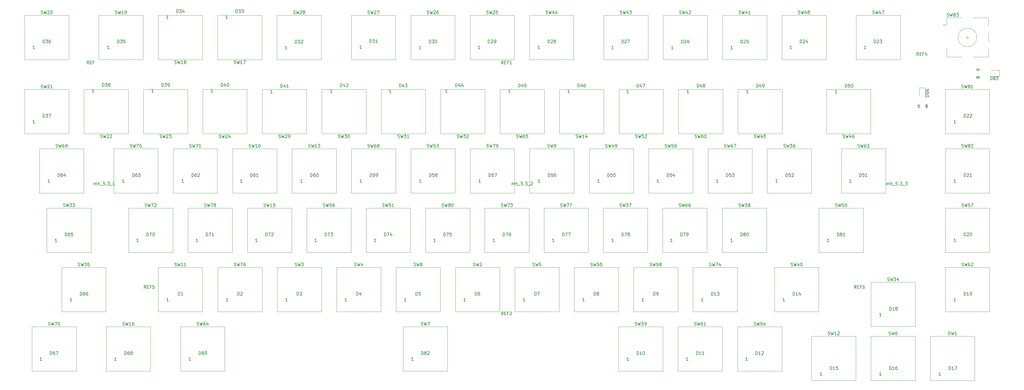
<source format=gbr>
%TF.GenerationSoftware,KiCad,Pcbnew,(5.1.6)-1*%
%TF.CreationDate,2022-09-12T19:20:27+08:00*%
%TF.ProjectId,feng,66656e67-2e6b-4696-9361-645f70636258,rev?*%
%TF.SameCoordinates,Original*%
%TF.FileFunction,Legend,Top*%
%TF.FilePolarity,Positive*%
%FSLAX46Y46*%
G04 Gerber Fmt 4.6, Leading zero omitted, Abs format (unit mm)*
G04 Created by KiCad (PCBNEW (5.1.6)-1) date 2022-09-12 19:20:27*
%MOMM*%
%LPD*%
G01*
G04 APERTURE LIST*
%ADD10C,0.120000*%
%ADD11C,0.150000*%
%ADD12C,0.127000*%
G04 APERTURE END LIST*
D10*
%TO.C,D83*%
X464420000Y-171490000D02*
X467105000Y-171490000D01*
X467105000Y-171490000D02*
X467105000Y-169570000D01*
X467105000Y-169570000D02*
X464420000Y-169570000D01*
%TO.C,SW82*%
X463900000Y-194790000D02*
X449700000Y-194790000D01*
X463900000Y-208990000D02*
X463900000Y-194790000D01*
X449700000Y-208990000D02*
X463900000Y-208990000D01*
X449700000Y-194790000D02*
X449700000Y-208990000D01*
%TO.C,SW81*%
X463900000Y-175740000D02*
X449700000Y-175740000D01*
X463900000Y-189940000D02*
X463900000Y-175740000D01*
X449700000Y-189940000D02*
X463900000Y-189940000D01*
X449700000Y-175740000D02*
X449700000Y-189940000D01*
%TO.C,SW80*%
X297213000Y-213839000D02*
X283013000Y-213839000D01*
X297213000Y-228039000D02*
X297213000Y-213839000D01*
X283013000Y-228039000D02*
X297213000Y-228039000D01*
X283013000Y-213839000D02*
X283013000Y-228039000D01*
%TO.C,SW79*%
X311544000Y-194792000D02*
X297344000Y-194792000D01*
X311544000Y-208992000D02*
X311544000Y-194792000D01*
X297344000Y-208992000D02*
X311544000Y-208992000D01*
X297344000Y-194792000D02*
X297344000Y-208992000D01*
%TO.C,SW78*%
X221013000Y-213839000D02*
X206813000Y-213839000D01*
X221013000Y-228039000D02*
X221013000Y-213839000D01*
X206813000Y-228039000D02*
X221013000Y-228039000D01*
X206813000Y-213839000D02*
X206813000Y-228039000D01*
%TO.C,SW77*%
X335212000Y-213839000D02*
X321012000Y-213839000D01*
X335212000Y-228039000D02*
X335212000Y-213839000D01*
X321012000Y-228039000D02*
X335212000Y-228039000D01*
X321012000Y-213839000D02*
X321012000Y-228039000D01*
%TO.C,SW76*%
X230582000Y-232892000D02*
X216382000Y-232892000D01*
X230582000Y-247092000D02*
X230582000Y-232892000D01*
X216382000Y-247092000D02*
X230582000Y-247092000D01*
X216382000Y-232892000D02*
X216382000Y-247092000D01*
%TO.C,SW75*%
X197202000Y-194792000D02*
X183002000Y-194792000D01*
X197202000Y-208992000D02*
X197202000Y-194792000D01*
X183002000Y-208992000D02*
X197202000Y-208992000D01*
X183002000Y-194792000D02*
X183002000Y-208992000D01*
%TO.C,SW74*%
X382982000Y-232892000D02*
X368782000Y-232892000D01*
X382982000Y-247092000D02*
X382982000Y-232892000D01*
X368782000Y-247092000D02*
X382982000Y-247092000D01*
X368782000Y-232892000D02*
X368782000Y-247092000D01*
%TO.C,SW73*%
X316213000Y-213839000D02*
X302013000Y-213839000D01*
X316213000Y-228039000D02*
X316213000Y-213839000D01*
X302013000Y-228039000D02*
X316213000Y-228039000D01*
X302013000Y-213839000D02*
X302013000Y-228039000D01*
%TO.C,SW72*%
X201963000Y-213839000D02*
X187763000Y-213839000D01*
X201963000Y-228039000D02*
X201963000Y-213839000D01*
X187763000Y-228039000D02*
X201963000Y-228039000D01*
X187763000Y-213839000D02*
X187763000Y-228039000D01*
%TO.C,SW71*%
X216256000Y-194792000D02*
X202056000Y-194792000D01*
X216256000Y-208992000D02*
X216256000Y-194792000D01*
X202056000Y-208992000D02*
X216256000Y-208992000D01*
X202056000Y-194792000D02*
X202056000Y-208992000D01*
%TO.C,SW70*%
X171004000Y-251937000D02*
X156804000Y-251937000D01*
X171004000Y-266137000D02*
X171004000Y-251937000D01*
X156804000Y-266137000D02*
X171004000Y-266137000D01*
X156804000Y-251937000D02*
X156804000Y-266137000D01*
%TO.C,SW69*%
X173384000Y-194787000D02*
X159184000Y-194787000D01*
X173384000Y-208987000D02*
X173384000Y-194787000D01*
X159184000Y-208987000D02*
X173384000Y-208987000D01*
X159184000Y-194787000D02*
X159184000Y-208987000D01*
%TO.C,SW68*%
X273432000Y-194792000D02*
X259232000Y-194792000D01*
X273432000Y-208992000D02*
X273432000Y-194792000D01*
X259232000Y-208992000D02*
X273432000Y-208992000D01*
X259232000Y-194792000D02*
X259232000Y-208992000D01*
%TO.C,SW67*%
X387795000Y-194792000D02*
X373595000Y-194792000D01*
X387795000Y-208992000D02*
X387795000Y-194792000D01*
X373595000Y-208992000D02*
X387795000Y-208992000D01*
X373595000Y-194792000D02*
X373595000Y-208992000D01*
%TO.C,SW66*%
X373276000Y-213839000D02*
X359076000Y-213839000D01*
X373276000Y-228039000D02*
X373276000Y-213839000D01*
X359076000Y-228039000D02*
X373276000Y-228039000D01*
X359076000Y-213839000D02*
X359076000Y-228039000D01*
%TO.C,SW65*%
X306920000Y-189929000D02*
X321120000Y-189929000D01*
X306920000Y-175729000D02*
X306920000Y-189929000D01*
X321120000Y-175729000D02*
X306920000Y-175729000D01*
X321120000Y-189929000D02*
X321120000Y-175729000D01*
%TO.C,SW64*%
X218631000Y-251937000D02*
X204431000Y-251937000D01*
X218631000Y-266137000D02*
X218631000Y-251937000D01*
X204431000Y-266137000D02*
X218631000Y-266137000D01*
X204431000Y-251937000D02*
X204431000Y-266137000D01*
%TO.C,SW63*%
X430561000Y-194787000D02*
X416361000Y-194787000D01*
X430561000Y-208987000D02*
X430561000Y-194787000D01*
X416361000Y-208987000D02*
X430561000Y-208987000D01*
X416361000Y-194787000D02*
X416361000Y-208987000D01*
%TO.C,SW62*%
X463900000Y-232890000D02*
X449700000Y-232890000D01*
X463900000Y-247090000D02*
X463900000Y-232890000D01*
X449700000Y-247090000D02*
X463900000Y-247090000D01*
X449700000Y-232890000D02*
X449700000Y-247090000D01*
%TO.C,SW61*%
X378190000Y-251940000D02*
X363990000Y-251940000D01*
X378190000Y-266140000D02*
X378190000Y-251940000D01*
X363990000Y-266140000D02*
X378190000Y-266140000D01*
X363990000Y-251940000D02*
X363990000Y-266140000D01*
%TO.C,SW60*%
X364134000Y-189929000D02*
X378334000Y-189929000D01*
X364134000Y-175729000D02*
X364134000Y-189929000D01*
X378334000Y-175729000D02*
X364134000Y-175729000D01*
X378334000Y-189929000D02*
X378334000Y-175729000D01*
%TO.C,SW59*%
X368758000Y-194792000D02*
X354558000Y-194792000D01*
X368758000Y-208992000D02*
X368758000Y-194792000D01*
X354558000Y-208992000D02*
X368758000Y-208992000D01*
X354558000Y-194792000D02*
X354558000Y-208992000D01*
%TO.C,SW58*%
X363932000Y-232892000D02*
X349732000Y-232892000D01*
X363932000Y-247092000D02*
X363932000Y-232892000D01*
X349732000Y-247092000D02*
X363932000Y-247092000D01*
X349732000Y-232892000D02*
X349732000Y-247092000D01*
%TO.C,SW57*%
X463900000Y-213840000D02*
X449700000Y-213840000D01*
X463900000Y-228040000D02*
X463900000Y-213840000D01*
X449700000Y-228040000D02*
X463900000Y-228040000D01*
X449700000Y-213840000D02*
X449700000Y-228040000D01*
%TO.C,SW56*%
X259113000Y-213839000D02*
X244913000Y-213839000D01*
X259113000Y-228039000D02*
X259113000Y-213839000D01*
X244913000Y-228039000D02*
X259113000Y-228039000D01*
X244913000Y-213839000D02*
X244913000Y-228039000D01*
%TO.C,SW55*%
X344882000Y-232892000D02*
X330682000Y-232892000D01*
X344882000Y-247092000D02*
X344882000Y-232892000D01*
X330682000Y-247092000D02*
X344882000Y-247092000D01*
X330682000Y-232892000D02*
X330682000Y-247092000D01*
%TO.C,SW54*%
X397290000Y-251940000D02*
X383090000Y-251940000D01*
X397290000Y-266140000D02*
X397290000Y-251940000D01*
X383090000Y-266140000D02*
X397290000Y-266140000D01*
X383090000Y-251940000D02*
X383090000Y-266140000D01*
%TO.C,SW53*%
X292482000Y-194792000D02*
X278282000Y-194792000D01*
X292482000Y-208992000D02*
X292482000Y-194792000D01*
X278282000Y-208992000D02*
X292482000Y-208992000D01*
X278282000Y-194792000D02*
X278282000Y-208992000D01*
%TO.C,SW52*%
X345058000Y-189929000D02*
X359258000Y-189929000D01*
X345058000Y-175729000D02*
X345058000Y-189929000D01*
X359258000Y-175729000D02*
X345058000Y-175729000D01*
X359258000Y-189929000D02*
X359258000Y-175729000D01*
%TO.C,SW51*%
X278138000Y-213839000D02*
X263938000Y-213839000D01*
X278138000Y-228039000D02*
X278138000Y-213839000D01*
X263938000Y-228039000D02*
X278138000Y-228039000D01*
X263938000Y-213839000D02*
X263938000Y-228039000D01*
%TO.C,SW50*%
X423419000Y-213837000D02*
X409219000Y-213837000D01*
X423419000Y-228037000D02*
X423419000Y-213837000D01*
X409219000Y-228037000D02*
X423419000Y-228037000D01*
X409219000Y-213837000D02*
X409219000Y-228037000D01*
%TO.C,SW49*%
X349695000Y-194792000D02*
X335495000Y-194792000D01*
X349695000Y-208992000D02*
X349695000Y-194792000D01*
X335495000Y-208992000D02*
X349695000Y-208992000D01*
X335495000Y-194792000D02*
X335495000Y-208992000D01*
%TO.C,SW48*%
X411511000Y-151924000D02*
X397311000Y-151924000D01*
X411511000Y-166124000D02*
X411511000Y-151924000D01*
X397311000Y-166124000D02*
X411511000Y-166124000D01*
X397311000Y-151924000D02*
X397311000Y-166124000D01*
%TO.C,SW47*%
X435330000Y-151930000D02*
X421130000Y-151930000D01*
X435330000Y-166130000D02*
X435330000Y-151930000D01*
X421130000Y-166130000D02*
X435330000Y-166130000D01*
X421130000Y-151930000D02*
X421130000Y-166130000D01*
%TO.C,SW46*%
X411599000Y-189937000D02*
X425799000Y-189937000D01*
X411599000Y-175737000D02*
X411599000Y-189937000D01*
X425799000Y-175737000D02*
X411599000Y-175737000D01*
X425799000Y-189937000D02*
X425799000Y-175737000D01*
%TO.C,SW45*%
X383184000Y-189929000D02*
X397384000Y-189929000D01*
X383184000Y-175729000D02*
X383184000Y-189929000D01*
X397384000Y-175729000D02*
X383184000Y-175729000D01*
X397384000Y-189929000D02*
X397384000Y-175729000D01*
%TO.C,SW44*%
X330551000Y-151925000D02*
X316351000Y-151925000D01*
X330551000Y-166125000D02*
X330551000Y-151925000D01*
X316351000Y-166125000D02*
X330551000Y-166125000D01*
X316351000Y-151925000D02*
X316351000Y-166125000D01*
%TO.C,SW43*%
X354361000Y-151924000D02*
X340161000Y-151924000D01*
X354361000Y-166124000D02*
X354361000Y-151924000D01*
X340161000Y-166124000D02*
X354361000Y-166124000D01*
X340161000Y-151924000D02*
X340161000Y-166124000D01*
%TO.C,SW42*%
X373411000Y-151924000D02*
X359211000Y-151924000D01*
X373411000Y-166124000D02*
X373411000Y-151924000D01*
X359211000Y-166124000D02*
X373411000Y-166124000D01*
X359211000Y-151924000D02*
X359211000Y-166124000D01*
%TO.C,SW41*%
X392461000Y-151924000D02*
X378261000Y-151924000D01*
X392461000Y-166124000D02*
X392461000Y-151924000D01*
X378261000Y-166124000D02*
X392461000Y-166124000D01*
X378261000Y-151924000D02*
X378261000Y-166124000D01*
%TO.C,SW40*%
X409129000Y-232887000D02*
X394929000Y-232887000D01*
X409129000Y-247087000D02*
X409129000Y-232887000D01*
X394929000Y-247087000D02*
X409129000Y-247087000D01*
X394929000Y-232887000D02*
X394929000Y-247087000D01*
%TO.C,SW39*%
X359121000Y-251940000D02*
X344921000Y-251940000D01*
X359121000Y-266140000D02*
X359121000Y-251940000D01*
X344921000Y-266140000D02*
X359121000Y-266140000D01*
X344921000Y-251940000D02*
X344921000Y-266140000D01*
%TO.C,SW38*%
X392400000Y-213839000D02*
X378200000Y-213839000D01*
X392400000Y-228039000D02*
X392400000Y-213839000D01*
X378200000Y-228039000D02*
X392400000Y-228039000D01*
X378200000Y-213839000D02*
X378200000Y-228039000D01*
%TO.C,SW37*%
X354236000Y-213839000D02*
X340036000Y-213839000D01*
X354236000Y-228039000D02*
X354236000Y-213839000D01*
X340036000Y-228039000D02*
X354236000Y-228039000D01*
X340036000Y-213839000D02*
X340036000Y-228039000D01*
%TO.C,SW36*%
X406820000Y-194792000D02*
X392620000Y-194792000D01*
X406820000Y-208992000D02*
X406820000Y-194792000D01*
X392620000Y-208992000D02*
X406820000Y-208992000D01*
X392620000Y-194792000D02*
X392620000Y-208992000D01*
%TO.C,SW35*%
X180531000Y-232887000D02*
X166331000Y-232887000D01*
X180531000Y-247087000D02*
X180531000Y-232887000D01*
X166331000Y-247087000D02*
X180531000Y-247087000D01*
X166331000Y-232887000D02*
X166331000Y-247087000D01*
%TO.C,SW34*%
X440081000Y-237649000D02*
X425881000Y-237649000D01*
X440081000Y-251849000D02*
X440081000Y-237649000D01*
X425881000Y-251849000D02*
X440081000Y-251849000D01*
X425881000Y-237649000D02*
X425881000Y-251849000D01*
%TO.C,SW33*%
X175769000Y-213837000D02*
X161569000Y-213837000D01*
X175769000Y-228037000D02*
X175769000Y-213837000D01*
X161569000Y-228037000D02*
X175769000Y-228037000D01*
X161569000Y-213837000D02*
X161569000Y-228037000D01*
%TO.C,SW32*%
X287870000Y-189929000D02*
X302070000Y-189929000D01*
X287870000Y-175729000D02*
X287870000Y-189929000D01*
X302070000Y-175729000D02*
X287870000Y-175729000D01*
X302070000Y-189929000D02*
X302070000Y-175729000D01*
%TO.C,SW31*%
X268820000Y-189929000D02*
X283020000Y-189929000D01*
X268820000Y-175729000D02*
X268820000Y-189929000D01*
X283020000Y-175729000D02*
X268820000Y-175729000D01*
X283020000Y-189929000D02*
X283020000Y-175729000D01*
%TO.C,SW30*%
X249745000Y-189929000D02*
X263945000Y-189929000D01*
X249745000Y-175729000D02*
X249745000Y-189929000D01*
X263945000Y-175729000D02*
X249745000Y-175729000D01*
X263945000Y-189929000D02*
X263945000Y-175729000D01*
%TO.C,SW29*%
X230644000Y-189929000D02*
X244844000Y-189929000D01*
X230644000Y-175729000D02*
X230644000Y-189929000D01*
X244844000Y-175729000D02*
X230644000Y-175729000D01*
X244844000Y-189929000D02*
X244844000Y-175729000D01*
%TO.C,SW28*%
X249584000Y-151924000D02*
X235384000Y-151924000D01*
X249584000Y-166124000D02*
X249584000Y-151924000D01*
X235384000Y-166124000D02*
X249584000Y-166124000D01*
X235384000Y-151924000D02*
X235384000Y-166124000D01*
%TO.C,SW27*%
X273414000Y-151925000D02*
X259214000Y-151925000D01*
X273414000Y-166125000D02*
X273414000Y-151925000D01*
X259214000Y-166125000D02*
X273414000Y-166125000D01*
X259214000Y-151925000D02*
X259214000Y-166125000D01*
%TO.C,SW26*%
X292461000Y-151925000D02*
X278261000Y-151925000D01*
X292461000Y-166125000D02*
X292461000Y-151925000D01*
X278261000Y-166125000D02*
X292461000Y-166125000D01*
X278261000Y-151925000D02*
X278261000Y-166125000D01*
%TO.C,SW25*%
X311504000Y-151925000D02*
X297304000Y-151925000D01*
X311504000Y-166125000D02*
X311504000Y-151925000D01*
X297304000Y-166125000D02*
X311504000Y-166125000D01*
X297304000Y-151925000D02*
X297304000Y-166125000D01*
%TO.C,SW24*%
X211543000Y-189929000D02*
X225743000Y-189929000D01*
X211543000Y-175729000D02*
X211543000Y-189929000D01*
X225743000Y-175729000D02*
X211543000Y-175729000D01*
X225743000Y-189929000D02*
X225743000Y-175729000D01*
%TO.C,SW23*%
X192557000Y-189929000D02*
X206757000Y-189929000D01*
X192557000Y-175729000D02*
X192557000Y-189929000D01*
X206757000Y-175729000D02*
X192557000Y-175729000D01*
X206757000Y-189929000D02*
X206757000Y-175729000D01*
%TO.C,SW22*%
X173477000Y-189929000D02*
X187677000Y-189929000D01*
X173477000Y-175729000D02*
X173477000Y-189929000D01*
X187677000Y-175729000D02*
X173477000Y-175729000D01*
X187677000Y-189929000D02*
X187677000Y-175729000D01*
%TO.C,SW21*%
X168626000Y-175737000D02*
X154426000Y-175737000D01*
X168626000Y-189937000D02*
X168626000Y-175737000D01*
X154426000Y-189937000D02*
X168626000Y-189937000D01*
X154426000Y-175737000D02*
X154426000Y-189937000D01*
%TO.C,SW20*%
X168624000Y-151924000D02*
X154424000Y-151924000D01*
X168624000Y-166124000D02*
X168624000Y-151924000D01*
X154424000Y-166124000D02*
X168624000Y-166124000D01*
X154424000Y-151924000D02*
X154424000Y-166124000D01*
%TO.C,SW19*%
X192437000Y-151924000D02*
X178237000Y-151924000D01*
X192437000Y-166124000D02*
X192437000Y-151924000D01*
X178237000Y-166124000D02*
X192437000Y-166124000D01*
X178237000Y-151924000D02*
X178237000Y-166124000D01*
%TO.C,SW18*%
X197273000Y-166124000D02*
X211473000Y-166124000D01*
X197273000Y-151924000D02*
X197273000Y-166124000D01*
X211473000Y-151924000D02*
X197273000Y-151924000D01*
X211473000Y-166124000D02*
X211473000Y-151924000D01*
%TO.C,SW17*%
X216329000Y-166124000D02*
X230529000Y-166124000D01*
X216329000Y-151924000D02*
X216329000Y-166124000D01*
X230529000Y-151924000D02*
X216329000Y-151924000D01*
X230529000Y-166124000D02*
X230529000Y-151924000D01*
%TO.C,SW16*%
X194819000Y-251937000D02*
X180619000Y-251937000D01*
X194819000Y-266137000D02*
X194819000Y-251937000D01*
X180619000Y-266137000D02*
X194819000Y-266137000D01*
X180619000Y-251937000D02*
X180619000Y-266137000D01*
%TO.C,SW15*%
X240063000Y-213839000D02*
X225863000Y-213839000D01*
X240063000Y-228039000D02*
X240063000Y-213839000D01*
X225863000Y-228039000D02*
X240063000Y-228039000D01*
X225863000Y-213839000D02*
X225863000Y-228039000D01*
%TO.C,SW14*%
X325983000Y-189929000D02*
X340183000Y-189929000D01*
X325983000Y-175729000D02*
X325983000Y-189929000D01*
X340183000Y-175729000D02*
X325983000Y-175729000D01*
X340183000Y-189929000D02*
X340183000Y-175729000D01*
%TO.C,SW13*%
X254420000Y-194792000D02*
X240220000Y-194792000D01*
X254420000Y-208992000D02*
X254420000Y-194792000D01*
X240220000Y-208992000D02*
X254420000Y-208992000D01*
X240220000Y-194792000D02*
X240220000Y-208992000D01*
%TO.C,SW12*%
X421036000Y-255000000D02*
X406836000Y-255000000D01*
X421036000Y-269200000D02*
X421036000Y-255000000D01*
X406836000Y-269200000D02*
X421036000Y-269200000D01*
X406836000Y-255000000D02*
X406836000Y-269200000D01*
%TO.C,SW11*%
X211487000Y-232892000D02*
X197287000Y-232892000D01*
X211487000Y-247092000D02*
X211487000Y-232892000D01*
X197287000Y-247092000D02*
X211487000Y-247092000D01*
X197287000Y-232892000D02*
X197287000Y-247092000D01*
%TO.C,SW10*%
X235319000Y-194792000D02*
X221119000Y-194792000D01*
X235319000Y-208992000D02*
X235319000Y-194792000D01*
X221119000Y-208992000D02*
X235319000Y-208992000D01*
X221119000Y-194792000D02*
X221119000Y-208992000D01*
%TO.C,SW9*%
X330607000Y-194792000D02*
X316407000Y-194792000D01*
X330607000Y-208992000D02*
X330607000Y-194792000D01*
X316407000Y-208992000D02*
X330607000Y-208992000D01*
X316407000Y-194792000D02*
X316407000Y-208992000D01*
%TO.C,SW8*%
X287732000Y-232892000D02*
X273532000Y-232892000D01*
X287732000Y-247092000D02*
X287732000Y-232892000D01*
X273532000Y-247092000D02*
X287732000Y-247092000D01*
X273532000Y-232892000D02*
X273532000Y-247092000D01*
%TO.C,SW7*%
X290066000Y-251937000D02*
X275866000Y-251937000D01*
X290066000Y-266137000D02*
X290066000Y-251937000D01*
X275866000Y-266137000D02*
X290066000Y-266137000D01*
X275866000Y-251937000D02*
X275866000Y-266137000D01*
%TO.C,SW6*%
X440081000Y-254997000D02*
X425881000Y-254997000D01*
X440081000Y-269197000D02*
X440081000Y-254997000D01*
X425881000Y-269197000D02*
X440081000Y-269197000D01*
X425881000Y-254997000D02*
X425881000Y-269197000D01*
%TO.C,SW5*%
X325832000Y-232892000D02*
X311632000Y-232892000D01*
X325832000Y-247092000D02*
X325832000Y-232892000D01*
X311632000Y-247092000D02*
X325832000Y-247092000D01*
X311632000Y-232892000D02*
X311632000Y-247092000D01*
%TO.C,SW4*%
X268682000Y-232892000D02*
X254482000Y-232892000D01*
X268682000Y-247092000D02*
X268682000Y-232892000D01*
X254482000Y-247092000D02*
X268682000Y-247092000D01*
X254482000Y-232892000D02*
X254482000Y-247092000D01*
%TO.C,SW3*%
X249632000Y-232892000D02*
X235432000Y-232892000D01*
X249632000Y-247092000D02*
X249632000Y-232892000D01*
X235432000Y-247092000D02*
X249632000Y-247092000D01*
X235432000Y-232892000D02*
X235432000Y-247092000D01*
%TO.C,SW2*%
X306782000Y-232892000D02*
X292582000Y-232892000D01*
X306782000Y-247092000D02*
X306782000Y-232892000D01*
X292582000Y-247092000D02*
X306782000Y-247092000D01*
X292582000Y-232892000D02*
X292582000Y-247092000D01*
%TO.C,SW1*%
X459140000Y-255000000D02*
X444940000Y-255000000D01*
X459140000Y-269200000D02*
X459140000Y-255000000D01*
X444940000Y-269200000D02*
X459140000Y-269200000D01*
X444940000Y-255000000D02*
X444940000Y-269200000D01*
%TO.C,D86*%
X441340000Y-175215000D02*
X441340000Y-177900000D01*
X443260000Y-175215000D02*
X441340000Y-175215000D01*
X443260000Y-177900000D02*
X443260000Y-175215000D01*
%TO.C,SW83*%
X459820000Y-159030000D02*
G75*
G03*
X459820000Y-159030000I-3000000J0D01*
G01*
X458620000Y-152730000D02*
X463520000Y-152730000D01*
X463520000Y-165330000D02*
X458620000Y-165330000D01*
X455020000Y-165330000D02*
X450120000Y-165330000D01*
X450120000Y-165330000D02*
X450120000Y-162530000D01*
X454920000Y-152730000D02*
X450120000Y-152730000D01*
X450120000Y-152730000D02*
X450120000Y-155230000D01*
X449320000Y-155230000D02*
X449020000Y-154930000D01*
X449020000Y-154930000D02*
X449620000Y-154930000D01*
X449620000Y-154930000D02*
X449320000Y-155230000D01*
X463520000Y-152730000D02*
X463520000Y-155330000D01*
X463520000Y-157730000D02*
X463520000Y-160330000D01*
X463520000Y-162730000D02*
X463520000Y-165330000D01*
X456820000Y-158530000D02*
X456820000Y-159530000D01*
X456320000Y-159030000D02*
X457320000Y-159030000D01*
%TO.C,D82*%
D11*
X281741714Y-260858380D02*
X281741714Y-259858380D01*
X281979809Y-259858380D01*
X282122666Y-259906000D01*
X282217904Y-260001238D01*
X282265523Y-260096476D01*
X282313142Y-260286952D01*
X282313142Y-260429809D01*
X282265523Y-260620285D01*
X282217904Y-260715523D01*
X282122666Y-260810761D01*
X281979809Y-260858380D01*
X281741714Y-260858380D01*
X282884571Y-260286952D02*
X282789333Y-260239333D01*
X282741714Y-260191714D01*
X282694095Y-260096476D01*
X282694095Y-260048857D01*
X282741714Y-259953619D01*
X282789333Y-259906000D01*
X282884571Y-259858380D01*
X283075047Y-259858380D01*
X283170285Y-259906000D01*
X283217904Y-259953619D01*
X283265523Y-260048857D01*
X283265523Y-260096476D01*
X283217904Y-260191714D01*
X283170285Y-260239333D01*
X283075047Y-260286952D01*
X282884571Y-260286952D01*
X282789333Y-260334571D01*
X282741714Y-260382190D01*
X282694095Y-260477428D01*
X282694095Y-260667904D01*
X282741714Y-260763142D01*
X282789333Y-260810761D01*
X282884571Y-260858380D01*
X283075047Y-260858380D01*
X283170285Y-260810761D01*
X283217904Y-260763142D01*
X283265523Y-260667904D01*
X283265523Y-260477428D01*
X283217904Y-260382190D01*
X283170285Y-260334571D01*
X283075047Y-260286952D01*
X283646476Y-259953619D02*
X283694095Y-259906000D01*
X283789333Y-259858380D01*
X284027428Y-259858380D01*
X284122666Y-259906000D01*
X284170285Y-259953619D01*
X284217904Y-260048857D01*
X284217904Y-260144095D01*
X284170285Y-260286952D01*
X283598857Y-260858380D01*
X284217904Y-260858380D01*
X279091714Y-262758380D02*
X278520285Y-262758380D01*
X278806000Y-262758380D02*
X278806000Y-261758380D01*
X278710761Y-261901238D01*
X278615523Y-261996476D01*
X278520285Y-262044095D01*
%TO.C,D81*%
X415091714Y-222758380D02*
X415091714Y-221758380D01*
X415329809Y-221758380D01*
X415472666Y-221806000D01*
X415567904Y-221901238D01*
X415615523Y-221996476D01*
X415663142Y-222186952D01*
X415663142Y-222329809D01*
X415615523Y-222520285D01*
X415567904Y-222615523D01*
X415472666Y-222710761D01*
X415329809Y-222758380D01*
X415091714Y-222758380D01*
X416234571Y-222186952D02*
X416139333Y-222139333D01*
X416091714Y-222091714D01*
X416044095Y-221996476D01*
X416044095Y-221948857D01*
X416091714Y-221853619D01*
X416139333Y-221806000D01*
X416234571Y-221758380D01*
X416425047Y-221758380D01*
X416520285Y-221806000D01*
X416567904Y-221853619D01*
X416615523Y-221948857D01*
X416615523Y-221996476D01*
X416567904Y-222091714D01*
X416520285Y-222139333D01*
X416425047Y-222186952D01*
X416234571Y-222186952D01*
X416139333Y-222234571D01*
X416091714Y-222282190D01*
X416044095Y-222377428D01*
X416044095Y-222567904D01*
X416091714Y-222663142D01*
X416139333Y-222710761D01*
X416234571Y-222758380D01*
X416425047Y-222758380D01*
X416520285Y-222710761D01*
X416567904Y-222663142D01*
X416615523Y-222567904D01*
X416615523Y-222377428D01*
X416567904Y-222282190D01*
X416520285Y-222234571D01*
X416425047Y-222186952D01*
X417567904Y-222758380D02*
X416996476Y-222758380D01*
X417282190Y-222758380D02*
X417282190Y-221758380D01*
X417186952Y-221901238D01*
X417091714Y-221996476D01*
X416996476Y-222044095D01*
X412441714Y-224658380D02*
X411870285Y-224658380D01*
X412156000Y-224658380D02*
X412156000Y-223658380D01*
X412060761Y-223801238D01*
X411965523Y-223896476D01*
X411870285Y-223944095D01*
%TO.C,D80*%
X384103714Y-222758380D02*
X384103714Y-221758380D01*
X384341809Y-221758380D01*
X384484666Y-221806000D01*
X384579904Y-221901238D01*
X384627523Y-221996476D01*
X384675142Y-222186952D01*
X384675142Y-222329809D01*
X384627523Y-222520285D01*
X384579904Y-222615523D01*
X384484666Y-222710761D01*
X384341809Y-222758380D01*
X384103714Y-222758380D01*
X385246571Y-222186952D02*
X385151333Y-222139333D01*
X385103714Y-222091714D01*
X385056095Y-221996476D01*
X385056095Y-221948857D01*
X385103714Y-221853619D01*
X385151333Y-221806000D01*
X385246571Y-221758380D01*
X385437047Y-221758380D01*
X385532285Y-221806000D01*
X385579904Y-221853619D01*
X385627523Y-221948857D01*
X385627523Y-221996476D01*
X385579904Y-222091714D01*
X385532285Y-222139333D01*
X385437047Y-222186952D01*
X385246571Y-222186952D01*
X385151333Y-222234571D01*
X385103714Y-222282190D01*
X385056095Y-222377428D01*
X385056095Y-222567904D01*
X385103714Y-222663142D01*
X385151333Y-222710761D01*
X385246571Y-222758380D01*
X385437047Y-222758380D01*
X385532285Y-222710761D01*
X385579904Y-222663142D01*
X385627523Y-222567904D01*
X385627523Y-222377428D01*
X385579904Y-222282190D01*
X385532285Y-222234571D01*
X385437047Y-222186952D01*
X386246571Y-221758380D02*
X386341809Y-221758380D01*
X386437047Y-221806000D01*
X386484666Y-221853619D01*
X386532285Y-221948857D01*
X386579904Y-222139333D01*
X386579904Y-222377428D01*
X386532285Y-222567904D01*
X386484666Y-222663142D01*
X386437047Y-222710761D01*
X386341809Y-222758380D01*
X386246571Y-222758380D01*
X386151333Y-222710761D01*
X386103714Y-222663142D01*
X386056095Y-222567904D01*
X386008476Y-222377428D01*
X386008476Y-222139333D01*
X386056095Y-221948857D01*
X386103714Y-221853619D01*
X386151333Y-221806000D01*
X386246571Y-221758380D01*
X381453714Y-224658380D02*
X380882285Y-224658380D01*
X381168000Y-224658380D02*
X381168000Y-223658380D01*
X381072761Y-223801238D01*
X380977523Y-223896476D01*
X380882285Y-223944095D01*
%TO.C,D79*%
X364799714Y-222758380D02*
X364799714Y-221758380D01*
X365037809Y-221758380D01*
X365180666Y-221806000D01*
X365275904Y-221901238D01*
X365323523Y-221996476D01*
X365371142Y-222186952D01*
X365371142Y-222329809D01*
X365323523Y-222520285D01*
X365275904Y-222615523D01*
X365180666Y-222710761D01*
X365037809Y-222758380D01*
X364799714Y-222758380D01*
X365704476Y-221758380D02*
X366371142Y-221758380D01*
X365942571Y-222758380D01*
X366799714Y-222758380D02*
X366990190Y-222758380D01*
X367085428Y-222710761D01*
X367133047Y-222663142D01*
X367228285Y-222520285D01*
X367275904Y-222329809D01*
X367275904Y-221948857D01*
X367228285Y-221853619D01*
X367180666Y-221806000D01*
X367085428Y-221758380D01*
X366894952Y-221758380D01*
X366799714Y-221806000D01*
X366752095Y-221853619D01*
X366704476Y-221948857D01*
X366704476Y-222186952D01*
X366752095Y-222282190D01*
X366799714Y-222329809D01*
X366894952Y-222377428D01*
X367085428Y-222377428D01*
X367180666Y-222329809D01*
X367228285Y-222282190D01*
X367275904Y-222186952D01*
X362149714Y-224658380D02*
X361578285Y-224658380D01*
X361864000Y-224658380D02*
X361864000Y-223658380D01*
X361768761Y-223801238D01*
X361673523Y-223896476D01*
X361578285Y-223944095D01*
%TO.C,D78*%
X346003714Y-222758380D02*
X346003714Y-221758380D01*
X346241809Y-221758380D01*
X346384666Y-221806000D01*
X346479904Y-221901238D01*
X346527523Y-221996476D01*
X346575142Y-222186952D01*
X346575142Y-222329809D01*
X346527523Y-222520285D01*
X346479904Y-222615523D01*
X346384666Y-222710761D01*
X346241809Y-222758380D01*
X346003714Y-222758380D01*
X346908476Y-221758380D02*
X347575142Y-221758380D01*
X347146571Y-222758380D01*
X348098952Y-222186952D02*
X348003714Y-222139333D01*
X347956095Y-222091714D01*
X347908476Y-221996476D01*
X347908476Y-221948857D01*
X347956095Y-221853619D01*
X348003714Y-221806000D01*
X348098952Y-221758380D01*
X348289428Y-221758380D01*
X348384666Y-221806000D01*
X348432285Y-221853619D01*
X348479904Y-221948857D01*
X348479904Y-221996476D01*
X348432285Y-222091714D01*
X348384666Y-222139333D01*
X348289428Y-222186952D01*
X348098952Y-222186952D01*
X348003714Y-222234571D01*
X347956095Y-222282190D01*
X347908476Y-222377428D01*
X347908476Y-222567904D01*
X347956095Y-222663142D01*
X348003714Y-222710761D01*
X348098952Y-222758380D01*
X348289428Y-222758380D01*
X348384666Y-222710761D01*
X348432285Y-222663142D01*
X348479904Y-222567904D01*
X348479904Y-222377428D01*
X348432285Y-222282190D01*
X348384666Y-222234571D01*
X348289428Y-222186952D01*
X343353714Y-224658380D02*
X342782285Y-224658380D01*
X343068000Y-224658380D02*
X343068000Y-223658380D01*
X342972761Y-223801238D01*
X342877523Y-223896476D01*
X342782285Y-223944095D01*
%TO.C,D77*%
X326953714Y-222758380D02*
X326953714Y-221758380D01*
X327191809Y-221758380D01*
X327334666Y-221806000D01*
X327429904Y-221901238D01*
X327477523Y-221996476D01*
X327525142Y-222186952D01*
X327525142Y-222329809D01*
X327477523Y-222520285D01*
X327429904Y-222615523D01*
X327334666Y-222710761D01*
X327191809Y-222758380D01*
X326953714Y-222758380D01*
X327858476Y-221758380D02*
X328525142Y-221758380D01*
X328096571Y-222758380D01*
X328810857Y-221758380D02*
X329477523Y-221758380D01*
X329048952Y-222758380D01*
X324303714Y-224658380D02*
X323732285Y-224658380D01*
X324018000Y-224658380D02*
X324018000Y-223658380D01*
X323922761Y-223801238D01*
X323827523Y-223896476D01*
X323732285Y-223944095D01*
%TO.C,D76*%
X307903714Y-222758380D02*
X307903714Y-221758380D01*
X308141809Y-221758380D01*
X308284666Y-221806000D01*
X308379904Y-221901238D01*
X308427523Y-221996476D01*
X308475142Y-222186952D01*
X308475142Y-222329809D01*
X308427523Y-222520285D01*
X308379904Y-222615523D01*
X308284666Y-222710761D01*
X308141809Y-222758380D01*
X307903714Y-222758380D01*
X308808476Y-221758380D02*
X309475142Y-221758380D01*
X309046571Y-222758380D01*
X310284666Y-221758380D02*
X310094190Y-221758380D01*
X309998952Y-221806000D01*
X309951333Y-221853619D01*
X309856095Y-221996476D01*
X309808476Y-222186952D01*
X309808476Y-222567904D01*
X309856095Y-222663142D01*
X309903714Y-222710761D01*
X309998952Y-222758380D01*
X310189428Y-222758380D01*
X310284666Y-222710761D01*
X310332285Y-222663142D01*
X310379904Y-222567904D01*
X310379904Y-222329809D01*
X310332285Y-222234571D01*
X310284666Y-222186952D01*
X310189428Y-222139333D01*
X309998952Y-222139333D01*
X309903714Y-222186952D01*
X309856095Y-222234571D01*
X309808476Y-222329809D01*
X305253714Y-224658380D02*
X304682285Y-224658380D01*
X304968000Y-224658380D02*
X304968000Y-223658380D01*
X304872761Y-223801238D01*
X304777523Y-223896476D01*
X304682285Y-223944095D01*
%TO.C,D75*%
X288853714Y-222758380D02*
X288853714Y-221758380D01*
X289091809Y-221758380D01*
X289234666Y-221806000D01*
X289329904Y-221901238D01*
X289377523Y-221996476D01*
X289425142Y-222186952D01*
X289425142Y-222329809D01*
X289377523Y-222520285D01*
X289329904Y-222615523D01*
X289234666Y-222710761D01*
X289091809Y-222758380D01*
X288853714Y-222758380D01*
X289758476Y-221758380D02*
X290425142Y-221758380D01*
X289996571Y-222758380D01*
X291282285Y-221758380D02*
X290806095Y-221758380D01*
X290758476Y-222234571D01*
X290806095Y-222186952D01*
X290901333Y-222139333D01*
X291139428Y-222139333D01*
X291234666Y-222186952D01*
X291282285Y-222234571D01*
X291329904Y-222329809D01*
X291329904Y-222567904D01*
X291282285Y-222663142D01*
X291234666Y-222710761D01*
X291139428Y-222758380D01*
X290901333Y-222758380D01*
X290806095Y-222710761D01*
X290758476Y-222663142D01*
X286203714Y-224658380D02*
X285632285Y-224658380D01*
X285918000Y-224658380D02*
X285918000Y-223658380D01*
X285822761Y-223801238D01*
X285727523Y-223896476D01*
X285632285Y-223944095D01*
%TO.C,D74*%
X269803714Y-222758380D02*
X269803714Y-221758380D01*
X270041809Y-221758380D01*
X270184666Y-221806000D01*
X270279904Y-221901238D01*
X270327523Y-221996476D01*
X270375142Y-222186952D01*
X270375142Y-222329809D01*
X270327523Y-222520285D01*
X270279904Y-222615523D01*
X270184666Y-222710761D01*
X270041809Y-222758380D01*
X269803714Y-222758380D01*
X270708476Y-221758380D02*
X271375142Y-221758380D01*
X270946571Y-222758380D01*
X272184666Y-222091714D02*
X272184666Y-222758380D01*
X271946571Y-221710761D02*
X271708476Y-222425047D01*
X272327523Y-222425047D01*
X267153714Y-224658380D02*
X266582285Y-224658380D01*
X266868000Y-224658380D02*
X266868000Y-223658380D01*
X266772761Y-223801238D01*
X266677523Y-223896476D01*
X266582285Y-223944095D01*
%TO.C,D73*%
X250753714Y-222758380D02*
X250753714Y-221758380D01*
X250991809Y-221758380D01*
X251134666Y-221806000D01*
X251229904Y-221901238D01*
X251277523Y-221996476D01*
X251325142Y-222186952D01*
X251325142Y-222329809D01*
X251277523Y-222520285D01*
X251229904Y-222615523D01*
X251134666Y-222710761D01*
X250991809Y-222758380D01*
X250753714Y-222758380D01*
X251658476Y-221758380D02*
X252325142Y-221758380D01*
X251896571Y-222758380D01*
X252610857Y-221758380D02*
X253229904Y-221758380D01*
X252896571Y-222139333D01*
X253039428Y-222139333D01*
X253134666Y-222186952D01*
X253182285Y-222234571D01*
X253229904Y-222329809D01*
X253229904Y-222567904D01*
X253182285Y-222663142D01*
X253134666Y-222710761D01*
X253039428Y-222758380D01*
X252753714Y-222758380D01*
X252658476Y-222710761D01*
X252610857Y-222663142D01*
X248103714Y-224658380D02*
X247532285Y-224658380D01*
X247818000Y-224658380D02*
X247818000Y-223658380D01*
X247722761Y-223801238D01*
X247627523Y-223896476D01*
X247532285Y-223944095D01*
%TO.C,D72*%
X231703714Y-222758380D02*
X231703714Y-221758380D01*
X231941809Y-221758380D01*
X232084666Y-221806000D01*
X232179904Y-221901238D01*
X232227523Y-221996476D01*
X232275142Y-222186952D01*
X232275142Y-222329809D01*
X232227523Y-222520285D01*
X232179904Y-222615523D01*
X232084666Y-222710761D01*
X231941809Y-222758380D01*
X231703714Y-222758380D01*
X232608476Y-221758380D02*
X233275142Y-221758380D01*
X232846571Y-222758380D01*
X233608476Y-221853619D02*
X233656095Y-221806000D01*
X233751333Y-221758380D01*
X233989428Y-221758380D01*
X234084666Y-221806000D01*
X234132285Y-221853619D01*
X234179904Y-221948857D01*
X234179904Y-222044095D01*
X234132285Y-222186952D01*
X233560857Y-222758380D01*
X234179904Y-222758380D01*
X229053714Y-224658380D02*
X228482285Y-224658380D01*
X228768000Y-224658380D02*
X228768000Y-223658380D01*
X228672761Y-223801238D01*
X228577523Y-223896476D01*
X228482285Y-223944095D01*
%TO.C,D71*%
X212653714Y-222758380D02*
X212653714Y-221758380D01*
X212891809Y-221758380D01*
X213034666Y-221806000D01*
X213129904Y-221901238D01*
X213177523Y-221996476D01*
X213225142Y-222186952D01*
X213225142Y-222329809D01*
X213177523Y-222520285D01*
X213129904Y-222615523D01*
X213034666Y-222710761D01*
X212891809Y-222758380D01*
X212653714Y-222758380D01*
X213558476Y-221758380D02*
X214225142Y-221758380D01*
X213796571Y-222758380D01*
X215129904Y-222758380D02*
X214558476Y-222758380D01*
X214844190Y-222758380D02*
X214844190Y-221758380D01*
X214748952Y-221901238D01*
X214653714Y-221996476D01*
X214558476Y-222044095D01*
X210003714Y-224658380D02*
X209432285Y-224658380D01*
X209718000Y-224658380D02*
X209718000Y-223658380D01*
X209622761Y-223801238D01*
X209527523Y-223896476D01*
X209432285Y-223944095D01*
%TO.C,D70*%
X193603714Y-222758380D02*
X193603714Y-221758380D01*
X193841809Y-221758380D01*
X193984666Y-221806000D01*
X194079904Y-221901238D01*
X194127523Y-221996476D01*
X194175142Y-222186952D01*
X194175142Y-222329809D01*
X194127523Y-222520285D01*
X194079904Y-222615523D01*
X193984666Y-222710761D01*
X193841809Y-222758380D01*
X193603714Y-222758380D01*
X194508476Y-221758380D02*
X195175142Y-221758380D01*
X194746571Y-222758380D01*
X195746571Y-221758380D02*
X195841809Y-221758380D01*
X195937047Y-221806000D01*
X195984666Y-221853619D01*
X196032285Y-221948857D01*
X196079904Y-222139333D01*
X196079904Y-222377428D01*
X196032285Y-222567904D01*
X195984666Y-222663142D01*
X195937047Y-222710761D01*
X195841809Y-222758380D01*
X195746571Y-222758380D01*
X195651333Y-222710761D01*
X195603714Y-222663142D01*
X195556095Y-222567904D01*
X195508476Y-222377428D01*
X195508476Y-222139333D01*
X195556095Y-221948857D01*
X195603714Y-221853619D01*
X195651333Y-221806000D01*
X195746571Y-221758380D01*
X190953714Y-224658380D02*
X190382285Y-224658380D01*
X190668000Y-224658380D02*
X190668000Y-223658380D01*
X190572761Y-223801238D01*
X190477523Y-223896476D01*
X190382285Y-223944095D01*
%TO.C,D69*%
X210367714Y-260858380D02*
X210367714Y-259858380D01*
X210605809Y-259858380D01*
X210748666Y-259906000D01*
X210843904Y-260001238D01*
X210891523Y-260096476D01*
X210939142Y-260286952D01*
X210939142Y-260429809D01*
X210891523Y-260620285D01*
X210843904Y-260715523D01*
X210748666Y-260810761D01*
X210605809Y-260858380D01*
X210367714Y-260858380D01*
X211796285Y-259858380D02*
X211605809Y-259858380D01*
X211510571Y-259906000D01*
X211462952Y-259953619D01*
X211367714Y-260096476D01*
X211320095Y-260286952D01*
X211320095Y-260667904D01*
X211367714Y-260763142D01*
X211415333Y-260810761D01*
X211510571Y-260858380D01*
X211701047Y-260858380D01*
X211796285Y-260810761D01*
X211843904Y-260763142D01*
X211891523Y-260667904D01*
X211891523Y-260429809D01*
X211843904Y-260334571D01*
X211796285Y-260286952D01*
X211701047Y-260239333D01*
X211510571Y-260239333D01*
X211415333Y-260286952D01*
X211367714Y-260334571D01*
X211320095Y-260429809D01*
X212367714Y-260858380D02*
X212558190Y-260858380D01*
X212653428Y-260810761D01*
X212701047Y-260763142D01*
X212796285Y-260620285D01*
X212843904Y-260429809D01*
X212843904Y-260048857D01*
X212796285Y-259953619D01*
X212748666Y-259906000D01*
X212653428Y-259858380D01*
X212462952Y-259858380D01*
X212367714Y-259906000D01*
X212320095Y-259953619D01*
X212272476Y-260048857D01*
X212272476Y-260286952D01*
X212320095Y-260382190D01*
X212367714Y-260429809D01*
X212462952Y-260477428D01*
X212653428Y-260477428D01*
X212748666Y-260429809D01*
X212796285Y-260382190D01*
X212843904Y-260286952D01*
X207717714Y-262758380D02*
X207146285Y-262758380D01*
X207432000Y-262758380D02*
X207432000Y-261758380D01*
X207336761Y-261901238D01*
X207241523Y-261996476D01*
X207146285Y-262044095D01*
%TO.C,D68*%
X186491714Y-260858380D02*
X186491714Y-259858380D01*
X186729809Y-259858380D01*
X186872666Y-259906000D01*
X186967904Y-260001238D01*
X187015523Y-260096476D01*
X187063142Y-260286952D01*
X187063142Y-260429809D01*
X187015523Y-260620285D01*
X186967904Y-260715523D01*
X186872666Y-260810761D01*
X186729809Y-260858380D01*
X186491714Y-260858380D01*
X187920285Y-259858380D02*
X187729809Y-259858380D01*
X187634571Y-259906000D01*
X187586952Y-259953619D01*
X187491714Y-260096476D01*
X187444095Y-260286952D01*
X187444095Y-260667904D01*
X187491714Y-260763142D01*
X187539333Y-260810761D01*
X187634571Y-260858380D01*
X187825047Y-260858380D01*
X187920285Y-260810761D01*
X187967904Y-260763142D01*
X188015523Y-260667904D01*
X188015523Y-260429809D01*
X187967904Y-260334571D01*
X187920285Y-260286952D01*
X187825047Y-260239333D01*
X187634571Y-260239333D01*
X187539333Y-260286952D01*
X187491714Y-260334571D01*
X187444095Y-260429809D01*
X188586952Y-260286952D02*
X188491714Y-260239333D01*
X188444095Y-260191714D01*
X188396476Y-260096476D01*
X188396476Y-260048857D01*
X188444095Y-259953619D01*
X188491714Y-259906000D01*
X188586952Y-259858380D01*
X188777428Y-259858380D01*
X188872666Y-259906000D01*
X188920285Y-259953619D01*
X188967904Y-260048857D01*
X188967904Y-260096476D01*
X188920285Y-260191714D01*
X188872666Y-260239333D01*
X188777428Y-260286952D01*
X188586952Y-260286952D01*
X188491714Y-260334571D01*
X188444095Y-260382190D01*
X188396476Y-260477428D01*
X188396476Y-260667904D01*
X188444095Y-260763142D01*
X188491714Y-260810761D01*
X188586952Y-260858380D01*
X188777428Y-260858380D01*
X188872666Y-260810761D01*
X188920285Y-260763142D01*
X188967904Y-260667904D01*
X188967904Y-260477428D01*
X188920285Y-260382190D01*
X188872666Y-260334571D01*
X188777428Y-260286952D01*
X183841714Y-262758380D02*
X183270285Y-262758380D01*
X183556000Y-262758380D02*
X183556000Y-261758380D01*
X183460761Y-261901238D01*
X183365523Y-261996476D01*
X183270285Y-262044095D01*
%TO.C,D67*%
X162615714Y-260858380D02*
X162615714Y-259858380D01*
X162853809Y-259858380D01*
X162996666Y-259906000D01*
X163091904Y-260001238D01*
X163139523Y-260096476D01*
X163187142Y-260286952D01*
X163187142Y-260429809D01*
X163139523Y-260620285D01*
X163091904Y-260715523D01*
X162996666Y-260810761D01*
X162853809Y-260858380D01*
X162615714Y-260858380D01*
X164044285Y-259858380D02*
X163853809Y-259858380D01*
X163758571Y-259906000D01*
X163710952Y-259953619D01*
X163615714Y-260096476D01*
X163568095Y-260286952D01*
X163568095Y-260667904D01*
X163615714Y-260763142D01*
X163663333Y-260810761D01*
X163758571Y-260858380D01*
X163949047Y-260858380D01*
X164044285Y-260810761D01*
X164091904Y-260763142D01*
X164139523Y-260667904D01*
X164139523Y-260429809D01*
X164091904Y-260334571D01*
X164044285Y-260286952D01*
X163949047Y-260239333D01*
X163758571Y-260239333D01*
X163663333Y-260286952D01*
X163615714Y-260334571D01*
X163568095Y-260429809D01*
X164472857Y-259858380D02*
X165139523Y-259858380D01*
X164710952Y-260858380D01*
X159965714Y-262758380D02*
X159394285Y-262758380D01*
X159680000Y-262758380D02*
X159680000Y-261758380D01*
X159584761Y-261901238D01*
X159489523Y-261996476D01*
X159394285Y-262044095D01*
%TO.C,D66*%
X172267714Y-241808380D02*
X172267714Y-240808380D01*
X172505809Y-240808380D01*
X172648666Y-240856000D01*
X172743904Y-240951238D01*
X172791523Y-241046476D01*
X172839142Y-241236952D01*
X172839142Y-241379809D01*
X172791523Y-241570285D01*
X172743904Y-241665523D01*
X172648666Y-241760761D01*
X172505809Y-241808380D01*
X172267714Y-241808380D01*
X173696285Y-240808380D02*
X173505809Y-240808380D01*
X173410571Y-240856000D01*
X173362952Y-240903619D01*
X173267714Y-241046476D01*
X173220095Y-241236952D01*
X173220095Y-241617904D01*
X173267714Y-241713142D01*
X173315333Y-241760761D01*
X173410571Y-241808380D01*
X173601047Y-241808380D01*
X173696285Y-241760761D01*
X173743904Y-241713142D01*
X173791523Y-241617904D01*
X173791523Y-241379809D01*
X173743904Y-241284571D01*
X173696285Y-241236952D01*
X173601047Y-241189333D01*
X173410571Y-241189333D01*
X173315333Y-241236952D01*
X173267714Y-241284571D01*
X173220095Y-241379809D01*
X174648666Y-240808380D02*
X174458190Y-240808380D01*
X174362952Y-240856000D01*
X174315333Y-240903619D01*
X174220095Y-241046476D01*
X174172476Y-241236952D01*
X174172476Y-241617904D01*
X174220095Y-241713142D01*
X174267714Y-241760761D01*
X174362952Y-241808380D01*
X174553428Y-241808380D01*
X174648666Y-241760761D01*
X174696285Y-241713142D01*
X174743904Y-241617904D01*
X174743904Y-241379809D01*
X174696285Y-241284571D01*
X174648666Y-241236952D01*
X174553428Y-241189333D01*
X174362952Y-241189333D01*
X174267714Y-241236952D01*
X174220095Y-241284571D01*
X174172476Y-241379809D01*
X169617714Y-243708380D02*
X169046285Y-243708380D01*
X169332000Y-243708380D02*
X169332000Y-242708380D01*
X169236761Y-242851238D01*
X169141523Y-242946476D01*
X169046285Y-242994095D01*
%TO.C,D65*%
X167441714Y-222758380D02*
X167441714Y-221758380D01*
X167679809Y-221758380D01*
X167822666Y-221806000D01*
X167917904Y-221901238D01*
X167965523Y-221996476D01*
X168013142Y-222186952D01*
X168013142Y-222329809D01*
X167965523Y-222520285D01*
X167917904Y-222615523D01*
X167822666Y-222710761D01*
X167679809Y-222758380D01*
X167441714Y-222758380D01*
X168870285Y-221758380D02*
X168679809Y-221758380D01*
X168584571Y-221806000D01*
X168536952Y-221853619D01*
X168441714Y-221996476D01*
X168394095Y-222186952D01*
X168394095Y-222567904D01*
X168441714Y-222663142D01*
X168489333Y-222710761D01*
X168584571Y-222758380D01*
X168775047Y-222758380D01*
X168870285Y-222710761D01*
X168917904Y-222663142D01*
X168965523Y-222567904D01*
X168965523Y-222329809D01*
X168917904Y-222234571D01*
X168870285Y-222186952D01*
X168775047Y-222139333D01*
X168584571Y-222139333D01*
X168489333Y-222186952D01*
X168441714Y-222234571D01*
X168394095Y-222329809D01*
X169870285Y-221758380D02*
X169394095Y-221758380D01*
X169346476Y-222234571D01*
X169394095Y-222186952D01*
X169489333Y-222139333D01*
X169727428Y-222139333D01*
X169822666Y-222186952D01*
X169870285Y-222234571D01*
X169917904Y-222329809D01*
X169917904Y-222567904D01*
X169870285Y-222663142D01*
X169822666Y-222710761D01*
X169727428Y-222758380D01*
X169489333Y-222758380D01*
X169394095Y-222710761D01*
X169346476Y-222663142D01*
X164791714Y-224658380D02*
X164220285Y-224658380D01*
X164506000Y-224658380D02*
X164506000Y-223658380D01*
X164410761Y-223801238D01*
X164315523Y-223896476D01*
X164220285Y-223944095D01*
%TO.C,D64*%
X165155714Y-203708380D02*
X165155714Y-202708380D01*
X165393809Y-202708380D01*
X165536666Y-202756000D01*
X165631904Y-202851238D01*
X165679523Y-202946476D01*
X165727142Y-203136952D01*
X165727142Y-203279809D01*
X165679523Y-203470285D01*
X165631904Y-203565523D01*
X165536666Y-203660761D01*
X165393809Y-203708380D01*
X165155714Y-203708380D01*
X166584285Y-202708380D02*
X166393809Y-202708380D01*
X166298571Y-202756000D01*
X166250952Y-202803619D01*
X166155714Y-202946476D01*
X166108095Y-203136952D01*
X166108095Y-203517904D01*
X166155714Y-203613142D01*
X166203333Y-203660761D01*
X166298571Y-203708380D01*
X166489047Y-203708380D01*
X166584285Y-203660761D01*
X166631904Y-203613142D01*
X166679523Y-203517904D01*
X166679523Y-203279809D01*
X166631904Y-203184571D01*
X166584285Y-203136952D01*
X166489047Y-203089333D01*
X166298571Y-203089333D01*
X166203333Y-203136952D01*
X166155714Y-203184571D01*
X166108095Y-203279809D01*
X167536666Y-203041714D02*
X167536666Y-203708380D01*
X167298571Y-202660761D02*
X167060476Y-203375047D01*
X167679523Y-203375047D01*
X162505714Y-205608380D02*
X161934285Y-205608380D01*
X162220000Y-205608380D02*
X162220000Y-204608380D01*
X162124761Y-204751238D01*
X162029523Y-204846476D01*
X161934285Y-204894095D01*
%TO.C,D63*%
X189031714Y-203708380D02*
X189031714Y-202708380D01*
X189269809Y-202708380D01*
X189412666Y-202756000D01*
X189507904Y-202851238D01*
X189555523Y-202946476D01*
X189603142Y-203136952D01*
X189603142Y-203279809D01*
X189555523Y-203470285D01*
X189507904Y-203565523D01*
X189412666Y-203660761D01*
X189269809Y-203708380D01*
X189031714Y-203708380D01*
X190460285Y-202708380D02*
X190269809Y-202708380D01*
X190174571Y-202756000D01*
X190126952Y-202803619D01*
X190031714Y-202946476D01*
X189984095Y-203136952D01*
X189984095Y-203517904D01*
X190031714Y-203613142D01*
X190079333Y-203660761D01*
X190174571Y-203708380D01*
X190365047Y-203708380D01*
X190460285Y-203660761D01*
X190507904Y-203613142D01*
X190555523Y-203517904D01*
X190555523Y-203279809D01*
X190507904Y-203184571D01*
X190460285Y-203136952D01*
X190365047Y-203089333D01*
X190174571Y-203089333D01*
X190079333Y-203136952D01*
X190031714Y-203184571D01*
X189984095Y-203279809D01*
X190888857Y-202708380D02*
X191507904Y-202708380D01*
X191174571Y-203089333D01*
X191317428Y-203089333D01*
X191412666Y-203136952D01*
X191460285Y-203184571D01*
X191507904Y-203279809D01*
X191507904Y-203517904D01*
X191460285Y-203613142D01*
X191412666Y-203660761D01*
X191317428Y-203708380D01*
X191031714Y-203708380D01*
X190936476Y-203660761D01*
X190888857Y-203613142D01*
X186381714Y-205608380D02*
X185810285Y-205608380D01*
X186096000Y-205608380D02*
X186096000Y-204608380D01*
X186000761Y-204751238D01*
X185905523Y-204846476D01*
X185810285Y-204894095D01*
%TO.C,D62*%
X208081714Y-203708380D02*
X208081714Y-202708380D01*
X208319809Y-202708380D01*
X208462666Y-202756000D01*
X208557904Y-202851238D01*
X208605523Y-202946476D01*
X208653142Y-203136952D01*
X208653142Y-203279809D01*
X208605523Y-203470285D01*
X208557904Y-203565523D01*
X208462666Y-203660761D01*
X208319809Y-203708380D01*
X208081714Y-203708380D01*
X209510285Y-202708380D02*
X209319809Y-202708380D01*
X209224571Y-202756000D01*
X209176952Y-202803619D01*
X209081714Y-202946476D01*
X209034095Y-203136952D01*
X209034095Y-203517904D01*
X209081714Y-203613142D01*
X209129333Y-203660761D01*
X209224571Y-203708380D01*
X209415047Y-203708380D01*
X209510285Y-203660761D01*
X209557904Y-203613142D01*
X209605523Y-203517904D01*
X209605523Y-203279809D01*
X209557904Y-203184571D01*
X209510285Y-203136952D01*
X209415047Y-203089333D01*
X209224571Y-203089333D01*
X209129333Y-203136952D01*
X209081714Y-203184571D01*
X209034095Y-203279809D01*
X209986476Y-202803619D02*
X210034095Y-202756000D01*
X210129333Y-202708380D01*
X210367428Y-202708380D01*
X210462666Y-202756000D01*
X210510285Y-202803619D01*
X210557904Y-202898857D01*
X210557904Y-202994095D01*
X210510285Y-203136952D01*
X209938857Y-203708380D01*
X210557904Y-203708380D01*
X205431714Y-205608380D02*
X204860285Y-205608380D01*
X205146000Y-205608380D02*
X205146000Y-204608380D01*
X205050761Y-204751238D01*
X204955523Y-204846476D01*
X204860285Y-204894095D01*
%TO.C,D61*%
X226877714Y-203708380D02*
X226877714Y-202708380D01*
X227115809Y-202708380D01*
X227258666Y-202756000D01*
X227353904Y-202851238D01*
X227401523Y-202946476D01*
X227449142Y-203136952D01*
X227449142Y-203279809D01*
X227401523Y-203470285D01*
X227353904Y-203565523D01*
X227258666Y-203660761D01*
X227115809Y-203708380D01*
X226877714Y-203708380D01*
X228306285Y-202708380D02*
X228115809Y-202708380D01*
X228020571Y-202756000D01*
X227972952Y-202803619D01*
X227877714Y-202946476D01*
X227830095Y-203136952D01*
X227830095Y-203517904D01*
X227877714Y-203613142D01*
X227925333Y-203660761D01*
X228020571Y-203708380D01*
X228211047Y-203708380D01*
X228306285Y-203660761D01*
X228353904Y-203613142D01*
X228401523Y-203517904D01*
X228401523Y-203279809D01*
X228353904Y-203184571D01*
X228306285Y-203136952D01*
X228211047Y-203089333D01*
X228020571Y-203089333D01*
X227925333Y-203136952D01*
X227877714Y-203184571D01*
X227830095Y-203279809D01*
X229353904Y-203708380D02*
X228782476Y-203708380D01*
X229068190Y-203708380D02*
X229068190Y-202708380D01*
X228972952Y-202851238D01*
X228877714Y-202946476D01*
X228782476Y-202994095D01*
X224227714Y-205608380D02*
X223656285Y-205608380D01*
X223942000Y-205608380D02*
X223942000Y-204608380D01*
X223846761Y-204751238D01*
X223751523Y-204846476D01*
X223656285Y-204894095D01*
%TO.C,D60*%
X246181714Y-203708380D02*
X246181714Y-202708380D01*
X246419809Y-202708380D01*
X246562666Y-202756000D01*
X246657904Y-202851238D01*
X246705523Y-202946476D01*
X246753142Y-203136952D01*
X246753142Y-203279809D01*
X246705523Y-203470285D01*
X246657904Y-203565523D01*
X246562666Y-203660761D01*
X246419809Y-203708380D01*
X246181714Y-203708380D01*
X247610285Y-202708380D02*
X247419809Y-202708380D01*
X247324571Y-202756000D01*
X247276952Y-202803619D01*
X247181714Y-202946476D01*
X247134095Y-203136952D01*
X247134095Y-203517904D01*
X247181714Y-203613142D01*
X247229333Y-203660761D01*
X247324571Y-203708380D01*
X247515047Y-203708380D01*
X247610285Y-203660761D01*
X247657904Y-203613142D01*
X247705523Y-203517904D01*
X247705523Y-203279809D01*
X247657904Y-203184571D01*
X247610285Y-203136952D01*
X247515047Y-203089333D01*
X247324571Y-203089333D01*
X247229333Y-203136952D01*
X247181714Y-203184571D01*
X247134095Y-203279809D01*
X248324571Y-202708380D02*
X248419809Y-202708380D01*
X248515047Y-202756000D01*
X248562666Y-202803619D01*
X248610285Y-202898857D01*
X248657904Y-203089333D01*
X248657904Y-203327428D01*
X248610285Y-203517904D01*
X248562666Y-203613142D01*
X248515047Y-203660761D01*
X248419809Y-203708380D01*
X248324571Y-203708380D01*
X248229333Y-203660761D01*
X248181714Y-203613142D01*
X248134095Y-203517904D01*
X248086476Y-203327428D01*
X248086476Y-203089333D01*
X248134095Y-202898857D01*
X248181714Y-202803619D01*
X248229333Y-202756000D01*
X248324571Y-202708380D01*
X243531714Y-205608380D02*
X242960285Y-205608380D01*
X243246000Y-205608380D02*
X243246000Y-204608380D01*
X243150761Y-204751238D01*
X243055523Y-204846476D01*
X242960285Y-204894095D01*
%TO.C,D59*%
X265231714Y-203708380D02*
X265231714Y-202708380D01*
X265469809Y-202708380D01*
X265612666Y-202756000D01*
X265707904Y-202851238D01*
X265755523Y-202946476D01*
X265803142Y-203136952D01*
X265803142Y-203279809D01*
X265755523Y-203470285D01*
X265707904Y-203565523D01*
X265612666Y-203660761D01*
X265469809Y-203708380D01*
X265231714Y-203708380D01*
X266707904Y-202708380D02*
X266231714Y-202708380D01*
X266184095Y-203184571D01*
X266231714Y-203136952D01*
X266326952Y-203089333D01*
X266565047Y-203089333D01*
X266660285Y-203136952D01*
X266707904Y-203184571D01*
X266755523Y-203279809D01*
X266755523Y-203517904D01*
X266707904Y-203613142D01*
X266660285Y-203660761D01*
X266565047Y-203708380D01*
X266326952Y-203708380D01*
X266231714Y-203660761D01*
X266184095Y-203613142D01*
X267231714Y-203708380D02*
X267422190Y-203708380D01*
X267517428Y-203660761D01*
X267565047Y-203613142D01*
X267660285Y-203470285D01*
X267707904Y-203279809D01*
X267707904Y-202898857D01*
X267660285Y-202803619D01*
X267612666Y-202756000D01*
X267517428Y-202708380D01*
X267326952Y-202708380D01*
X267231714Y-202756000D01*
X267184095Y-202803619D01*
X267136476Y-202898857D01*
X267136476Y-203136952D01*
X267184095Y-203232190D01*
X267231714Y-203279809D01*
X267326952Y-203327428D01*
X267517428Y-203327428D01*
X267612666Y-203279809D01*
X267660285Y-203232190D01*
X267707904Y-203136952D01*
X262581714Y-205608380D02*
X262010285Y-205608380D01*
X262296000Y-205608380D02*
X262296000Y-204608380D01*
X262200761Y-204751238D01*
X262105523Y-204846476D01*
X262010285Y-204894095D01*
%TO.C,D58*%
X284281714Y-203708380D02*
X284281714Y-202708380D01*
X284519809Y-202708380D01*
X284662666Y-202756000D01*
X284757904Y-202851238D01*
X284805523Y-202946476D01*
X284853142Y-203136952D01*
X284853142Y-203279809D01*
X284805523Y-203470285D01*
X284757904Y-203565523D01*
X284662666Y-203660761D01*
X284519809Y-203708380D01*
X284281714Y-203708380D01*
X285757904Y-202708380D02*
X285281714Y-202708380D01*
X285234095Y-203184571D01*
X285281714Y-203136952D01*
X285376952Y-203089333D01*
X285615047Y-203089333D01*
X285710285Y-203136952D01*
X285757904Y-203184571D01*
X285805523Y-203279809D01*
X285805523Y-203517904D01*
X285757904Y-203613142D01*
X285710285Y-203660761D01*
X285615047Y-203708380D01*
X285376952Y-203708380D01*
X285281714Y-203660761D01*
X285234095Y-203613142D01*
X286376952Y-203136952D02*
X286281714Y-203089333D01*
X286234095Y-203041714D01*
X286186476Y-202946476D01*
X286186476Y-202898857D01*
X286234095Y-202803619D01*
X286281714Y-202756000D01*
X286376952Y-202708380D01*
X286567428Y-202708380D01*
X286662666Y-202756000D01*
X286710285Y-202803619D01*
X286757904Y-202898857D01*
X286757904Y-202946476D01*
X286710285Y-203041714D01*
X286662666Y-203089333D01*
X286567428Y-203136952D01*
X286376952Y-203136952D01*
X286281714Y-203184571D01*
X286234095Y-203232190D01*
X286186476Y-203327428D01*
X286186476Y-203517904D01*
X286234095Y-203613142D01*
X286281714Y-203660761D01*
X286376952Y-203708380D01*
X286567428Y-203708380D01*
X286662666Y-203660761D01*
X286710285Y-203613142D01*
X286757904Y-203517904D01*
X286757904Y-203327428D01*
X286710285Y-203232190D01*
X286662666Y-203184571D01*
X286567428Y-203136952D01*
X281631714Y-205608380D02*
X281060285Y-205608380D01*
X281346000Y-205608380D02*
X281346000Y-204608380D01*
X281250761Y-204751238D01*
X281155523Y-204846476D01*
X281060285Y-204894095D01*
%TO.C,D57*%
X303331714Y-203708380D02*
X303331714Y-202708380D01*
X303569809Y-202708380D01*
X303712666Y-202756000D01*
X303807904Y-202851238D01*
X303855523Y-202946476D01*
X303903142Y-203136952D01*
X303903142Y-203279809D01*
X303855523Y-203470285D01*
X303807904Y-203565523D01*
X303712666Y-203660761D01*
X303569809Y-203708380D01*
X303331714Y-203708380D01*
X304807904Y-202708380D02*
X304331714Y-202708380D01*
X304284095Y-203184571D01*
X304331714Y-203136952D01*
X304426952Y-203089333D01*
X304665047Y-203089333D01*
X304760285Y-203136952D01*
X304807904Y-203184571D01*
X304855523Y-203279809D01*
X304855523Y-203517904D01*
X304807904Y-203613142D01*
X304760285Y-203660761D01*
X304665047Y-203708380D01*
X304426952Y-203708380D01*
X304331714Y-203660761D01*
X304284095Y-203613142D01*
X305188857Y-202708380D02*
X305855523Y-202708380D01*
X305426952Y-203708380D01*
X300681714Y-205608380D02*
X300110285Y-205608380D01*
X300396000Y-205608380D02*
X300396000Y-204608380D01*
X300300761Y-204751238D01*
X300205523Y-204846476D01*
X300110285Y-204894095D01*
%TO.C,D56*%
X322381714Y-203708380D02*
X322381714Y-202708380D01*
X322619809Y-202708380D01*
X322762666Y-202756000D01*
X322857904Y-202851238D01*
X322905523Y-202946476D01*
X322953142Y-203136952D01*
X322953142Y-203279809D01*
X322905523Y-203470285D01*
X322857904Y-203565523D01*
X322762666Y-203660761D01*
X322619809Y-203708380D01*
X322381714Y-203708380D01*
X323857904Y-202708380D02*
X323381714Y-202708380D01*
X323334095Y-203184571D01*
X323381714Y-203136952D01*
X323476952Y-203089333D01*
X323715047Y-203089333D01*
X323810285Y-203136952D01*
X323857904Y-203184571D01*
X323905523Y-203279809D01*
X323905523Y-203517904D01*
X323857904Y-203613142D01*
X323810285Y-203660761D01*
X323715047Y-203708380D01*
X323476952Y-203708380D01*
X323381714Y-203660761D01*
X323334095Y-203613142D01*
X324762666Y-202708380D02*
X324572190Y-202708380D01*
X324476952Y-202756000D01*
X324429333Y-202803619D01*
X324334095Y-202946476D01*
X324286476Y-203136952D01*
X324286476Y-203517904D01*
X324334095Y-203613142D01*
X324381714Y-203660761D01*
X324476952Y-203708380D01*
X324667428Y-203708380D01*
X324762666Y-203660761D01*
X324810285Y-203613142D01*
X324857904Y-203517904D01*
X324857904Y-203279809D01*
X324810285Y-203184571D01*
X324762666Y-203136952D01*
X324667428Y-203089333D01*
X324476952Y-203089333D01*
X324381714Y-203136952D01*
X324334095Y-203184571D01*
X324286476Y-203279809D01*
X319731714Y-205608380D02*
X319160285Y-205608380D01*
X319446000Y-205608380D02*
X319446000Y-204608380D01*
X319350761Y-204751238D01*
X319255523Y-204846476D01*
X319160285Y-204894095D01*
%TO.C,D55*%
X341431714Y-203708380D02*
X341431714Y-202708380D01*
X341669809Y-202708380D01*
X341812666Y-202756000D01*
X341907904Y-202851238D01*
X341955523Y-202946476D01*
X342003142Y-203136952D01*
X342003142Y-203279809D01*
X341955523Y-203470285D01*
X341907904Y-203565523D01*
X341812666Y-203660761D01*
X341669809Y-203708380D01*
X341431714Y-203708380D01*
X342907904Y-202708380D02*
X342431714Y-202708380D01*
X342384095Y-203184571D01*
X342431714Y-203136952D01*
X342526952Y-203089333D01*
X342765047Y-203089333D01*
X342860285Y-203136952D01*
X342907904Y-203184571D01*
X342955523Y-203279809D01*
X342955523Y-203517904D01*
X342907904Y-203613142D01*
X342860285Y-203660761D01*
X342765047Y-203708380D01*
X342526952Y-203708380D01*
X342431714Y-203660761D01*
X342384095Y-203613142D01*
X343860285Y-202708380D02*
X343384095Y-202708380D01*
X343336476Y-203184571D01*
X343384095Y-203136952D01*
X343479333Y-203089333D01*
X343717428Y-203089333D01*
X343812666Y-203136952D01*
X343860285Y-203184571D01*
X343907904Y-203279809D01*
X343907904Y-203517904D01*
X343860285Y-203613142D01*
X343812666Y-203660761D01*
X343717428Y-203708380D01*
X343479333Y-203708380D01*
X343384095Y-203660761D01*
X343336476Y-203613142D01*
X338781714Y-205608380D02*
X338210285Y-205608380D01*
X338496000Y-205608380D02*
X338496000Y-204608380D01*
X338400761Y-204751238D01*
X338305523Y-204846476D01*
X338210285Y-204894095D01*
%TO.C,D54*%
X360481714Y-203708380D02*
X360481714Y-202708380D01*
X360719809Y-202708380D01*
X360862666Y-202756000D01*
X360957904Y-202851238D01*
X361005523Y-202946476D01*
X361053142Y-203136952D01*
X361053142Y-203279809D01*
X361005523Y-203470285D01*
X360957904Y-203565523D01*
X360862666Y-203660761D01*
X360719809Y-203708380D01*
X360481714Y-203708380D01*
X361957904Y-202708380D02*
X361481714Y-202708380D01*
X361434095Y-203184571D01*
X361481714Y-203136952D01*
X361576952Y-203089333D01*
X361815047Y-203089333D01*
X361910285Y-203136952D01*
X361957904Y-203184571D01*
X362005523Y-203279809D01*
X362005523Y-203517904D01*
X361957904Y-203613142D01*
X361910285Y-203660761D01*
X361815047Y-203708380D01*
X361576952Y-203708380D01*
X361481714Y-203660761D01*
X361434095Y-203613142D01*
X362862666Y-203041714D02*
X362862666Y-203708380D01*
X362624571Y-202660761D02*
X362386476Y-203375047D01*
X363005523Y-203375047D01*
X357831714Y-205608380D02*
X357260285Y-205608380D01*
X357546000Y-205608380D02*
X357546000Y-204608380D01*
X357450761Y-204751238D01*
X357355523Y-204846476D01*
X357260285Y-204894095D01*
%TO.C,D53*%
X379531714Y-203708380D02*
X379531714Y-202708380D01*
X379769809Y-202708380D01*
X379912666Y-202756000D01*
X380007904Y-202851238D01*
X380055523Y-202946476D01*
X380103142Y-203136952D01*
X380103142Y-203279809D01*
X380055523Y-203470285D01*
X380007904Y-203565523D01*
X379912666Y-203660761D01*
X379769809Y-203708380D01*
X379531714Y-203708380D01*
X381007904Y-202708380D02*
X380531714Y-202708380D01*
X380484095Y-203184571D01*
X380531714Y-203136952D01*
X380626952Y-203089333D01*
X380865047Y-203089333D01*
X380960285Y-203136952D01*
X381007904Y-203184571D01*
X381055523Y-203279809D01*
X381055523Y-203517904D01*
X381007904Y-203613142D01*
X380960285Y-203660761D01*
X380865047Y-203708380D01*
X380626952Y-203708380D01*
X380531714Y-203660761D01*
X380484095Y-203613142D01*
X381388857Y-202708380D02*
X382007904Y-202708380D01*
X381674571Y-203089333D01*
X381817428Y-203089333D01*
X381912666Y-203136952D01*
X381960285Y-203184571D01*
X382007904Y-203279809D01*
X382007904Y-203517904D01*
X381960285Y-203613142D01*
X381912666Y-203660761D01*
X381817428Y-203708380D01*
X381531714Y-203708380D01*
X381436476Y-203660761D01*
X381388857Y-203613142D01*
X376881714Y-205608380D02*
X376310285Y-205608380D01*
X376596000Y-205608380D02*
X376596000Y-204608380D01*
X376500761Y-204751238D01*
X376405523Y-204846476D01*
X376310285Y-204894095D01*
%TO.C,D52*%
X398581714Y-203708380D02*
X398581714Y-202708380D01*
X398819809Y-202708380D01*
X398962666Y-202756000D01*
X399057904Y-202851238D01*
X399105523Y-202946476D01*
X399153142Y-203136952D01*
X399153142Y-203279809D01*
X399105523Y-203470285D01*
X399057904Y-203565523D01*
X398962666Y-203660761D01*
X398819809Y-203708380D01*
X398581714Y-203708380D01*
X400057904Y-202708380D02*
X399581714Y-202708380D01*
X399534095Y-203184571D01*
X399581714Y-203136952D01*
X399676952Y-203089333D01*
X399915047Y-203089333D01*
X400010285Y-203136952D01*
X400057904Y-203184571D01*
X400105523Y-203279809D01*
X400105523Y-203517904D01*
X400057904Y-203613142D01*
X400010285Y-203660761D01*
X399915047Y-203708380D01*
X399676952Y-203708380D01*
X399581714Y-203660761D01*
X399534095Y-203613142D01*
X400486476Y-202803619D02*
X400534095Y-202756000D01*
X400629333Y-202708380D01*
X400867428Y-202708380D01*
X400962666Y-202756000D01*
X401010285Y-202803619D01*
X401057904Y-202898857D01*
X401057904Y-202994095D01*
X401010285Y-203136952D01*
X400438857Y-203708380D01*
X401057904Y-203708380D01*
X395931714Y-205608380D02*
X395360285Y-205608380D01*
X395646000Y-205608380D02*
X395646000Y-204608380D01*
X395550761Y-204751238D01*
X395455523Y-204846476D01*
X395360285Y-204894095D01*
%TO.C,D51*%
X422203714Y-203708380D02*
X422203714Y-202708380D01*
X422441809Y-202708380D01*
X422584666Y-202756000D01*
X422679904Y-202851238D01*
X422727523Y-202946476D01*
X422775142Y-203136952D01*
X422775142Y-203279809D01*
X422727523Y-203470285D01*
X422679904Y-203565523D01*
X422584666Y-203660761D01*
X422441809Y-203708380D01*
X422203714Y-203708380D01*
X423679904Y-202708380D02*
X423203714Y-202708380D01*
X423156095Y-203184571D01*
X423203714Y-203136952D01*
X423298952Y-203089333D01*
X423537047Y-203089333D01*
X423632285Y-203136952D01*
X423679904Y-203184571D01*
X423727523Y-203279809D01*
X423727523Y-203517904D01*
X423679904Y-203613142D01*
X423632285Y-203660761D01*
X423537047Y-203708380D01*
X423298952Y-203708380D01*
X423203714Y-203660761D01*
X423156095Y-203613142D01*
X424679904Y-203708380D02*
X424108476Y-203708380D01*
X424394190Y-203708380D02*
X424394190Y-202708380D01*
X424298952Y-202851238D01*
X424203714Y-202946476D01*
X424108476Y-202994095D01*
X419553714Y-205608380D02*
X418982285Y-205608380D01*
X419268000Y-205608380D02*
X419268000Y-204608380D01*
X419172761Y-204751238D01*
X419077523Y-204846476D01*
X418982285Y-204894095D01*
%TO.C,D50*%
X417631714Y-175006380D02*
X417631714Y-174006380D01*
X417869809Y-174006380D01*
X418012666Y-174054000D01*
X418107904Y-174149238D01*
X418155523Y-174244476D01*
X418203142Y-174434952D01*
X418203142Y-174577809D01*
X418155523Y-174768285D01*
X418107904Y-174863523D01*
X418012666Y-174958761D01*
X417869809Y-175006380D01*
X417631714Y-175006380D01*
X419107904Y-174006380D02*
X418631714Y-174006380D01*
X418584095Y-174482571D01*
X418631714Y-174434952D01*
X418726952Y-174387333D01*
X418965047Y-174387333D01*
X419060285Y-174434952D01*
X419107904Y-174482571D01*
X419155523Y-174577809D01*
X419155523Y-174815904D01*
X419107904Y-174911142D01*
X419060285Y-174958761D01*
X418965047Y-175006380D01*
X418726952Y-175006380D01*
X418631714Y-174958761D01*
X418584095Y-174911142D01*
X419774571Y-174006380D02*
X419869809Y-174006380D01*
X419965047Y-174054000D01*
X420012666Y-174101619D01*
X420060285Y-174196857D01*
X420107904Y-174387333D01*
X420107904Y-174625428D01*
X420060285Y-174815904D01*
X420012666Y-174911142D01*
X419965047Y-174958761D01*
X419869809Y-175006380D01*
X419774571Y-175006380D01*
X419679333Y-174958761D01*
X419631714Y-174911142D01*
X419584095Y-174815904D01*
X419536476Y-174625428D01*
X419536476Y-174387333D01*
X419584095Y-174196857D01*
X419631714Y-174101619D01*
X419679333Y-174054000D01*
X419774571Y-174006380D01*
X414981714Y-176906380D02*
X414410285Y-176906380D01*
X414696000Y-176906380D02*
X414696000Y-175906380D01*
X414600761Y-176049238D01*
X414505523Y-176144476D01*
X414410285Y-176192095D01*
%TO.C,D49*%
X389183714Y-175006380D02*
X389183714Y-174006380D01*
X389421809Y-174006380D01*
X389564666Y-174054000D01*
X389659904Y-174149238D01*
X389707523Y-174244476D01*
X389755142Y-174434952D01*
X389755142Y-174577809D01*
X389707523Y-174768285D01*
X389659904Y-174863523D01*
X389564666Y-174958761D01*
X389421809Y-175006380D01*
X389183714Y-175006380D01*
X390612285Y-174339714D02*
X390612285Y-175006380D01*
X390374190Y-173958761D02*
X390136095Y-174673047D01*
X390755142Y-174673047D01*
X391183714Y-175006380D02*
X391374190Y-175006380D01*
X391469428Y-174958761D01*
X391517047Y-174911142D01*
X391612285Y-174768285D01*
X391659904Y-174577809D01*
X391659904Y-174196857D01*
X391612285Y-174101619D01*
X391564666Y-174054000D01*
X391469428Y-174006380D01*
X391278952Y-174006380D01*
X391183714Y-174054000D01*
X391136095Y-174101619D01*
X391088476Y-174196857D01*
X391088476Y-174434952D01*
X391136095Y-174530190D01*
X391183714Y-174577809D01*
X391278952Y-174625428D01*
X391469428Y-174625428D01*
X391564666Y-174577809D01*
X391612285Y-174530190D01*
X391659904Y-174434952D01*
X386533714Y-176906380D02*
X385962285Y-176906380D01*
X386248000Y-176906380D02*
X386248000Y-175906380D01*
X386152761Y-176049238D01*
X386057523Y-176144476D01*
X385962285Y-176192095D01*
%TO.C,D48*%
X370133714Y-175006380D02*
X370133714Y-174006380D01*
X370371809Y-174006380D01*
X370514666Y-174054000D01*
X370609904Y-174149238D01*
X370657523Y-174244476D01*
X370705142Y-174434952D01*
X370705142Y-174577809D01*
X370657523Y-174768285D01*
X370609904Y-174863523D01*
X370514666Y-174958761D01*
X370371809Y-175006380D01*
X370133714Y-175006380D01*
X371562285Y-174339714D02*
X371562285Y-175006380D01*
X371324190Y-173958761D02*
X371086095Y-174673047D01*
X371705142Y-174673047D01*
X372228952Y-174434952D02*
X372133714Y-174387333D01*
X372086095Y-174339714D01*
X372038476Y-174244476D01*
X372038476Y-174196857D01*
X372086095Y-174101619D01*
X372133714Y-174054000D01*
X372228952Y-174006380D01*
X372419428Y-174006380D01*
X372514666Y-174054000D01*
X372562285Y-174101619D01*
X372609904Y-174196857D01*
X372609904Y-174244476D01*
X372562285Y-174339714D01*
X372514666Y-174387333D01*
X372419428Y-174434952D01*
X372228952Y-174434952D01*
X372133714Y-174482571D01*
X372086095Y-174530190D01*
X372038476Y-174625428D01*
X372038476Y-174815904D01*
X372086095Y-174911142D01*
X372133714Y-174958761D01*
X372228952Y-175006380D01*
X372419428Y-175006380D01*
X372514666Y-174958761D01*
X372562285Y-174911142D01*
X372609904Y-174815904D01*
X372609904Y-174625428D01*
X372562285Y-174530190D01*
X372514666Y-174482571D01*
X372419428Y-174434952D01*
X367483714Y-176906380D02*
X366912285Y-176906380D01*
X367198000Y-176906380D02*
X367198000Y-175906380D01*
X367102761Y-176049238D01*
X367007523Y-176144476D01*
X366912285Y-176192095D01*
%TO.C,D47*%
X350829714Y-175006380D02*
X350829714Y-174006380D01*
X351067809Y-174006380D01*
X351210666Y-174054000D01*
X351305904Y-174149238D01*
X351353523Y-174244476D01*
X351401142Y-174434952D01*
X351401142Y-174577809D01*
X351353523Y-174768285D01*
X351305904Y-174863523D01*
X351210666Y-174958761D01*
X351067809Y-175006380D01*
X350829714Y-175006380D01*
X352258285Y-174339714D02*
X352258285Y-175006380D01*
X352020190Y-173958761D02*
X351782095Y-174673047D01*
X352401142Y-174673047D01*
X352686857Y-174006380D02*
X353353523Y-174006380D01*
X352924952Y-175006380D01*
X348179714Y-176906380D02*
X347608285Y-176906380D01*
X347894000Y-176906380D02*
X347894000Y-175906380D01*
X347798761Y-176049238D01*
X347703523Y-176144476D01*
X347608285Y-176192095D01*
%TO.C,D46*%
X331875714Y-174962380D02*
X331875714Y-173962380D01*
X332113809Y-173962380D01*
X332256666Y-174010000D01*
X332351904Y-174105238D01*
X332399523Y-174200476D01*
X332447142Y-174390952D01*
X332447142Y-174533809D01*
X332399523Y-174724285D01*
X332351904Y-174819523D01*
X332256666Y-174914761D01*
X332113809Y-174962380D01*
X331875714Y-174962380D01*
X333304285Y-174295714D02*
X333304285Y-174962380D01*
X333066190Y-173914761D02*
X332828095Y-174629047D01*
X333447142Y-174629047D01*
X334256666Y-173962380D02*
X334066190Y-173962380D01*
X333970952Y-174010000D01*
X333923333Y-174057619D01*
X333828095Y-174200476D01*
X333780476Y-174390952D01*
X333780476Y-174771904D01*
X333828095Y-174867142D01*
X333875714Y-174914761D01*
X333970952Y-174962380D01*
X334161428Y-174962380D01*
X334256666Y-174914761D01*
X334304285Y-174867142D01*
X334351904Y-174771904D01*
X334351904Y-174533809D01*
X334304285Y-174438571D01*
X334256666Y-174390952D01*
X334161428Y-174343333D01*
X333970952Y-174343333D01*
X333875714Y-174390952D01*
X333828095Y-174438571D01*
X333780476Y-174533809D01*
X329225714Y-176862380D02*
X328654285Y-176862380D01*
X328940000Y-176862380D02*
X328940000Y-175862380D01*
X328844761Y-176005238D01*
X328749523Y-176100476D01*
X328654285Y-176148095D01*
%TO.C,D45*%
X312885714Y-174952380D02*
X312885714Y-173952380D01*
X313123809Y-173952380D01*
X313266666Y-174000000D01*
X313361904Y-174095238D01*
X313409523Y-174190476D01*
X313457142Y-174380952D01*
X313457142Y-174523809D01*
X313409523Y-174714285D01*
X313361904Y-174809523D01*
X313266666Y-174904761D01*
X313123809Y-174952380D01*
X312885714Y-174952380D01*
X314314285Y-174285714D02*
X314314285Y-174952380D01*
X314076190Y-173904761D02*
X313838095Y-174619047D01*
X314457142Y-174619047D01*
X315314285Y-173952380D02*
X314838095Y-173952380D01*
X314790476Y-174428571D01*
X314838095Y-174380952D01*
X314933333Y-174333333D01*
X315171428Y-174333333D01*
X315266666Y-174380952D01*
X315314285Y-174428571D01*
X315361904Y-174523809D01*
X315361904Y-174761904D01*
X315314285Y-174857142D01*
X315266666Y-174904761D01*
X315171428Y-174952380D01*
X314933333Y-174952380D01*
X314838095Y-174904761D01*
X314790476Y-174857142D01*
X310235714Y-176852380D02*
X309664285Y-176852380D01*
X309950000Y-176852380D02*
X309950000Y-175852380D01*
X309854761Y-175995238D01*
X309759523Y-176090476D01*
X309664285Y-176138095D01*
%TO.C,D44*%
X292675714Y-174862380D02*
X292675714Y-173862380D01*
X292913809Y-173862380D01*
X293056666Y-173910000D01*
X293151904Y-174005238D01*
X293199523Y-174100476D01*
X293247142Y-174290952D01*
X293247142Y-174433809D01*
X293199523Y-174624285D01*
X293151904Y-174719523D01*
X293056666Y-174814761D01*
X292913809Y-174862380D01*
X292675714Y-174862380D01*
X294104285Y-174195714D02*
X294104285Y-174862380D01*
X293866190Y-173814761D02*
X293628095Y-174529047D01*
X294247142Y-174529047D01*
X295056666Y-174195714D02*
X295056666Y-174862380D01*
X294818571Y-173814761D02*
X294580476Y-174529047D01*
X295199523Y-174529047D01*
X290025714Y-176762380D02*
X289454285Y-176762380D01*
X289740000Y-176762380D02*
X289740000Y-175762380D01*
X289644761Y-175905238D01*
X289549523Y-176000476D01*
X289454285Y-176048095D01*
%TO.C,D43*%
X274635714Y-174952380D02*
X274635714Y-173952380D01*
X274873809Y-173952380D01*
X275016666Y-174000000D01*
X275111904Y-174095238D01*
X275159523Y-174190476D01*
X275207142Y-174380952D01*
X275207142Y-174523809D01*
X275159523Y-174714285D01*
X275111904Y-174809523D01*
X275016666Y-174904761D01*
X274873809Y-174952380D01*
X274635714Y-174952380D01*
X276064285Y-174285714D02*
X276064285Y-174952380D01*
X275826190Y-173904761D02*
X275588095Y-174619047D01*
X276207142Y-174619047D01*
X276492857Y-173952380D02*
X277111904Y-173952380D01*
X276778571Y-174333333D01*
X276921428Y-174333333D01*
X277016666Y-174380952D01*
X277064285Y-174428571D01*
X277111904Y-174523809D01*
X277111904Y-174761904D01*
X277064285Y-174857142D01*
X277016666Y-174904761D01*
X276921428Y-174952380D01*
X276635714Y-174952380D01*
X276540476Y-174904761D01*
X276492857Y-174857142D01*
X271985714Y-176852380D02*
X271414285Y-176852380D01*
X271700000Y-176852380D02*
X271700000Y-175852380D01*
X271604761Y-175995238D01*
X271509523Y-176090476D01*
X271414285Y-176138095D01*
%TO.C,D42*%
X255705714Y-174912380D02*
X255705714Y-173912380D01*
X255943809Y-173912380D01*
X256086666Y-173960000D01*
X256181904Y-174055238D01*
X256229523Y-174150476D01*
X256277142Y-174340952D01*
X256277142Y-174483809D01*
X256229523Y-174674285D01*
X256181904Y-174769523D01*
X256086666Y-174864761D01*
X255943809Y-174912380D01*
X255705714Y-174912380D01*
X257134285Y-174245714D02*
X257134285Y-174912380D01*
X256896190Y-173864761D02*
X256658095Y-174579047D01*
X257277142Y-174579047D01*
X257610476Y-174007619D02*
X257658095Y-173960000D01*
X257753333Y-173912380D01*
X257991428Y-173912380D01*
X258086666Y-173960000D01*
X258134285Y-174007619D01*
X258181904Y-174102857D01*
X258181904Y-174198095D01*
X258134285Y-174340952D01*
X257562857Y-174912380D01*
X258181904Y-174912380D01*
X253055714Y-176812380D02*
X252484285Y-176812380D01*
X252770000Y-176812380D02*
X252770000Y-175812380D01*
X252674761Y-175955238D01*
X252579523Y-176050476D01*
X252484285Y-176098095D01*
%TO.C,D41*%
X236565714Y-175082380D02*
X236565714Y-174082380D01*
X236803809Y-174082380D01*
X236946666Y-174130000D01*
X237041904Y-174225238D01*
X237089523Y-174320476D01*
X237137142Y-174510952D01*
X237137142Y-174653809D01*
X237089523Y-174844285D01*
X237041904Y-174939523D01*
X236946666Y-175034761D01*
X236803809Y-175082380D01*
X236565714Y-175082380D01*
X237994285Y-174415714D02*
X237994285Y-175082380D01*
X237756190Y-174034761D02*
X237518095Y-174749047D01*
X238137142Y-174749047D01*
X239041904Y-175082380D02*
X238470476Y-175082380D01*
X238756190Y-175082380D02*
X238756190Y-174082380D01*
X238660952Y-174225238D01*
X238565714Y-174320476D01*
X238470476Y-174368095D01*
X233915714Y-176982380D02*
X233344285Y-176982380D01*
X233630000Y-176982380D02*
X233630000Y-175982380D01*
X233534761Y-176125238D01*
X233439523Y-176220476D01*
X233344285Y-176268095D01*
%TO.C,D40*%
X217479714Y-174752380D02*
X217479714Y-173752380D01*
X217717809Y-173752380D01*
X217860666Y-173800000D01*
X217955904Y-173895238D01*
X218003523Y-173990476D01*
X218051142Y-174180952D01*
X218051142Y-174323809D01*
X218003523Y-174514285D01*
X217955904Y-174609523D01*
X217860666Y-174704761D01*
X217717809Y-174752380D01*
X217479714Y-174752380D01*
X218908285Y-174085714D02*
X218908285Y-174752380D01*
X218670190Y-173704761D02*
X218432095Y-174419047D01*
X219051142Y-174419047D01*
X219622571Y-173752380D02*
X219717809Y-173752380D01*
X219813047Y-173800000D01*
X219860666Y-173847619D01*
X219908285Y-173942857D01*
X219955904Y-174133333D01*
X219955904Y-174371428D01*
X219908285Y-174561904D01*
X219860666Y-174657142D01*
X219813047Y-174704761D01*
X219717809Y-174752380D01*
X219622571Y-174752380D01*
X219527333Y-174704761D01*
X219479714Y-174657142D01*
X219432095Y-174561904D01*
X219384476Y-174371428D01*
X219384476Y-174133333D01*
X219432095Y-173942857D01*
X219479714Y-173847619D01*
X219527333Y-173800000D01*
X219622571Y-173752380D01*
X214829714Y-176652380D02*
X214258285Y-176652380D01*
X214544000Y-176652380D02*
X214544000Y-175652380D01*
X214448761Y-175795238D01*
X214353523Y-175890476D01*
X214258285Y-175938095D01*
%TO.C,D39*%
X198429714Y-174752380D02*
X198429714Y-173752380D01*
X198667809Y-173752380D01*
X198810666Y-173800000D01*
X198905904Y-173895238D01*
X198953523Y-173990476D01*
X199001142Y-174180952D01*
X199001142Y-174323809D01*
X198953523Y-174514285D01*
X198905904Y-174609523D01*
X198810666Y-174704761D01*
X198667809Y-174752380D01*
X198429714Y-174752380D01*
X199334476Y-173752380D02*
X199953523Y-173752380D01*
X199620190Y-174133333D01*
X199763047Y-174133333D01*
X199858285Y-174180952D01*
X199905904Y-174228571D01*
X199953523Y-174323809D01*
X199953523Y-174561904D01*
X199905904Y-174657142D01*
X199858285Y-174704761D01*
X199763047Y-174752380D01*
X199477333Y-174752380D01*
X199382095Y-174704761D01*
X199334476Y-174657142D01*
X200429714Y-174752380D02*
X200620190Y-174752380D01*
X200715428Y-174704761D01*
X200763047Y-174657142D01*
X200858285Y-174514285D01*
X200905904Y-174323809D01*
X200905904Y-173942857D01*
X200858285Y-173847619D01*
X200810666Y-173800000D01*
X200715428Y-173752380D01*
X200524952Y-173752380D01*
X200429714Y-173800000D01*
X200382095Y-173847619D01*
X200334476Y-173942857D01*
X200334476Y-174180952D01*
X200382095Y-174276190D01*
X200429714Y-174323809D01*
X200524952Y-174371428D01*
X200715428Y-174371428D01*
X200810666Y-174323809D01*
X200858285Y-174276190D01*
X200905904Y-174180952D01*
X195779714Y-176652380D02*
X195208285Y-176652380D01*
X195494000Y-176652380D02*
X195494000Y-175652380D01*
X195398761Y-175795238D01*
X195303523Y-175890476D01*
X195208285Y-175938095D01*
%TO.C,D38*%
X179379714Y-174752380D02*
X179379714Y-173752380D01*
X179617809Y-173752380D01*
X179760666Y-173800000D01*
X179855904Y-173895238D01*
X179903523Y-173990476D01*
X179951142Y-174180952D01*
X179951142Y-174323809D01*
X179903523Y-174514285D01*
X179855904Y-174609523D01*
X179760666Y-174704761D01*
X179617809Y-174752380D01*
X179379714Y-174752380D01*
X180284476Y-173752380D02*
X180903523Y-173752380D01*
X180570190Y-174133333D01*
X180713047Y-174133333D01*
X180808285Y-174180952D01*
X180855904Y-174228571D01*
X180903523Y-174323809D01*
X180903523Y-174561904D01*
X180855904Y-174657142D01*
X180808285Y-174704761D01*
X180713047Y-174752380D01*
X180427333Y-174752380D01*
X180332095Y-174704761D01*
X180284476Y-174657142D01*
X181474952Y-174180952D02*
X181379714Y-174133333D01*
X181332095Y-174085714D01*
X181284476Y-173990476D01*
X181284476Y-173942857D01*
X181332095Y-173847619D01*
X181379714Y-173800000D01*
X181474952Y-173752380D01*
X181665428Y-173752380D01*
X181760666Y-173800000D01*
X181808285Y-173847619D01*
X181855904Y-173942857D01*
X181855904Y-173990476D01*
X181808285Y-174085714D01*
X181760666Y-174133333D01*
X181665428Y-174180952D01*
X181474952Y-174180952D01*
X181379714Y-174228571D01*
X181332095Y-174276190D01*
X181284476Y-174371428D01*
X181284476Y-174561904D01*
X181332095Y-174657142D01*
X181379714Y-174704761D01*
X181474952Y-174752380D01*
X181665428Y-174752380D01*
X181760666Y-174704761D01*
X181808285Y-174657142D01*
X181855904Y-174561904D01*
X181855904Y-174371428D01*
X181808285Y-174276190D01*
X181760666Y-174228571D01*
X181665428Y-174180952D01*
X176729714Y-176652380D02*
X176158285Y-176652380D01*
X176444000Y-176652380D02*
X176444000Y-175652380D01*
X176348761Y-175795238D01*
X176253523Y-175890476D01*
X176158285Y-175938095D01*
%TO.C,D37*%
X160329714Y-184658380D02*
X160329714Y-183658380D01*
X160567809Y-183658380D01*
X160710666Y-183706000D01*
X160805904Y-183801238D01*
X160853523Y-183896476D01*
X160901142Y-184086952D01*
X160901142Y-184229809D01*
X160853523Y-184420285D01*
X160805904Y-184515523D01*
X160710666Y-184610761D01*
X160567809Y-184658380D01*
X160329714Y-184658380D01*
X161234476Y-183658380D02*
X161853523Y-183658380D01*
X161520190Y-184039333D01*
X161663047Y-184039333D01*
X161758285Y-184086952D01*
X161805904Y-184134571D01*
X161853523Y-184229809D01*
X161853523Y-184467904D01*
X161805904Y-184563142D01*
X161758285Y-184610761D01*
X161663047Y-184658380D01*
X161377333Y-184658380D01*
X161282095Y-184610761D01*
X161234476Y-184563142D01*
X162186857Y-183658380D02*
X162853523Y-183658380D01*
X162424952Y-184658380D01*
X157679714Y-186558380D02*
X157108285Y-186558380D01*
X157394000Y-186558380D02*
X157394000Y-185558380D01*
X157298761Y-185701238D01*
X157203523Y-185796476D01*
X157108285Y-185844095D01*
%TO.C,D36*%
X160329714Y-160782380D02*
X160329714Y-159782380D01*
X160567809Y-159782380D01*
X160710666Y-159830000D01*
X160805904Y-159925238D01*
X160853523Y-160020476D01*
X160901142Y-160210952D01*
X160901142Y-160353809D01*
X160853523Y-160544285D01*
X160805904Y-160639523D01*
X160710666Y-160734761D01*
X160567809Y-160782380D01*
X160329714Y-160782380D01*
X161234476Y-159782380D02*
X161853523Y-159782380D01*
X161520190Y-160163333D01*
X161663047Y-160163333D01*
X161758285Y-160210952D01*
X161805904Y-160258571D01*
X161853523Y-160353809D01*
X161853523Y-160591904D01*
X161805904Y-160687142D01*
X161758285Y-160734761D01*
X161663047Y-160782380D01*
X161377333Y-160782380D01*
X161282095Y-160734761D01*
X161234476Y-160687142D01*
X162710666Y-159782380D02*
X162520190Y-159782380D01*
X162424952Y-159830000D01*
X162377333Y-159877619D01*
X162282095Y-160020476D01*
X162234476Y-160210952D01*
X162234476Y-160591904D01*
X162282095Y-160687142D01*
X162329714Y-160734761D01*
X162424952Y-160782380D01*
X162615428Y-160782380D01*
X162710666Y-160734761D01*
X162758285Y-160687142D01*
X162805904Y-160591904D01*
X162805904Y-160353809D01*
X162758285Y-160258571D01*
X162710666Y-160210952D01*
X162615428Y-160163333D01*
X162424952Y-160163333D01*
X162329714Y-160210952D01*
X162282095Y-160258571D01*
X162234476Y-160353809D01*
X157679714Y-162682380D02*
X157108285Y-162682380D01*
X157394000Y-162682380D02*
X157394000Y-161682380D01*
X157298761Y-161825238D01*
X157203523Y-161920476D01*
X157108285Y-161968095D01*
%TO.C,D35*%
X184205714Y-160782380D02*
X184205714Y-159782380D01*
X184443809Y-159782380D01*
X184586666Y-159830000D01*
X184681904Y-159925238D01*
X184729523Y-160020476D01*
X184777142Y-160210952D01*
X184777142Y-160353809D01*
X184729523Y-160544285D01*
X184681904Y-160639523D01*
X184586666Y-160734761D01*
X184443809Y-160782380D01*
X184205714Y-160782380D01*
X185110476Y-159782380D02*
X185729523Y-159782380D01*
X185396190Y-160163333D01*
X185539047Y-160163333D01*
X185634285Y-160210952D01*
X185681904Y-160258571D01*
X185729523Y-160353809D01*
X185729523Y-160591904D01*
X185681904Y-160687142D01*
X185634285Y-160734761D01*
X185539047Y-160782380D01*
X185253333Y-160782380D01*
X185158095Y-160734761D01*
X185110476Y-160687142D01*
X186634285Y-159782380D02*
X186158095Y-159782380D01*
X186110476Y-160258571D01*
X186158095Y-160210952D01*
X186253333Y-160163333D01*
X186491428Y-160163333D01*
X186586666Y-160210952D01*
X186634285Y-160258571D01*
X186681904Y-160353809D01*
X186681904Y-160591904D01*
X186634285Y-160687142D01*
X186586666Y-160734761D01*
X186491428Y-160782380D01*
X186253333Y-160782380D01*
X186158095Y-160734761D01*
X186110476Y-160687142D01*
X181555714Y-162682380D02*
X180984285Y-162682380D01*
X181270000Y-162682380D02*
X181270000Y-161682380D01*
X181174761Y-161825238D01*
X181079523Y-161920476D01*
X180984285Y-161968095D01*
%TO.C,D34*%
X203165714Y-151102380D02*
X203165714Y-150102380D01*
X203403809Y-150102380D01*
X203546666Y-150150000D01*
X203641904Y-150245238D01*
X203689523Y-150340476D01*
X203737142Y-150530952D01*
X203737142Y-150673809D01*
X203689523Y-150864285D01*
X203641904Y-150959523D01*
X203546666Y-151054761D01*
X203403809Y-151102380D01*
X203165714Y-151102380D01*
X204070476Y-150102380D02*
X204689523Y-150102380D01*
X204356190Y-150483333D01*
X204499047Y-150483333D01*
X204594285Y-150530952D01*
X204641904Y-150578571D01*
X204689523Y-150673809D01*
X204689523Y-150911904D01*
X204641904Y-151007142D01*
X204594285Y-151054761D01*
X204499047Y-151102380D01*
X204213333Y-151102380D01*
X204118095Y-151054761D01*
X204070476Y-151007142D01*
X205546666Y-150435714D02*
X205546666Y-151102380D01*
X205308571Y-150054761D02*
X205070476Y-150769047D01*
X205689523Y-150769047D01*
X200515714Y-153002380D02*
X199944285Y-153002380D01*
X200230000Y-153002380D02*
X200230000Y-152002380D01*
X200134761Y-152145238D01*
X200039523Y-152240476D01*
X199944285Y-152288095D01*
%TO.C,D33*%
X222185714Y-151122380D02*
X222185714Y-150122380D01*
X222423809Y-150122380D01*
X222566666Y-150170000D01*
X222661904Y-150265238D01*
X222709523Y-150360476D01*
X222757142Y-150550952D01*
X222757142Y-150693809D01*
X222709523Y-150884285D01*
X222661904Y-150979523D01*
X222566666Y-151074761D01*
X222423809Y-151122380D01*
X222185714Y-151122380D01*
X223090476Y-150122380D02*
X223709523Y-150122380D01*
X223376190Y-150503333D01*
X223519047Y-150503333D01*
X223614285Y-150550952D01*
X223661904Y-150598571D01*
X223709523Y-150693809D01*
X223709523Y-150931904D01*
X223661904Y-151027142D01*
X223614285Y-151074761D01*
X223519047Y-151122380D01*
X223233333Y-151122380D01*
X223138095Y-151074761D01*
X223090476Y-151027142D01*
X224042857Y-150122380D02*
X224661904Y-150122380D01*
X224328571Y-150503333D01*
X224471428Y-150503333D01*
X224566666Y-150550952D01*
X224614285Y-150598571D01*
X224661904Y-150693809D01*
X224661904Y-150931904D01*
X224614285Y-151027142D01*
X224566666Y-151074761D01*
X224471428Y-151122380D01*
X224185714Y-151122380D01*
X224090476Y-151074761D01*
X224042857Y-151027142D01*
X219535714Y-153022380D02*
X218964285Y-153022380D01*
X219250000Y-153022380D02*
X219250000Y-152022380D01*
X219154761Y-152165238D01*
X219059523Y-152260476D01*
X218964285Y-152308095D01*
%TO.C,D32*%
X241235714Y-160872380D02*
X241235714Y-159872380D01*
X241473809Y-159872380D01*
X241616666Y-159920000D01*
X241711904Y-160015238D01*
X241759523Y-160110476D01*
X241807142Y-160300952D01*
X241807142Y-160443809D01*
X241759523Y-160634285D01*
X241711904Y-160729523D01*
X241616666Y-160824761D01*
X241473809Y-160872380D01*
X241235714Y-160872380D01*
X242140476Y-159872380D02*
X242759523Y-159872380D01*
X242426190Y-160253333D01*
X242569047Y-160253333D01*
X242664285Y-160300952D01*
X242711904Y-160348571D01*
X242759523Y-160443809D01*
X242759523Y-160681904D01*
X242711904Y-160777142D01*
X242664285Y-160824761D01*
X242569047Y-160872380D01*
X242283333Y-160872380D01*
X242188095Y-160824761D01*
X242140476Y-160777142D01*
X243140476Y-159967619D02*
X243188095Y-159920000D01*
X243283333Y-159872380D01*
X243521428Y-159872380D01*
X243616666Y-159920000D01*
X243664285Y-159967619D01*
X243711904Y-160062857D01*
X243711904Y-160158095D01*
X243664285Y-160300952D01*
X243092857Y-160872380D01*
X243711904Y-160872380D01*
X238585714Y-162772380D02*
X238014285Y-162772380D01*
X238300000Y-162772380D02*
X238300000Y-161772380D01*
X238204761Y-161915238D01*
X238109523Y-162010476D01*
X238014285Y-162058095D01*
%TO.C,D31*%
X265155714Y-160702380D02*
X265155714Y-159702380D01*
X265393809Y-159702380D01*
X265536666Y-159750000D01*
X265631904Y-159845238D01*
X265679523Y-159940476D01*
X265727142Y-160130952D01*
X265727142Y-160273809D01*
X265679523Y-160464285D01*
X265631904Y-160559523D01*
X265536666Y-160654761D01*
X265393809Y-160702380D01*
X265155714Y-160702380D01*
X266060476Y-159702380D02*
X266679523Y-159702380D01*
X266346190Y-160083333D01*
X266489047Y-160083333D01*
X266584285Y-160130952D01*
X266631904Y-160178571D01*
X266679523Y-160273809D01*
X266679523Y-160511904D01*
X266631904Y-160607142D01*
X266584285Y-160654761D01*
X266489047Y-160702380D01*
X266203333Y-160702380D01*
X266108095Y-160654761D01*
X266060476Y-160607142D01*
X267631904Y-160702380D02*
X267060476Y-160702380D01*
X267346190Y-160702380D02*
X267346190Y-159702380D01*
X267250952Y-159845238D01*
X267155714Y-159940476D01*
X267060476Y-159988095D01*
X262505714Y-162602380D02*
X261934285Y-162602380D01*
X262220000Y-162602380D02*
X262220000Y-161602380D01*
X262124761Y-161745238D01*
X262029523Y-161840476D01*
X261934285Y-161888095D01*
%TO.C,D30*%
X284175714Y-160842380D02*
X284175714Y-159842380D01*
X284413809Y-159842380D01*
X284556666Y-159890000D01*
X284651904Y-159985238D01*
X284699523Y-160080476D01*
X284747142Y-160270952D01*
X284747142Y-160413809D01*
X284699523Y-160604285D01*
X284651904Y-160699523D01*
X284556666Y-160794761D01*
X284413809Y-160842380D01*
X284175714Y-160842380D01*
X285080476Y-159842380D02*
X285699523Y-159842380D01*
X285366190Y-160223333D01*
X285509047Y-160223333D01*
X285604285Y-160270952D01*
X285651904Y-160318571D01*
X285699523Y-160413809D01*
X285699523Y-160651904D01*
X285651904Y-160747142D01*
X285604285Y-160794761D01*
X285509047Y-160842380D01*
X285223333Y-160842380D01*
X285128095Y-160794761D01*
X285080476Y-160747142D01*
X286318571Y-159842380D02*
X286413809Y-159842380D01*
X286509047Y-159890000D01*
X286556666Y-159937619D01*
X286604285Y-160032857D01*
X286651904Y-160223333D01*
X286651904Y-160461428D01*
X286604285Y-160651904D01*
X286556666Y-160747142D01*
X286509047Y-160794761D01*
X286413809Y-160842380D01*
X286318571Y-160842380D01*
X286223333Y-160794761D01*
X286175714Y-160747142D01*
X286128095Y-160651904D01*
X286080476Y-160461428D01*
X286080476Y-160223333D01*
X286128095Y-160032857D01*
X286175714Y-159937619D01*
X286223333Y-159890000D01*
X286318571Y-159842380D01*
X281525714Y-162742380D02*
X280954285Y-162742380D01*
X281240000Y-162742380D02*
X281240000Y-161742380D01*
X281144761Y-161885238D01*
X281049523Y-161980476D01*
X280954285Y-162028095D01*
%TO.C,D29*%
X303115714Y-160822380D02*
X303115714Y-159822380D01*
X303353809Y-159822380D01*
X303496666Y-159870000D01*
X303591904Y-159965238D01*
X303639523Y-160060476D01*
X303687142Y-160250952D01*
X303687142Y-160393809D01*
X303639523Y-160584285D01*
X303591904Y-160679523D01*
X303496666Y-160774761D01*
X303353809Y-160822380D01*
X303115714Y-160822380D01*
X304068095Y-159917619D02*
X304115714Y-159870000D01*
X304210952Y-159822380D01*
X304449047Y-159822380D01*
X304544285Y-159870000D01*
X304591904Y-159917619D01*
X304639523Y-160012857D01*
X304639523Y-160108095D01*
X304591904Y-160250952D01*
X304020476Y-160822380D01*
X304639523Y-160822380D01*
X305115714Y-160822380D02*
X305306190Y-160822380D01*
X305401428Y-160774761D01*
X305449047Y-160727142D01*
X305544285Y-160584285D01*
X305591904Y-160393809D01*
X305591904Y-160012857D01*
X305544285Y-159917619D01*
X305496666Y-159870000D01*
X305401428Y-159822380D01*
X305210952Y-159822380D01*
X305115714Y-159870000D01*
X305068095Y-159917619D01*
X305020476Y-160012857D01*
X305020476Y-160250952D01*
X305068095Y-160346190D01*
X305115714Y-160393809D01*
X305210952Y-160441428D01*
X305401428Y-160441428D01*
X305496666Y-160393809D01*
X305544285Y-160346190D01*
X305591904Y-160250952D01*
X300465714Y-162722380D02*
X299894285Y-162722380D01*
X300180000Y-162722380D02*
X300180000Y-161722380D01*
X300084761Y-161865238D01*
X299989523Y-161960476D01*
X299894285Y-162008095D01*
%TO.C,D28*%
X322295714Y-160802380D02*
X322295714Y-159802380D01*
X322533809Y-159802380D01*
X322676666Y-159850000D01*
X322771904Y-159945238D01*
X322819523Y-160040476D01*
X322867142Y-160230952D01*
X322867142Y-160373809D01*
X322819523Y-160564285D01*
X322771904Y-160659523D01*
X322676666Y-160754761D01*
X322533809Y-160802380D01*
X322295714Y-160802380D01*
X323248095Y-159897619D02*
X323295714Y-159850000D01*
X323390952Y-159802380D01*
X323629047Y-159802380D01*
X323724285Y-159850000D01*
X323771904Y-159897619D01*
X323819523Y-159992857D01*
X323819523Y-160088095D01*
X323771904Y-160230952D01*
X323200476Y-160802380D01*
X323819523Y-160802380D01*
X324390952Y-160230952D02*
X324295714Y-160183333D01*
X324248095Y-160135714D01*
X324200476Y-160040476D01*
X324200476Y-159992857D01*
X324248095Y-159897619D01*
X324295714Y-159850000D01*
X324390952Y-159802380D01*
X324581428Y-159802380D01*
X324676666Y-159850000D01*
X324724285Y-159897619D01*
X324771904Y-159992857D01*
X324771904Y-160040476D01*
X324724285Y-160135714D01*
X324676666Y-160183333D01*
X324581428Y-160230952D01*
X324390952Y-160230952D01*
X324295714Y-160278571D01*
X324248095Y-160326190D01*
X324200476Y-160421428D01*
X324200476Y-160611904D01*
X324248095Y-160707142D01*
X324295714Y-160754761D01*
X324390952Y-160802380D01*
X324581428Y-160802380D01*
X324676666Y-160754761D01*
X324724285Y-160707142D01*
X324771904Y-160611904D01*
X324771904Y-160421428D01*
X324724285Y-160326190D01*
X324676666Y-160278571D01*
X324581428Y-160230952D01*
X319645714Y-162702380D02*
X319074285Y-162702380D01*
X319360000Y-162702380D02*
X319360000Y-161702380D01*
X319264761Y-161845238D01*
X319169523Y-161940476D01*
X319074285Y-161988095D01*
%TO.C,D27*%
X345975714Y-160842380D02*
X345975714Y-159842380D01*
X346213809Y-159842380D01*
X346356666Y-159890000D01*
X346451904Y-159985238D01*
X346499523Y-160080476D01*
X346547142Y-160270952D01*
X346547142Y-160413809D01*
X346499523Y-160604285D01*
X346451904Y-160699523D01*
X346356666Y-160794761D01*
X346213809Y-160842380D01*
X345975714Y-160842380D01*
X346928095Y-159937619D02*
X346975714Y-159890000D01*
X347070952Y-159842380D01*
X347309047Y-159842380D01*
X347404285Y-159890000D01*
X347451904Y-159937619D01*
X347499523Y-160032857D01*
X347499523Y-160128095D01*
X347451904Y-160270952D01*
X346880476Y-160842380D01*
X347499523Y-160842380D01*
X347832857Y-159842380D02*
X348499523Y-159842380D01*
X348070952Y-160842380D01*
X343325714Y-162742380D02*
X342754285Y-162742380D01*
X343040000Y-162742380D02*
X343040000Y-161742380D01*
X342944761Y-161885238D01*
X342849523Y-161980476D01*
X342754285Y-162028095D01*
%TO.C,D26*%
X365095714Y-160852380D02*
X365095714Y-159852380D01*
X365333809Y-159852380D01*
X365476666Y-159900000D01*
X365571904Y-159995238D01*
X365619523Y-160090476D01*
X365667142Y-160280952D01*
X365667142Y-160423809D01*
X365619523Y-160614285D01*
X365571904Y-160709523D01*
X365476666Y-160804761D01*
X365333809Y-160852380D01*
X365095714Y-160852380D01*
X366048095Y-159947619D02*
X366095714Y-159900000D01*
X366190952Y-159852380D01*
X366429047Y-159852380D01*
X366524285Y-159900000D01*
X366571904Y-159947619D01*
X366619523Y-160042857D01*
X366619523Y-160138095D01*
X366571904Y-160280952D01*
X366000476Y-160852380D01*
X366619523Y-160852380D01*
X367476666Y-159852380D02*
X367286190Y-159852380D01*
X367190952Y-159900000D01*
X367143333Y-159947619D01*
X367048095Y-160090476D01*
X367000476Y-160280952D01*
X367000476Y-160661904D01*
X367048095Y-160757142D01*
X367095714Y-160804761D01*
X367190952Y-160852380D01*
X367381428Y-160852380D01*
X367476666Y-160804761D01*
X367524285Y-160757142D01*
X367571904Y-160661904D01*
X367571904Y-160423809D01*
X367524285Y-160328571D01*
X367476666Y-160280952D01*
X367381428Y-160233333D01*
X367190952Y-160233333D01*
X367095714Y-160280952D01*
X367048095Y-160328571D01*
X367000476Y-160423809D01*
X362445714Y-162752380D02*
X361874285Y-162752380D01*
X362160000Y-162752380D02*
X362160000Y-161752380D01*
X362064761Y-161895238D01*
X361969523Y-161990476D01*
X361874285Y-162038095D01*
%TO.C,D25*%
X384155714Y-160852380D02*
X384155714Y-159852380D01*
X384393809Y-159852380D01*
X384536666Y-159900000D01*
X384631904Y-159995238D01*
X384679523Y-160090476D01*
X384727142Y-160280952D01*
X384727142Y-160423809D01*
X384679523Y-160614285D01*
X384631904Y-160709523D01*
X384536666Y-160804761D01*
X384393809Y-160852380D01*
X384155714Y-160852380D01*
X385108095Y-159947619D02*
X385155714Y-159900000D01*
X385250952Y-159852380D01*
X385489047Y-159852380D01*
X385584285Y-159900000D01*
X385631904Y-159947619D01*
X385679523Y-160042857D01*
X385679523Y-160138095D01*
X385631904Y-160280952D01*
X385060476Y-160852380D01*
X385679523Y-160852380D01*
X386584285Y-159852380D02*
X386108095Y-159852380D01*
X386060476Y-160328571D01*
X386108095Y-160280952D01*
X386203333Y-160233333D01*
X386441428Y-160233333D01*
X386536666Y-160280952D01*
X386584285Y-160328571D01*
X386631904Y-160423809D01*
X386631904Y-160661904D01*
X386584285Y-160757142D01*
X386536666Y-160804761D01*
X386441428Y-160852380D01*
X386203333Y-160852380D01*
X386108095Y-160804761D01*
X386060476Y-160757142D01*
X381505714Y-162752380D02*
X380934285Y-162752380D01*
X381220000Y-162752380D02*
X381220000Y-161752380D01*
X381124761Y-161895238D01*
X381029523Y-161990476D01*
X380934285Y-162038095D01*
%TO.C,D24*%
X403145714Y-160782380D02*
X403145714Y-159782380D01*
X403383809Y-159782380D01*
X403526666Y-159830000D01*
X403621904Y-159925238D01*
X403669523Y-160020476D01*
X403717142Y-160210952D01*
X403717142Y-160353809D01*
X403669523Y-160544285D01*
X403621904Y-160639523D01*
X403526666Y-160734761D01*
X403383809Y-160782380D01*
X403145714Y-160782380D01*
X404098095Y-159877619D02*
X404145714Y-159830000D01*
X404240952Y-159782380D01*
X404479047Y-159782380D01*
X404574285Y-159830000D01*
X404621904Y-159877619D01*
X404669523Y-159972857D01*
X404669523Y-160068095D01*
X404621904Y-160210952D01*
X404050476Y-160782380D01*
X404669523Y-160782380D01*
X405526666Y-160115714D02*
X405526666Y-160782380D01*
X405288571Y-159734761D02*
X405050476Y-160449047D01*
X405669523Y-160449047D01*
X400495714Y-162682380D02*
X399924285Y-162682380D01*
X400210000Y-162682380D02*
X400210000Y-161682380D01*
X400114761Y-161825238D01*
X400019523Y-161920476D01*
X399924285Y-161968095D01*
%TO.C,D23*%
X426915714Y-160822380D02*
X426915714Y-159822380D01*
X427153809Y-159822380D01*
X427296666Y-159870000D01*
X427391904Y-159965238D01*
X427439523Y-160060476D01*
X427487142Y-160250952D01*
X427487142Y-160393809D01*
X427439523Y-160584285D01*
X427391904Y-160679523D01*
X427296666Y-160774761D01*
X427153809Y-160822380D01*
X426915714Y-160822380D01*
X427868095Y-159917619D02*
X427915714Y-159870000D01*
X428010952Y-159822380D01*
X428249047Y-159822380D01*
X428344285Y-159870000D01*
X428391904Y-159917619D01*
X428439523Y-160012857D01*
X428439523Y-160108095D01*
X428391904Y-160250952D01*
X427820476Y-160822380D01*
X428439523Y-160822380D01*
X428772857Y-159822380D02*
X429391904Y-159822380D01*
X429058571Y-160203333D01*
X429201428Y-160203333D01*
X429296666Y-160250952D01*
X429344285Y-160298571D01*
X429391904Y-160393809D01*
X429391904Y-160631904D01*
X429344285Y-160727142D01*
X429296666Y-160774761D01*
X429201428Y-160822380D01*
X428915714Y-160822380D01*
X428820476Y-160774761D01*
X428772857Y-160727142D01*
X424265714Y-162722380D02*
X423694285Y-162722380D01*
X423980000Y-162722380D02*
X423980000Y-161722380D01*
X423884761Y-161865238D01*
X423789523Y-161960476D01*
X423694285Y-162008095D01*
%TO.C,D22*%
X455731714Y-184658380D02*
X455731714Y-183658380D01*
X455969809Y-183658380D01*
X456112666Y-183706000D01*
X456207904Y-183801238D01*
X456255523Y-183896476D01*
X456303142Y-184086952D01*
X456303142Y-184229809D01*
X456255523Y-184420285D01*
X456207904Y-184515523D01*
X456112666Y-184610761D01*
X455969809Y-184658380D01*
X455731714Y-184658380D01*
X456684095Y-183753619D02*
X456731714Y-183706000D01*
X456826952Y-183658380D01*
X457065047Y-183658380D01*
X457160285Y-183706000D01*
X457207904Y-183753619D01*
X457255523Y-183848857D01*
X457255523Y-183944095D01*
X457207904Y-184086952D01*
X456636476Y-184658380D01*
X457255523Y-184658380D01*
X457636476Y-183753619D02*
X457684095Y-183706000D01*
X457779333Y-183658380D01*
X458017428Y-183658380D01*
X458112666Y-183706000D01*
X458160285Y-183753619D01*
X458207904Y-183848857D01*
X458207904Y-183944095D01*
X458160285Y-184086952D01*
X457588857Y-184658380D01*
X458207904Y-184658380D01*
X453081714Y-186558380D02*
X452510285Y-186558380D01*
X452796000Y-186558380D02*
X452796000Y-185558380D01*
X452700761Y-185701238D01*
X452605523Y-185796476D01*
X452510285Y-185844095D01*
%TO.C,D21*%
X455731714Y-203708380D02*
X455731714Y-202708380D01*
X455969809Y-202708380D01*
X456112666Y-202756000D01*
X456207904Y-202851238D01*
X456255523Y-202946476D01*
X456303142Y-203136952D01*
X456303142Y-203279809D01*
X456255523Y-203470285D01*
X456207904Y-203565523D01*
X456112666Y-203660761D01*
X455969809Y-203708380D01*
X455731714Y-203708380D01*
X456684095Y-202803619D02*
X456731714Y-202756000D01*
X456826952Y-202708380D01*
X457065047Y-202708380D01*
X457160285Y-202756000D01*
X457207904Y-202803619D01*
X457255523Y-202898857D01*
X457255523Y-202994095D01*
X457207904Y-203136952D01*
X456636476Y-203708380D01*
X457255523Y-203708380D01*
X458207904Y-203708380D02*
X457636476Y-203708380D01*
X457922190Y-203708380D02*
X457922190Y-202708380D01*
X457826952Y-202851238D01*
X457731714Y-202946476D01*
X457636476Y-202994095D01*
X453081714Y-205608380D02*
X452510285Y-205608380D01*
X452796000Y-205608380D02*
X452796000Y-204608380D01*
X452700761Y-204751238D01*
X452605523Y-204846476D01*
X452510285Y-204894095D01*
%TO.C,D20*%
X455731714Y-222758380D02*
X455731714Y-221758380D01*
X455969809Y-221758380D01*
X456112666Y-221806000D01*
X456207904Y-221901238D01*
X456255523Y-221996476D01*
X456303142Y-222186952D01*
X456303142Y-222329809D01*
X456255523Y-222520285D01*
X456207904Y-222615523D01*
X456112666Y-222710761D01*
X455969809Y-222758380D01*
X455731714Y-222758380D01*
X456684095Y-221853619D02*
X456731714Y-221806000D01*
X456826952Y-221758380D01*
X457065047Y-221758380D01*
X457160285Y-221806000D01*
X457207904Y-221853619D01*
X457255523Y-221948857D01*
X457255523Y-222044095D01*
X457207904Y-222186952D01*
X456636476Y-222758380D01*
X457255523Y-222758380D01*
X457874571Y-221758380D02*
X457969809Y-221758380D01*
X458065047Y-221806000D01*
X458112666Y-221853619D01*
X458160285Y-221948857D01*
X458207904Y-222139333D01*
X458207904Y-222377428D01*
X458160285Y-222567904D01*
X458112666Y-222663142D01*
X458065047Y-222710761D01*
X457969809Y-222758380D01*
X457874571Y-222758380D01*
X457779333Y-222710761D01*
X457731714Y-222663142D01*
X457684095Y-222567904D01*
X457636476Y-222377428D01*
X457636476Y-222139333D01*
X457684095Y-221948857D01*
X457731714Y-221853619D01*
X457779333Y-221806000D01*
X457874571Y-221758380D01*
X453081714Y-224658380D02*
X452510285Y-224658380D01*
X452796000Y-224658380D02*
X452796000Y-223658380D01*
X452700761Y-223801238D01*
X452605523Y-223896476D01*
X452510285Y-223944095D01*
%TO.C,D19*%
X455731714Y-241808380D02*
X455731714Y-240808380D01*
X455969809Y-240808380D01*
X456112666Y-240856000D01*
X456207904Y-240951238D01*
X456255523Y-241046476D01*
X456303142Y-241236952D01*
X456303142Y-241379809D01*
X456255523Y-241570285D01*
X456207904Y-241665523D01*
X456112666Y-241760761D01*
X455969809Y-241808380D01*
X455731714Y-241808380D01*
X457255523Y-241808380D02*
X456684095Y-241808380D01*
X456969809Y-241808380D02*
X456969809Y-240808380D01*
X456874571Y-240951238D01*
X456779333Y-241046476D01*
X456684095Y-241094095D01*
X457731714Y-241808380D02*
X457922190Y-241808380D01*
X458017428Y-241760761D01*
X458065047Y-241713142D01*
X458160285Y-241570285D01*
X458207904Y-241379809D01*
X458207904Y-240998857D01*
X458160285Y-240903619D01*
X458112666Y-240856000D01*
X458017428Y-240808380D01*
X457826952Y-240808380D01*
X457731714Y-240856000D01*
X457684095Y-240903619D01*
X457636476Y-240998857D01*
X457636476Y-241236952D01*
X457684095Y-241332190D01*
X457731714Y-241379809D01*
X457826952Y-241427428D01*
X458017428Y-241427428D01*
X458112666Y-241379809D01*
X458160285Y-241332190D01*
X458207904Y-241236952D01*
X453081714Y-243708380D02*
X452510285Y-243708380D01*
X452796000Y-243708380D02*
X452796000Y-242708380D01*
X452700761Y-242851238D01*
X452605523Y-242946476D01*
X452510285Y-242994095D01*
%TO.C,D18*%
X431855714Y-246634380D02*
X431855714Y-245634380D01*
X432093809Y-245634380D01*
X432236666Y-245682000D01*
X432331904Y-245777238D01*
X432379523Y-245872476D01*
X432427142Y-246062952D01*
X432427142Y-246205809D01*
X432379523Y-246396285D01*
X432331904Y-246491523D01*
X432236666Y-246586761D01*
X432093809Y-246634380D01*
X431855714Y-246634380D01*
X433379523Y-246634380D02*
X432808095Y-246634380D01*
X433093809Y-246634380D02*
X433093809Y-245634380D01*
X432998571Y-245777238D01*
X432903333Y-245872476D01*
X432808095Y-245920095D01*
X433950952Y-246062952D02*
X433855714Y-246015333D01*
X433808095Y-245967714D01*
X433760476Y-245872476D01*
X433760476Y-245824857D01*
X433808095Y-245729619D01*
X433855714Y-245682000D01*
X433950952Y-245634380D01*
X434141428Y-245634380D01*
X434236666Y-245682000D01*
X434284285Y-245729619D01*
X434331904Y-245824857D01*
X434331904Y-245872476D01*
X434284285Y-245967714D01*
X434236666Y-246015333D01*
X434141428Y-246062952D01*
X433950952Y-246062952D01*
X433855714Y-246110571D01*
X433808095Y-246158190D01*
X433760476Y-246253428D01*
X433760476Y-246443904D01*
X433808095Y-246539142D01*
X433855714Y-246586761D01*
X433950952Y-246634380D01*
X434141428Y-246634380D01*
X434236666Y-246586761D01*
X434284285Y-246539142D01*
X434331904Y-246443904D01*
X434331904Y-246253428D01*
X434284285Y-246158190D01*
X434236666Y-246110571D01*
X434141428Y-246062952D01*
X429205714Y-248534380D02*
X428634285Y-248534380D01*
X428920000Y-248534380D02*
X428920000Y-247534380D01*
X428824761Y-247677238D01*
X428729523Y-247772476D01*
X428634285Y-247820095D01*
%TO.C,D17*%
X450905714Y-265684380D02*
X450905714Y-264684380D01*
X451143809Y-264684380D01*
X451286666Y-264732000D01*
X451381904Y-264827238D01*
X451429523Y-264922476D01*
X451477142Y-265112952D01*
X451477142Y-265255809D01*
X451429523Y-265446285D01*
X451381904Y-265541523D01*
X451286666Y-265636761D01*
X451143809Y-265684380D01*
X450905714Y-265684380D01*
X452429523Y-265684380D02*
X451858095Y-265684380D01*
X452143809Y-265684380D02*
X452143809Y-264684380D01*
X452048571Y-264827238D01*
X451953333Y-264922476D01*
X451858095Y-264970095D01*
X452762857Y-264684380D02*
X453429523Y-264684380D01*
X453000952Y-265684380D01*
X448255714Y-267584380D02*
X447684285Y-267584380D01*
X447970000Y-267584380D02*
X447970000Y-266584380D01*
X447874761Y-266727238D01*
X447779523Y-266822476D01*
X447684285Y-266870095D01*
%TO.C,D16*%
X431855714Y-265684380D02*
X431855714Y-264684380D01*
X432093809Y-264684380D01*
X432236666Y-264732000D01*
X432331904Y-264827238D01*
X432379523Y-264922476D01*
X432427142Y-265112952D01*
X432427142Y-265255809D01*
X432379523Y-265446285D01*
X432331904Y-265541523D01*
X432236666Y-265636761D01*
X432093809Y-265684380D01*
X431855714Y-265684380D01*
X433379523Y-265684380D02*
X432808095Y-265684380D01*
X433093809Y-265684380D02*
X433093809Y-264684380D01*
X432998571Y-264827238D01*
X432903333Y-264922476D01*
X432808095Y-264970095D01*
X434236666Y-264684380D02*
X434046190Y-264684380D01*
X433950952Y-264732000D01*
X433903333Y-264779619D01*
X433808095Y-264922476D01*
X433760476Y-265112952D01*
X433760476Y-265493904D01*
X433808095Y-265589142D01*
X433855714Y-265636761D01*
X433950952Y-265684380D01*
X434141428Y-265684380D01*
X434236666Y-265636761D01*
X434284285Y-265589142D01*
X434331904Y-265493904D01*
X434331904Y-265255809D01*
X434284285Y-265160571D01*
X434236666Y-265112952D01*
X434141428Y-265065333D01*
X433950952Y-265065333D01*
X433855714Y-265112952D01*
X433808095Y-265160571D01*
X433760476Y-265255809D01*
X429205714Y-267584380D02*
X428634285Y-267584380D01*
X428920000Y-267584380D02*
X428920000Y-266584380D01*
X428824761Y-266727238D01*
X428729523Y-266822476D01*
X428634285Y-266870095D01*
%TO.C,D15*%
X412805714Y-265684380D02*
X412805714Y-264684380D01*
X413043809Y-264684380D01*
X413186666Y-264732000D01*
X413281904Y-264827238D01*
X413329523Y-264922476D01*
X413377142Y-265112952D01*
X413377142Y-265255809D01*
X413329523Y-265446285D01*
X413281904Y-265541523D01*
X413186666Y-265636761D01*
X413043809Y-265684380D01*
X412805714Y-265684380D01*
X414329523Y-265684380D02*
X413758095Y-265684380D01*
X414043809Y-265684380D02*
X414043809Y-264684380D01*
X413948571Y-264827238D01*
X413853333Y-264922476D01*
X413758095Y-264970095D01*
X415234285Y-264684380D02*
X414758095Y-264684380D01*
X414710476Y-265160571D01*
X414758095Y-265112952D01*
X414853333Y-265065333D01*
X415091428Y-265065333D01*
X415186666Y-265112952D01*
X415234285Y-265160571D01*
X415281904Y-265255809D01*
X415281904Y-265493904D01*
X415234285Y-265589142D01*
X415186666Y-265636761D01*
X415091428Y-265684380D01*
X414853333Y-265684380D01*
X414758095Y-265636761D01*
X414710476Y-265589142D01*
X410155714Y-267584380D02*
X409584285Y-267584380D01*
X409870000Y-267584380D02*
X409870000Y-266584380D01*
X409774761Y-266727238D01*
X409679523Y-266822476D01*
X409584285Y-266870095D01*
%TO.C,D14*%
X400867714Y-241808380D02*
X400867714Y-240808380D01*
X401105809Y-240808380D01*
X401248666Y-240856000D01*
X401343904Y-240951238D01*
X401391523Y-241046476D01*
X401439142Y-241236952D01*
X401439142Y-241379809D01*
X401391523Y-241570285D01*
X401343904Y-241665523D01*
X401248666Y-241760761D01*
X401105809Y-241808380D01*
X400867714Y-241808380D01*
X402391523Y-241808380D02*
X401820095Y-241808380D01*
X402105809Y-241808380D02*
X402105809Y-240808380D01*
X402010571Y-240951238D01*
X401915333Y-241046476D01*
X401820095Y-241094095D01*
X403248666Y-241141714D02*
X403248666Y-241808380D01*
X403010571Y-240760761D02*
X402772476Y-241475047D01*
X403391523Y-241475047D01*
X398217714Y-243708380D02*
X397646285Y-243708380D01*
X397932000Y-243708380D02*
X397932000Y-242708380D01*
X397836761Y-242851238D01*
X397741523Y-242946476D01*
X397646285Y-242994095D01*
%TO.C,D13*%
X374705714Y-241808380D02*
X374705714Y-240808380D01*
X374943809Y-240808380D01*
X375086666Y-240856000D01*
X375181904Y-240951238D01*
X375229523Y-241046476D01*
X375277142Y-241236952D01*
X375277142Y-241379809D01*
X375229523Y-241570285D01*
X375181904Y-241665523D01*
X375086666Y-241760761D01*
X374943809Y-241808380D01*
X374705714Y-241808380D01*
X376229523Y-241808380D02*
X375658095Y-241808380D01*
X375943809Y-241808380D02*
X375943809Y-240808380D01*
X375848571Y-240951238D01*
X375753333Y-241046476D01*
X375658095Y-241094095D01*
X376562857Y-240808380D02*
X377181904Y-240808380D01*
X376848571Y-241189333D01*
X376991428Y-241189333D01*
X377086666Y-241236952D01*
X377134285Y-241284571D01*
X377181904Y-241379809D01*
X377181904Y-241617904D01*
X377134285Y-241713142D01*
X377086666Y-241760761D01*
X376991428Y-241808380D01*
X376705714Y-241808380D01*
X376610476Y-241760761D01*
X376562857Y-241713142D01*
X372055714Y-243708380D02*
X371484285Y-243708380D01*
X371770000Y-243708380D02*
X371770000Y-242708380D01*
X371674761Y-242851238D01*
X371579523Y-242946476D01*
X371484285Y-242994095D01*
%TO.C,D12*%
X388929714Y-260858380D02*
X388929714Y-259858380D01*
X389167809Y-259858380D01*
X389310666Y-259906000D01*
X389405904Y-260001238D01*
X389453523Y-260096476D01*
X389501142Y-260286952D01*
X389501142Y-260429809D01*
X389453523Y-260620285D01*
X389405904Y-260715523D01*
X389310666Y-260810761D01*
X389167809Y-260858380D01*
X388929714Y-260858380D01*
X390453523Y-260858380D02*
X389882095Y-260858380D01*
X390167809Y-260858380D02*
X390167809Y-259858380D01*
X390072571Y-260001238D01*
X389977333Y-260096476D01*
X389882095Y-260144095D01*
X390834476Y-259953619D02*
X390882095Y-259906000D01*
X390977333Y-259858380D01*
X391215428Y-259858380D01*
X391310666Y-259906000D01*
X391358285Y-259953619D01*
X391405904Y-260048857D01*
X391405904Y-260144095D01*
X391358285Y-260286952D01*
X390786857Y-260858380D01*
X391405904Y-260858380D01*
X386279714Y-262758380D02*
X385708285Y-262758380D01*
X385994000Y-262758380D02*
X385994000Y-261758380D01*
X385898761Y-261901238D01*
X385803523Y-261996476D01*
X385708285Y-262044095D01*
%TO.C,D11*%
X369879714Y-260858380D02*
X369879714Y-259858380D01*
X370117809Y-259858380D01*
X370260666Y-259906000D01*
X370355904Y-260001238D01*
X370403523Y-260096476D01*
X370451142Y-260286952D01*
X370451142Y-260429809D01*
X370403523Y-260620285D01*
X370355904Y-260715523D01*
X370260666Y-260810761D01*
X370117809Y-260858380D01*
X369879714Y-260858380D01*
X371403523Y-260858380D02*
X370832095Y-260858380D01*
X371117809Y-260858380D02*
X371117809Y-259858380D01*
X371022571Y-260001238D01*
X370927333Y-260096476D01*
X370832095Y-260144095D01*
X372355904Y-260858380D02*
X371784476Y-260858380D01*
X372070190Y-260858380D02*
X372070190Y-259858380D01*
X371974952Y-260001238D01*
X371879714Y-260096476D01*
X371784476Y-260144095D01*
X367229714Y-262758380D02*
X366658285Y-262758380D01*
X366944000Y-262758380D02*
X366944000Y-261758380D01*
X366848761Y-261901238D01*
X366753523Y-261996476D01*
X366658285Y-262044095D01*
%TO.C,D10*%
X350829714Y-260858380D02*
X350829714Y-259858380D01*
X351067809Y-259858380D01*
X351210666Y-259906000D01*
X351305904Y-260001238D01*
X351353523Y-260096476D01*
X351401142Y-260286952D01*
X351401142Y-260429809D01*
X351353523Y-260620285D01*
X351305904Y-260715523D01*
X351210666Y-260810761D01*
X351067809Y-260858380D01*
X350829714Y-260858380D01*
X352353523Y-260858380D02*
X351782095Y-260858380D01*
X352067809Y-260858380D02*
X352067809Y-259858380D01*
X351972571Y-260001238D01*
X351877333Y-260096476D01*
X351782095Y-260144095D01*
X352972571Y-259858380D02*
X353067809Y-259858380D01*
X353163047Y-259906000D01*
X353210666Y-259953619D01*
X353258285Y-260048857D01*
X353305904Y-260239333D01*
X353305904Y-260477428D01*
X353258285Y-260667904D01*
X353210666Y-260763142D01*
X353163047Y-260810761D01*
X353067809Y-260858380D01*
X352972571Y-260858380D01*
X352877333Y-260810761D01*
X352829714Y-260763142D01*
X352782095Y-260667904D01*
X352734476Y-260477428D01*
X352734476Y-260239333D01*
X352782095Y-260048857D01*
X352829714Y-259953619D01*
X352877333Y-259906000D01*
X352972571Y-259858380D01*
X348179714Y-262758380D02*
X347608285Y-262758380D01*
X347894000Y-262758380D02*
X347894000Y-261758380D01*
X347798761Y-261901238D01*
X347703523Y-261996476D01*
X347608285Y-262044095D01*
%TO.C,D9*%
X356131904Y-241808380D02*
X356131904Y-240808380D01*
X356370000Y-240808380D01*
X356512857Y-240856000D01*
X356608095Y-240951238D01*
X356655714Y-241046476D01*
X356703333Y-241236952D01*
X356703333Y-241379809D01*
X356655714Y-241570285D01*
X356608095Y-241665523D01*
X356512857Y-241760761D01*
X356370000Y-241808380D01*
X356131904Y-241808380D01*
X357179523Y-241808380D02*
X357370000Y-241808380D01*
X357465238Y-241760761D01*
X357512857Y-241713142D01*
X357608095Y-241570285D01*
X357655714Y-241379809D01*
X357655714Y-240998857D01*
X357608095Y-240903619D01*
X357560476Y-240856000D01*
X357465238Y-240808380D01*
X357274761Y-240808380D01*
X357179523Y-240856000D01*
X357131904Y-240903619D01*
X357084285Y-240998857D01*
X357084285Y-241236952D01*
X357131904Y-241332190D01*
X357179523Y-241379809D01*
X357274761Y-241427428D01*
X357465238Y-241427428D01*
X357560476Y-241379809D01*
X357608095Y-241332190D01*
X357655714Y-241236952D01*
X353005714Y-243708380D02*
X352434285Y-243708380D01*
X352720000Y-243708380D02*
X352720000Y-242708380D01*
X352624761Y-242851238D01*
X352529523Y-242946476D01*
X352434285Y-242994095D01*
%TO.C,D8*%
X337081904Y-241808380D02*
X337081904Y-240808380D01*
X337320000Y-240808380D01*
X337462857Y-240856000D01*
X337558095Y-240951238D01*
X337605714Y-241046476D01*
X337653333Y-241236952D01*
X337653333Y-241379809D01*
X337605714Y-241570285D01*
X337558095Y-241665523D01*
X337462857Y-241760761D01*
X337320000Y-241808380D01*
X337081904Y-241808380D01*
X338224761Y-241236952D02*
X338129523Y-241189333D01*
X338081904Y-241141714D01*
X338034285Y-241046476D01*
X338034285Y-240998857D01*
X338081904Y-240903619D01*
X338129523Y-240856000D01*
X338224761Y-240808380D01*
X338415238Y-240808380D01*
X338510476Y-240856000D01*
X338558095Y-240903619D01*
X338605714Y-240998857D01*
X338605714Y-241046476D01*
X338558095Y-241141714D01*
X338510476Y-241189333D01*
X338415238Y-241236952D01*
X338224761Y-241236952D01*
X338129523Y-241284571D01*
X338081904Y-241332190D01*
X338034285Y-241427428D01*
X338034285Y-241617904D01*
X338081904Y-241713142D01*
X338129523Y-241760761D01*
X338224761Y-241808380D01*
X338415238Y-241808380D01*
X338510476Y-241760761D01*
X338558095Y-241713142D01*
X338605714Y-241617904D01*
X338605714Y-241427428D01*
X338558095Y-241332190D01*
X338510476Y-241284571D01*
X338415238Y-241236952D01*
X333955714Y-243708380D02*
X333384285Y-243708380D01*
X333670000Y-243708380D02*
X333670000Y-242708380D01*
X333574761Y-242851238D01*
X333479523Y-242946476D01*
X333384285Y-242994095D01*
%TO.C,D7*%
X318031904Y-241808380D02*
X318031904Y-240808380D01*
X318270000Y-240808380D01*
X318412857Y-240856000D01*
X318508095Y-240951238D01*
X318555714Y-241046476D01*
X318603333Y-241236952D01*
X318603333Y-241379809D01*
X318555714Y-241570285D01*
X318508095Y-241665523D01*
X318412857Y-241760761D01*
X318270000Y-241808380D01*
X318031904Y-241808380D01*
X318936666Y-240808380D02*
X319603333Y-240808380D01*
X319174761Y-241808380D01*
X314905714Y-243708380D02*
X314334285Y-243708380D01*
X314620000Y-243708380D02*
X314620000Y-242708380D01*
X314524761Y-242851238D01*
X314429523Y-242946476D01*
X314334285Y-242994095D01*
%TO.C,D6*%
X298981904Y-241808380D02*
X298981904Y-240808380D01*
X299220000Y-240808380D01*
X299362857Y-240856000D01*
X299458095Y-240951238D01*
X299505714Y-241046476D01*
X299553333Y-241236952D01*
X299553333Y-241379809D01*
X299505714Y-241570285D01*
X299458095Y-241665523D01*
X299362857Y-241760761D01*
X299220000Y-241808380D01*
X298981904Y-241808380D01*
X300410476Y-240808380D02*
X300220000Y-240808380D01*
X300124761Y-240856000D01*
X300077142Y-240903619D01*
X299981904Y-241046476D01*
X299934285Y-241236952D01*
X299934285Y-241617904D01*
X299981904Y-241713142D01*
X300029523Y-241760761D01*
X300124761Y-241808380D01*
X300315238Y-241808380D01*
X300410476Y-241760761D01*
X300458095Y-241713142D01*
X300505714Y-241617904D01*
X300505714Y-241379809D01*
X300458095Y-241284571D01*
X300410476Y-241236952D01*
X300315238Y-241189333D01*
X300124761Y-241189333D01*
X300029523Y-241236952D01*
X299981904Y-241284571D01*
X299934285Y-241379809D01*
X295855714Y-243708380D02*
X295284285Y-243708380D01*
X295570000Y-243708380D02*
X295570000Y-242708380D01*
X295474761Y-242851238D01*
X295379523Y-242946476D01*
X295284285Y-242994095D01*
%TO.C,D5*%
X279931904Y-241808380D02*
X279931904Y-240808380D01*
X280170000Y-240808380D01*
X280312857Y-240856000D01*
X280408095Y-240951238D01*
X280455714Y-241046476D01*
X280503333Y-241236952D01*
X280503333Y-241379809D01*
X280455714Y-241570285D01*
X280408095Y-241665523D01*
X280312857Y-241760761D01*
X280170000Y-241808380D01*
X279931904Y-241808380D01*
X281408095Y-240808380D02*
X280931904Y-240808380D01*
X280884285Y-241284571D01*
X280931904Y-241236952D01*
X281027142Y-241189333D01*
X281265238Y-241189333D01*
X281360476Y-241236952D01*
X281408095Y-241284571D01*
X281455714Y-241379809D01*
X281455714Y-241617904D01*
X281408095Y-241713142D01*
X281360476Y-241760761D01*
X281265238Y-241808380D01*
X281027142Y-241808380D01*
X280931904Y-241760761D01*
X280884285Y-241713142D01*
X276805714Y-243708380D02*
X276234285Y-243708380D01*
X276520000Y-243708380D02*
X276520000Y-242708380D01*
X276424761Y-242851238D01*
X276329523Y-242946476D01*
X276234285Y-242994095D01*
%TO.C,D4*%
X260881904Y-241808380D02*
X260881904Y-240808380D01*
X261120000Y-240808380D01*
X261262857Y-240856000D01*
X261358095Y-240951238D01*
X261405714Y-241046476D01*
X261453333Y-241236952D01*
X261453333Y-241379809D01*
X261405714Y-241570285D01*
X261358095Y-241665523D01*
X261262857Y-241760761D01*
X261120000Y-241808380D01*
X260881904Y-241808380D01*
X262310476Y-241141714D02*
X262310476Y-241808380D01*
X262072380Y-240760761D02*
X261834285Y-241475047D01*
X262453333Y-241475047D01*
X257755714Y-243708380D02*
X257184285Y-243708380D01*
X257470000Y-243708380D02*
X257470000Y-242708380D01*
X257374761Y-242851238D01*
X257279523Y-242946476D01*
X257184285Y-242994095D01*
%TO.C,D3*%
X241831904Y-241808380D02*
X241831904Y-240808380D01*
X242070000Y-240808380D01*
X242212857Y-240856000D01*
X242308095Y-240951238D01*
X242355714Y-241046476D01*
X242403333Y-241236952D01*
X242403333Y-241379809D01*
X242355714Y-241570285D01*
X242308095Y-241665523D01*
X242212857Y-241760761D01*
X242070000Y-241808380D01*
X241831904Y-241808380D01*
X242736666Y-240808380D02*
X243355714Y-240808380D01*
X243022380Y-241189333D01*
X243165238Y-241189333D01*
X243260476Y-241236952D01*
X243308095Y-241284571D01*
X243355714Y-241379809D01*
X243355714Y-241617904D01*
X243308095Y-241713142D01*
X243260476Y-241760761D01*
X243165238Y-241808380D01*
X242879523Y-241808380D01*
X242784285Y-241760761D01*
X242736666Y-241713142D01*
X238705714Y-243708380D02*
X238134285Y-243708380D01*
X238420000Y-243708380D02*
X238420000Y-242708380D01*
X238324761Y-242851238D01*
X238229523Y-242946476D01*
X238134285Y-242994095D01*
%TO.C,D2*%
X222781904Y-241808380D02*
X222781904Y-240808380D01*
X223020000Y-240808380D01*
X223162857Y-240856000D01*
X223258095Y-240951238D01*
X223305714Y-241046476D01*
X223353333Y-241236952D01*
X223353333Y-241379809D01*
X223305714Y-241570285D01*
X223258095Y-241665523D01*
X223162857Y-241760761D01*
X223020000Y-241808380D01*
X222781904Y-241808380D01*
X223734285Y-240903619D02*
X223781904Y-240856000D01*
X223877142Y-240808380D01*
X224115238Y-240808380D01*
X224210476Y-240856000D01*
X224258095Y-240903619D01*
X224305714Y-240998857D01*
X224305714Y-241094095D01*
X224258095Y-241236952D01*
X223686666Y-241808380D01*
X224305714Y-241808380D01*
X219655714Y-243708380D02*
X219084285Y-243708380D01*
X219370000Y-243708380D02*
X219370000Y-242708380D01*
X219274761Y-242851238D01*
X219179523Y-242946476D01*
X219084285Y-242994095D01*
%TO.C,D1*%
X203731904Y-241808380D02*
X203731904Y-240808380D01*
X203970000Y-240808380D01*
X204112857Y-240856000D01*
X204208095Y-240951238D01*
X204255714Y-241046476D01*
X204303333Y-241236952D01*
X204303333Y-241379809D01*
X204255714Y-241570285D01*
X204208095Y-241665523D01*
X204112857Y-241760761D01*
X203970000Y-241808380D01*
X203731904Y-241808380D01*
X205255714Y-241808380D02*
X204684285Y-241808380D01*
X204970000Y-241808380D02*
X204970000Y-240808380D01*
X204874761Y-240951238D01*
X204779523Y-241046476D01*
X204684285Y-241094095D01*
X200605714Y-243708380D02*
X200034285Y-243708380D01*
X200320000Y-243708380D02*
X200320000Y-242708380D01*
X200224761Y-242851238D01*
X200129523Y-242946476D01*
X200034285Y-242994095D01*
%TO.C,R9*%
D12*
X460118400Y-172175771D02*
X459915200Y-171885485D01*
X459770057Y-172175771D02*
X459770057Y-171566171D01*
X460002285Y-171566171D01*
X460060342Y-171595200D01*
X460089371Y-171624228D01*
X460118400Y-171682285D01*
X460118400Y-171769371D01*
X460089371Y-171827428D01*
X460060342Y-171856457D01*
X460002285Y-171885485D01*
X459770057Y-171885485D01*
X460408685Y-172175771D02*
X460524800Y-172175771D01*
X460582857Y-172146742D01*
X460611885Y-172117714D01*
X460669942Y-172030628D01*
X460698971Y-171914514D01*
X460698971Y-171682285D01*
X460669942Y-171624228D01*
X460640914Y-171595200D01*
X460582857Y-171566171D01*
X460466742Y-171566171D01*
X460408685Y-171595200D01*
X460379657Y-171624228D01*
X460350628Y-171682285D01*
X460350628Y-171827428D01*
X460379657Y-171885485D01*
X460408685Y-171914514D01*
X460466742Y-171943542D01*
X460582857Y-171943542D01*
X460640914Y-171914514D01*
X460669942Y-171885485D01*
X460698971Y-171827428D01*
X460089371Y-169635771D02*
X459741028Y-169635771D01*
X459915200Y-169635771D02*
X459915200Y-169026171D01*
X459857142Y-169113257D01*
X459799085Y-169171314D01*
X459741028Y-169200342D01*
X460350628Y-169635771D02*
X460350628Y-169026171D01*
X460698971Y-169635771D02*
X460437714Y-169287428D01*
X460698971Y-169026171D02*
X460350628Y-169374514D01*
%TO.C,D83*%
D11*
X464205714Y-172632380D02*
X464205714Y-171632380D01*
X464443809Y-171632380D01*
X464586666Y-171680000D01*
X464681904Y-171775238D01*
X464729523Y-171870476D01*
X464777142Y-172060952D01*
X464777142Y-172203809D01*
X464729523Y-172394285D01*
X464681904Y-172489523D01*
X464586666Y-172584761D01*
X464443809Y-172632380D01*
X464205714Y-172632380D01*
X465348571Y-172060952D02*
X465253333Y-172013333D01*
X465205714Y-171965714D01*
X465158095Y-171870476D01*
X465158095Y-171822857D01*
X465205714Y-171727619D01*
X465253333Y-171680000D01*
X465348571Y-171632380D01*
X465539047Y-171632380D01*
X465634285Y-171680000D01*
X465681904Y-171727619D01*
X465729523Y-171822857D01*
X465729523Y-171870476D01*
X465681904Y-171965714D01*
X465634285Y-172013333D01*
X465539047Y-172060952D01*
X465348571Y-172060952D01*
X465253333Y-172108571D01*
X465205714Y-172156190D01*
X465158095Y-172251428D01*
X465158095Y-172441904D01*
X465205714Y-172537142D01*
X465253333Y-172584761D01*
X465348571Y-172632380D01*
X465539047Y-172632380D01*
X465634285Y-172584761D01*
X465681904Y-172537142D01*
X465729523Y-172441904D01*
X465729523Y-172251428D01*
X465681904Y-172156190D01*
X465634285Y-172108571D01*
X465539047Y-172060952D01*
X466062857Y-171632380D02*
X466681904Y-171632380D01*
X466348571Y-172013333D01*
X466491428Y-172013333D01*
X466586666Y-172060952D01*
X466634285Y-172108571D01*
X466681904Y-172203809D01*
X466681904Y-172441904D01*
X466634285Y-172537142D01*
X466586666Y-172584761D01*
X466491428Y-172632380D01*
X466205714Y-172632380D01*
X466110476Y-172584761D01*
X466062857Y-172537142D01*
%TO.C,SW82*%
X454990476Y-194294761D02*
X455133333Y-194342380D01*
X455371428Y-194342380D01*
X455466666Y-194294761D01*
X455514285Y-194247142D01*
X455561904Y-194151904D01*
X455561904Y-194056666D01*
X455514285Y-193961428D01*
X455466666Y-193913809D01*
X455371428Y-193866190D01*
X455180952Y-193818571D01*
X455085714Y-193770952D01*
X455038095Y-193723333D01*
X454990476Y-193628095D01*
X454990476Y-193532857D01*
X455038095Y-193437619D01*
X455085714Y-193390000D01*
X455180952Y-193342380D01*
X455419047Y-193342380D01*
X455561904Y-193390000D01*
X455895238Y-193342380D02*
X456133333Y-194342380D01*
X456323809Y-193628095D01*
X456514285Y-194342380D01*
X456752380Y-193342380D01*
X457276190Y-193770952D02*
X457180952Y-193723333D01*
X457133333Y-193675714D01*
X457085714Y-193580476D01*
X457085714Y-193532857D01*
X457133333Y-193437619D01*
X457180952Y-193390000D01*
X457276190Y-193342380D01*
X457466666Y-193342380D01*
X457561904Y-193390000D01*
X457609523Y-193437619D01*
X457657142Y-193532857D01*
X457657142Y-193580476D01*
X457609523Y-193675714D01*
X457561904Y-193723333D01*
X457466666Y-193770952D01*
X457276190Y-193770952D01*
X457180952Y-193818571D01*
X457133333Y-193866190D01*
X457085714Y-193961428D01*
X457085714Y-194151904D01*
X457133333Y-194247142D01*
X457180952Y-194294761D01*
X457276190Y-194342380D01*
X457466666Y-194342380D01*
X457561904Y-194294761D01*
X457609523Y-194247142D01*
X457657142Y-194151904D01*
X457657142Y-193961428D01*
X457609523Y-193866190D01*
X457561904Y-193818571D01*
X457466666Y-193770952D01*
X458038095Y-193437619D02*
X458085714Y-193390000D01*
X458180952Y-193342380D01*
X458419047Y-193342380D01*
X458514285Y-193390000D01*
X458561904Y-193437619D01*
X458609523Y-193532857D01*
X458609523Y-193628095D01*
X458561904Y-193770952D01*
X457990476Y-194342380D01*
X458609523Y-194342380D01*
%TO.C,SW81*%
X454990476Y-175244761D02*
X455133333Y-175292380D01*
X455371428Y-175292380D01*
X455466666Y-175244761D01*
X455514285Y-175197142D01*
X455561904Y-175101904D01*
X455561904Y-175006666D01*
X455514285Y-174911428D01*
X455466666Y-174863809D01*
X455371428Y-174816190D01*
X455180952Y-174768571D01*
X455085714Y-174720952D01*
X455038095Y-174673333D01*
X454990476Y-174578095D01*
X454990476Y-174482857D01*
X455038095Y-174387619D01*
X455085714Y-174340000D01*
X455180952Y-174292380D01*
X455419047Y-174292380D01*
X455561904Y-174340000D01*
X455895238Y-174292380D02*
X456133333Y-175292380D01*
X456323809Y-174578095D01*
X456514285Y-175292380D01*
X456752380Y-174292380D01*
X457276190Y-174720952D02*
X457180952Y-174673333D01*
X457133333Y-174625714D01*
X457085714Y-174530476D01*
X457085714Y-174482857D01*
X457133333Y-174387619D01*
X457180952Y-174340000D01*
X457276190Y-174292380D01*
X457466666Y-174292380D01*
X457561904Y-174340000D01*
X457609523Y-174387619D01*
X457657142Y-174482857D01*
X457657142Y-174530476D01*
X457609523Y-174625714D01*
X457561904Y-174673333D01*
X457466666Y-174720952D01*
X457276190Y-174720952D01*
X457180952Y-174768571D01*
X457133333Y-174816190D01*
X457085714Y-174911428D01*
X457085714Y-175101904D01*
X457133333Y-175197142D01*
X457180952Y-175244761D01*
X457276190Y-175292380D01*
X457466666Y-175292380D01*
X457561904Y-175244761D01*
X457609523Y-175197142D01*
X457657142Y-175101904D01*
X457657142Y-174911428D01*
X457609523Y-174816190D01*
X457561904Y-174768571D01*
X457466666Y-174720952D01*
X458609523Y-175292380D02*
X458038095Y-175292380D01*
X458323809Y-175292380D02*
X458323809Y-174292380D01*
X458228571Y-174435238D01*
X458133333Y-174530476D01*
X458038095Y-174578095D01*
%TO.C,SW80*%
X288303476Y-213343761D02*
X288446333Y-213391380D01*
X288684428Y-213391380D01*
X288779666Y-213343761D01*
X288827285Y-213296142D01*
X288874904Y-213200904D01*
X288874904Y-213105666D01*
X288827285Y-213010428D01*
X288779666Y-212962809D01*
X288684428Y-212915190D01*
X288493952Y-212867571D01*
X288398714Y-212819952D01*
X288351095Y-212772333D01*
X288303476Y-212677095D01*
X288303476Y-212581857D01*
X288351095Y-212486619D01*
X288398714Y-212439000D01*
X288493952Y-212391380D01*
X288732047Y-212391380D01*
X288874904Y-212439000D01*
X289208238Y-212391380D02*
X289446333Y-213391380D01*
X289636809Y-212677095D01*
X289827285Y-213391380D01*
X290065380Y-212391380D01*
X290589190Y-212819952D02*
X290493952Y-212772333D01*
X290446333Y-212724714D01*
X290398714Y-212629476D01*
X290398714Y-212581857D01*
X290446333Y-212486619D01*
X290493952Y-212439000D01*
X290589190Y-212391380D01*
X290779666Y-212391380D01*
X290874904Y-212439000D01*
X290922523Y-212486619D01*
X290970142Y-212581857D01*
X290970142Y-212629476D01*
X290922523Y-212724714D01*
X290874904Y-212772333D01*
X290779666Y-212819952D01*
X290589190Y-212819952D01*
X290493952Y-212867571D01*
X290446333Y-212915190D01*
X290398714Y-213010428D01*
X290398714Y-213200904D01*
X290446333Y-213296142D01*
X290493952Y-213343761D01*
X290589190Y-213391380D01*
X290779666Y-213391380D01*
X290874904Y-213343761D01*
X290922523Y-213296142D01*
X290970142Y-213200904D01*
X290970142Y-213010428D01*
X290922523Y-212915190D01*
X290874904Y-212867571D01*
X290779666Y-212819952D01*
X291589190Y-212391380D02*
X291684428Y-212391380D01*
X291779666Y-212439000D01*
X291827285Y-212486619D01*
X291874904Y-212581857D01*
X291922523Y-212772333D01*
X291922523Y-213010428D01*
X291874904Y-213200904D01*
X291827285Y-213296142D01*
X291779666Y-213343761D01*
X291684428Y-213391380D01*
X291589190Y-213391380D01*
X291493952Y-213343761D01*
X291446333Y-213296142D01*
X291398714Y-213200904D01*
X291351095Y-213010428D01*
X291351095Y-212772333D01*
X291398714Y-212581857D01*
X291446333Y-212486619D01*
X291493952Y-212439000D01*
X291589190Y-212391380D01*
%TO.C,SW79*%
X302634476Y-194296761D02*
X302777333Y-194344380D01*
X303015428Y-194344380D01*
X303110666Y-194296761D01*
X303158285Y-194249142D01*
X303205904Y-194153904D01*
X303205904Y-194058666D01*
X303158285Y-193963428D01*
X303110666Y-193915809D01*
X303015428Y-193868190D01*
X302824952Y-193820571D01*
X302729714Y-193772952D01*
X302682095Y-193725333D01*
X302634476Y-193630095D01*
X302634476Y-193534857D01*
X302682095Y-193439619D01*
X302729714Y-193392000D01*
X302824952Y-193344380D01*
X303063047Y-193344380D01*
X303205904Y-193392000D01*
X303539238Y-193344380D02*
X303777333Y-194344380D01*
X303967809Y-193630095D01*
X304158285Y-194344380D01*
X304396380Y-193344380D01*
X304682095Y-193344380D02*
X305348761Y-193344380D01*
X304920190Y-194344380D01*
X305777333Y-194344380D02*
X305967809Y-194344380D01*
X306063047Y-194296761D01*
X306110666Y-194249142D01*
X306205904Y-194106285D01*
X306253523Y-193915809D01*
X306253523Y-193534857D01*
X306205904Y-193439619D01*
X306158285Y-193392000D01*
X306063047Y-193344380D01*
X305872571Y-193344380D01*
X305777333Y-193392000D01*
X305729714Y-193439619D01*
X305682095Y-193534857D01*
X305682095Y-193772952D01*
X305729714Y-193868190D01*
X305777333Y-193915809D01*
X305872571Y-193963428D01*
X306063047Y-193963428D01*
X306158285Y-193915809D01*
X306205904Y-193868190D01*
X306253523Y-193772952D01*
%TO.C,SW78*%
X212103476Y-213343761D02*
X212246333Y-213391380D01*
X212484428Y-213391380D01*
X212579666Y-213343761D01*
X212627285Y-213296142D01*
X212674904Y-213200904D01*
X212674904Y-213105666D01*
X212627285Y-213010428D01*
X212579666Y-212962809D01*
X212484428Y-212915190D01*
X212293952Y-212867571D01*
X212198714Y-212819952D01*
X212151095Y-212772333D01*
X212103476Y-212677095D01*
X212103476Y-212581857D01*
X212151095Y-212486619D01*
X212198714Y-212439000D01*
X212293952Y-212391380D01*
X212532047Y-212391380D01*
X212674904Y-212439000D01*
X213008238Y-212391380D02*
X213246333Y-213391380D01*
X213436809Y-212677095D01*
X213627285Y-213391380D01*
X213865380Y-212391380D01*
X214151095Y-212391380D02*
X214817761Y-212391380D01*
X214389190Y-213391380D01*
X215341571Y-212819952D02*
X215246333Y-212772333D01*
X215198714Y-212724714D01*
X215151095Y-212629476D01*
X215151095Y-212581857D01*
X215198714Y-212486619D01*
X215246333Y-212439000D01*
X215341571Y-212391380D01*
X215532047Y-212391380D01*
X215627285Y-212439000D01*
X215674904Y-212486619D01*
X215722523Y-212581857D01*
X215722523Y-212629476D01*
X215674904Y-212724714D01*
X215627285Y-212772333D01*
X215532047Y-212819952D01*
X215341571Y-212819952D01*
X215246333Y-212867571D01*
X215198714Y-212915190D01*
X215151095Y-213010428D01*
X215151095Y-213200904D01*
X215198714Y-213296142D01*
X215246333Y-213343761D01*
X215341571Y-213391380D01*
X215532047Y-213391380D01*
X215627285Y-213343761D01*
X215674904Y-213296142D01*
X215722523Y-213200904D01*
X215722523Y-213010428D01*
X215674904Y-212915190D01*
X215627285Y-212867571D01*
X215532047Y-212819952D01*
%TO.C,SW77*%
X326302476Y-213343761D02*
X326445333Y-213391380D01*
X326683428Y-213391380D01*
X326778666Y-213343761D01*
X326826285Y-213296142D01*
X326873904Y-213200904D01*
X326873904Y-213105666D01*
X326826285Y-213010428D01*
X326778666Y-212962809D01*
X326683428Y-212915190D01*
X326492952Y-212867571D01*
X326397714Y-212819952D01*
X326350095Y-212772333D01*
X326302476Y-212677095D01*
X326302476Y-212581857D01*
X326350095Y-212486619D01*
X326397714Y-212439000D01*
X326492952Y-212391380D01*
X326731047Y-212391380D01*
X326873904Y-212439000D01*
X327207238Y-212391380D02*
X327445333Y-213391380D01*
X327635809Y-212677095D01*
X327826285Y-213391380D01*
X328064380Y-212391380D01*
X328350095Y-212391380D02*
X329016761Y-212391380D01*
X328588190Y-213391380D01*
X329302476Y-212391380D02*
X329969142Y-212391380D01*
X329540571Y-213391380D01*
%TO.C,SW76*%
X221672476Y-232396761D02*
X221815333Y-232444380D01*
X222053428Y-232444380D01*
X222148666Y-232396761D01*
X222196285Y-232349142D01*
X222243904Y-232253904D01*
X222243904Y-232158666D01*
X222196285Y-232063428D01*
X222148666Y-232015809D01*
X222053428Y-231968190D01*
X221862952Y-231920571D01*
X221767714Y-231872952D01*
X221720095Y-231825333D01*
X221672476Y-231730095D01*
X221672476Y-231634857D01*
X221720095Y-231539619D01*
X221767714Y-231492000D01*
X221862952Y-231444380D01*
X222101047Y-231444380D01*
X222243904Y-231492000D01*
X222577238Y-231444380D02*
X222815333Y-232444380D01*
X223005809Y-231730095D01*
X223196285Y-232444380D01*
X223434380Y-231444380D01*
X223720095Y-231444380D02*
X224386761Y-231444380D01*
X223958190Y-232444380D01*
X225196285Y-231444380D02*
X225005809Y-231444380D01*
X224910571Y-231492000D01*
X224862952Y-231539619D01*
X224767714Y-231682476D01*
X224720095Y-231872952D01*
X224720095Y-232253904D01*
X224767714Y-232349142D01*
X224815333Y-232396761D01*
X224910571Y-232444380D01*
X225101047Y-232444380D01*
X225196285Y-232396761D01*
X225243904Y-232349142D01*
X225291523Y-232253904D01*
X225291523Y-232015809D01*
X225243904Y-231920571D01*
X225196285Y-231872952D01*
X225101047Y-231825333D01*
X224910571Y-231825333D01*
X224815333Y-231872952D01*
X224767714Y-231920571D01*
X224720095Y-232015809D01*
%TO.C,SW75*%
X188292476Y-194296761D02*
X188435333Y-194344380D01*
X188673428Y-194344380D01*
X188768666Y-194296761D01*
X188816285Y-194249142D01*
X188863904Y-194153904D01*
X188863904Y-194058666D01*
X188816285Y-193963428D01*
X188768666Y-193915809D01*
X188673428Y-193868190D01*
X188482952Y-193820571D01*
X188387714Y-193772952D01*
X188340095Y-193725333D01*
X188292476Y-193630095D01*
X188292476Y-193534857D01*
X188340095Y-193439619D01*
X188387714Y-193392000D01*
X188482952Y-193344380D01*
X188721047Y-193344380D01*
X188863904Y-193392000D01*
X189197238Y-193344380D02*
X189435333Y-194344380D01*
X189625809Y-193630095D01*
X189816285Y-194344380D01*
X190054380Y-193344380D01*
X190340095Y-193344380D02*
X191006761Y-193344380D01*
X190578190Y-194344380D01*
X191863904Y-193344380D02*
X191387714Y-193344380D01*
X191340095Y-193820571D01*
X191387714Y-193772952D01*
X191482952Y-193725333D01*
X191721047Y-193725333D01*
X191816285Y-193772952D01*
X191863904Y-193820571D01*
X191911523Y-193915809D01*
X191911523Y-194153904D01*
X191863904Y-194249142D01*
X191816285Y-194296761D01*
X191721047Y-194344380D01*
X191482952Y-194344380D01*
X191387714Y-194296761D01*
X191340095Y-194249142D01*
%TO.C,SW74*%
X374072476Y-232396761D02*
X374215333Y-232444380D01*
X374453428Y-232444380D01*
X374548666Y-232396761D01*
X374596285Y-232349142D01*
X374643904Y-232253904D01*
X374643904Y-232158666D01*
X374596285Y-232063428D01*
X374548666Y-232015809D01*
X374453428Y-231968190D01*
X374262952Y-231920571D01*
X374167714Y-231872952D01*
X374120095Y-231825333D01*
X374072476Y-231730095D01*
X374072476Y-231634857D01*
X374120095Y-231539619D01*
X374167714Y-231492000D01*
X374262952Y-231444380D01*
X374501047Y-231444380D01*
X374643904Y-231492000D01*
X374977238Y-231444380D02*
X375215333Y-232444380D01*
X375405809Y-231730095D01*
X375596285Y-232444380D01*
X375834380Y-231444380D01*
X376120095Y-231444380D02*
X376786761Y-231444380D01*
X376358190Y-232444380D01*
X377596285Y-231777714D02*
X377596285Y-232444380D01*
X377358190Y-231396761D02*
X377120095Y-232111047D01*
X377739142Y-232111047D01*
%TO.C,SW73*%
X307303476Y-213343761D02*
X307446333Y-213391380D01*
X307684428Y-213391380D01*
X307779666Y-213343761D01*
X307827285Y-213296142D01*
X307874904Y-213200904D01*
X307874904Y-213105666D01*
X307827285Y-213010428D01*
X307779666Y-212962809D01*
X307684428Y-212915190D01*
X307493952Y-212867571D01*
X307398714Y-212819952D01*
X307351095Y-212772333D01*
X307303476Y-212677095D01*
X307303476Y-212581857D01*
X307351095Y-212486619D01*
X307398714Y-212439000D01*
X307493952Y-212391380D01*
X307732047Y-212391380D01*
X307874904Y-212439000D01*
X308208238Y-212391380D02*
X308446333Y-213391380D01*
X308636809Y-212677095D01*
X308827285Y-213391380D01*
X309065380Y-212391380D01*
X309351095Y-212391380D02*
X310017761Y-212391380D01*
X309589190Y-213391380D01*
X310303476Y-212391380D02*
X310922523Y-212391380D01*
X310589190Y-212772333D01*
X310732047Y-212772333D01*
X310827285Y-212819952D01*
X310874904Y-212867571D01*
X310922523Y-212962809D01*
X310922523Y-213200904D01*
X310874904Y-213296142D01*
X310827285Y-213343761D01*
X310732047Y-213391380D01*
X310446333Y-213391380D01*
X310351095Y-213343761D01*
X310303476Y-213296142D01*
%TO.C,SW72*%
X193053476Y-213343761D02*
X193196333Y-213391380D01*
X193434428Y-213391380D01*
X193529666Y-213343761D01*
X193577285Y-213296142D01*
X193624904Y-213200904D01*
X193624904Y-213105666D01*
X193577285Y-213010428D01*
X193529666Y-212962809D01*
X193434428Y-212915190D01*
X193243952Y-212867571D01*
X193148714Y-212819952D01*
X193101095Y-212772333D01*
X193053476Y-212677095D01*
X193053476Y-212581857D01*
X193101095Y-212486619D01*
X193148714Y-212439000D01*
X193243952Y-212391380D01*
X193482047Y-212391380D01*
X193624904Y-212439000D01*
X193958238Y-212391380D02*
X194196333Y-213391380D01*
X194386809Y-212677095D01*
X194577285Y-213391380D01*
X194815380Y-212391380D01*
X195101095Y-212391380D02*
X195767761Y-212391380D01*
X195339190Y-213391380D01*
X196101095Y-212486619D02*
X196148714Y-212439000D01*
X196243952Y-212391380D01*
X196482047Y-212391380D01*
X196577285Y-212439000D01*
X196624904Y-212486619D01*
X196672523Y-212581857D01*
X196672523Y-212677095D01*
X196624904Y-212819952D01*
X196053476Y-213391380D01*
X196672523Y-213391380D01*
%TO.C,SW71*%
X207346476Y-194296761D02*
X207489333Y-194344380D01*
X207727428Y-194344380D01*
X207822666Y-194296761D01*
X207870285Y-194249142D01*
X207917904Y-194153904D01*
X207917904Y-194058666D01*
X207870285Y-193963428D01*
X207822666Y-193915809D01*
X207727428Y-193868190D01*
X207536952Y-193820571D01*
X207441714Y-193772952D01*
X207394095Y-193725333D01*
X207346476Y-193630095D01*
X207346476Y-193534857D01*
X207394095Y-193439619D01*
X207441714Y-193392000D01*
X207536952Y-193344380D01*
X207775047Y-193344380D01*
X207917904Y-193392000D01*
X208251238Y-193344380D02*
X208489333Y-194344380D01*
X208679809Y-193630095D01*
X208870285Y-194344380D01*
X209108380Y-193344380D01*
X209394095Y-193344380D02*
X210060761Y-193344380D01*
X209632190Y-194344380D01*
X210965523Y-194344380D02*
X210394095Y-194344380D01*
X210679809Y-194344380D02*
X210679809Y-193344380D01*
X210584571Y-193487238D01*
X210489333Y-193582476D01*
X210394095Y-193630095D01*
%TO.C,SW70*%
X162094476Y-251441761D02*
X162237333Y-251489380D01*
X162475428Y-251489380D01*
X162570666Y-251441761D01*
X162618285Y-251394142D01*
X162665904Y-251298904D01*
X162665904Y-251203666D01*
X162618285Y-251108428D01*
X162570666Y-251060809D01*
X162475428Y-251013190D01*
X162284952Y-250965571D01*
X162189714Y-250917952D01*
X162142095Y-250870333D01*
X162094476Y-250775095D01*
X162094476Y-250679857D01*
X162142095Y-250584619D01*
X162189714Y-250537000D01*
X162284952Y-250489380D01*
X162523047Y-250489380D01*
X162665904Y-250537000D01*
X162999238Y-250489380D02*
X163237333Y-251489380D01*
X163427809Y-250775095D01*
X163618285Y-251489380D01*
X163856380Y-250489380D01*
X164142095Y-250489380D02*
X164808761Y-250489380D01*
X164380190Y-251489380D01*
X165380190Y-250489380D02*
X165475428Y-250489380D01*
X165570666Y-250537000D01*
X165618285Y-250584619D01*
X165665904Y-250679857D01*
X165713523Y-250870333D01*
X165713523Y-251108428D01*
X165665904Y-251298904D01*
X165618285Y-251394142D01*
X165570666Y-251441761D01*
X165475428Y-251489380D01*
X165380190Y-251489380D01*
X165284952Y-251441761D01*
X165237333Y-251394142D01*
X165189714Y-251298904D01*
X165142095Y-251108428D01*
X165142095Y-250870333D01*
X165189714Y-250679857D01*
X165237333Y-250584619D01*
X165284952Y-250537000D01*
X165380190Y-250489380D01*
%TO.C,SW69*%
X164474476Y-194291761D02*
X164617333Y-194339380D01*
X164855428Y-194339380D01*
X164950666Y-194291761D01*
X164998285Y-194244142D01*
X165045904Y-194148904D01*
X165045904Y-194053666D01*
X164998285Y-193958428D01*
X164950666Y-193910809D01*
X164855428Y-193863190D01*
X164664952Y-193815571D01*
X164569714Y-193767952D01*
X164522095Y-193720333D01*
X164474476Y-193625095D01*
X164474476Y-193529857D01*
X164522095Y-193434619D01*
X164569714Y-193387000D01*
X164664952Y-193339380D01*
X164903047Y-193339380D01*
X165045904Y-193387000D01*
X165379238Y-193339380D02*
X165617333Y-194339380D01*
X165807809Y-193625095D01*
X165998285Y-194339380D01*
X166236380Y-193339380D01*
X167045904Y-193339380D02*
X166855428Y-193339380D01*
X166760190Y-193387000D01*
X166712571Y-193434619D01*
X166617333Y-193577476D01*
X166569714Y-193767952D01*
X166569714Y-194148904D01*
X166617333Y-194244142D01*
X166664952Y-194291761D01*
X166760190Y-194339380D01*
X166950666Y-194339380D01*
X167045904Y-194291761D01*
X167093523Y-194244142D01*
X167141142Y-194148904D01*
X167141142Y-193910809D01*
X167093523Y-193815571D01*
X167045904Y-193767952D01*
X166950666Y-193720333D01*
X166760190Y-193720333D01*
X166664952Y-193767952D01*
X166617333Y-193815571D01*
X166569714Y-193910809D01*
X167617333Y-194339380D02*
X167807809Y-194339380D01*
X167903047Y-194291761D01*
X167950666Y-194244142D01*
X168045904Y-194101285D01*
X168093523Y-193910809D01*
X168093523Y-193529857D01*
X168045904Y-193434619D01*
X167998285Y-193387000D01*
X167903047Y-193339380D01*
X167712571Y-193339380D01*
X167617333Y-193387000D01*
X167569714Y-193434619D01*
X167522095Y-193529857D01*
X167522095Y-193767952D01*
X167569714Y-193863190D01*
X167617333Y-193910809D01*
X167712571Y-193958428D01*
X167903047Y-193958428D01*
X167998285Y-193910809D01*
X168045904Y-193863190D01*
X168093523Y-193767952D01*
%TO.C,SW68*%
X264522476Y-194296761D02*
X264665333Y-194344380D01*
X264903428Y-194344380D01*
X264998666Y-194296761D01*
X265046285Y-194249142D01*
X265093904Y-194153904D01*
X265093904Y-194058666D01*
X265046285Y-193963428D01*
X264998666Y-193915809D01*
X264903428Y-193868190D01*
X264712952Y-193820571D01*
X264617714Y-193772952D01*
X264570095Y-193725333D01*
X264522476Y-193630095D01*
X264522476Y-193534857D01*
X264570095Y-193439619D01*
X264617714Y-193392000D01*
X264712952Y-193344380D01*
X264951047Y-193344380D01*
X265093904Y-193392000D01*
X265427238Y-193344380D02*
X265665333Y-194344380D01*
X265855809Y-193630095D01*
X266046285Y-194344380D01*
X266284380Y-193344380D01*
X267093904Y-193344380D02*
X266903428Y-193344380D01*
X266808190Y-193392000D01*
X266760571Y-193439619D01*
X266665333Y-193582476D01*
X266617714Y-193772952D01*
X266617714Y-194153904D01*
X266665333Y-194249142D01*
X266712952Y-194296761D01*
X266808190Y-194344380D01*
X266998666Y-194344380D01*
X267093904Y-194296761D01*
X267141523Y-194249142D01*
X267189142Y-194153904D01*
X267189142Y-193915809D01*
X267141523Y-193820571D01*
X267093904Y-193772952D01*
X266998666Y-193725333D01*
X266808190Y-193725333D01*
X266712952Y-193772952D01*
X266665333Y-193820571D01*
X266617714Y-193915809D01*
X267760571Y-193772952D02*
X267665333Y-193725333D01*
X267617714Y-193677714D01*
X267570095Y-193582476D01*
X267570095Y-193534857D01*
X267617714Y-193439619D01*
X267665333Y-193392000D01*
X267760571Y-193344380D01*
X267951047Y-193344380D01*
X268046285Y-193392000D01*
X268093904Y-193439619D01*
X268141523Y-193534857D01*
X268141523Y-193582476D01*
X268093904Y-193677714D01*
X268046285Y-193725333D01*
X267951047Y-193772952D01*
X267760571Y-193772952D01*
X267665333Y-193820571D01*
X267617714Y-193868190D01*
X267570095Y-193963428D01*
X267570095Y-194153904D01*
X267617714Y-194249142D01*
X267665333Y-194296761D01*
X267760571Y-194344380D01*
X267951047Y-194344380D01*
X268046285Y-194296761D01*
X268093904Y-194249142D01*
X268141523Y-194153904D01*
X268141523Y-193963428D01*
X268093904Y-193868190D01*
X268046285Y-193820571D01*
X267951047Y-193772952D01*
%TO.C,SW67*%
X378885476Y-194296761D02*
X379028333Y-194344380D01*
X379266428Y-194344380D01*
X379361666Y-194296761D01*
X379409285Y-194249142D01*
X379456904Y-194153904D01*
X379456904Y-194058666D01*
X379409285Y-193963428D01*
X379361666Y-193915809D01*
X379266428Y-193868190D01*
X379075952Y-193820571D01*
X378980714Y-193772952D01*
X378933095Y-193725333D01*
X378885476Y-193630095D01*
X378885476Y-193534857D01*
X378933095Y-193439619D01*
X378980714Y-193392000D01*
X379075952Y-193344380D01*
X379314047Y-193344380D01*
X379456904Y-193392000D01*
X379790238Y-193344380D02*
X380028333Y-194344380D01*
X380218809Y-193630095D01*
X380409285Y-194344380D01*
X380647380Y-193344380D01*
X381456904Y-193344380D02*
X381266428Y-193344380D01*
X381171190Y-193392000D01*
X381123571Y-193439619D01*
X381028333Y-193582476D01*
X380980714Y-193772952D01*
X380980714Y-194153904D01*
X381028333Y-194249142D01*
X381075952Y-194296761D01*
X381171190Y-194344380D01*
X381361666Y-194344380D01*
X381456904Y-194296761D01*
X381504523Y-194249142D01*
X381552142Y-194153904D01*
X381552142Y-193915809D01*
X381504523Y-193820571D01*
X381456904Y-193772952D01*
X381361666Y-193725333D01*
X381171190Y-193725333D01*
X381075952Y-193772952D01*
X381028333Y-193820571D01*
X380980714Y-193915809D01*
X381885476Y-193344380D02*
X382552142Y-193344380D01*
X382123571Y-194344380D01*
%TO.C,SW66*%
X364366476Y-213343761D02*
X364509333Y-213391380D01*
X364747428Y-213391380D01*
X364842666Y-213343761D01*
X364890285Y-213296142D01*
X364937904Y-213200904D01*
X364937904Y-213105666D01*
X364890285Y-213010428D01*
X364842666Y-212962809D01*
X364747428Y-212915190D01*
X364556952Y-212867571D01*
X364461714Y-212819952D01*
X364414095Y-212772333D01*
X364366476Y-212677095D01*
X364366476Y-212581857D01*
X364414095Y-212486619D01*
X364461714Y-212439000D01*
X364556952Y-212391380D01*
X364795047Y-212391380D01*
X364937904Y-212439000D01*
X365271238Y-212391380D02*
X365509333Y-213391380D01*
X365699809Y-212677095D01*
X365890285Y-213391380D01*
X366128380Y-212391380D01*
X366937904Y-212391380D02*
X366747428Y-212391380D01*
X366652190Y-212439000D01*
X366604571Y-212486619D01*
X366509333Y-212629476D01*
X366461714Y-212819952D01*
X366461714Y-213200904D01*
X366509333Y-213296142D01*
X366556952Y-213343761D01*
X366652190Y-213391380D01*
X366842666Y-213391380D01*
X366937904Y-213343761D01*
X366985523Y-213296142D01*
X367033142Y-213200904D01*
X367033142Y-212962809D01*
X366985523Y-212867571D01*
X366937904Y-212819952D01*
X366842666Y-212772333D01*
X366652190Y-212772333D01*
X366556952Y-212819952D01*
X366509333Y-212867571D01*
X366461714Y-212962809D01*
X367890285Y-212391380D02*
X367699809Y-212391380D01*
X367604571Y-212439000D01*
X367556952Y-212486619D01*
X367461714Y-212629476D01*
X367414095Y-212819952D01*
X367414095Y-213200904D01*
X367461714Y-213296142D01*
X367509333Y-213343761D01*
X367604571Y-213391380D01*
X367795047Y-213391380D01*
X367890285Y-213343761D01*
X367937904Y-213296142D01*
X367985523Y-213200904D01*
X367985523Y-212962809D01*
X367937904Y-212867571D01*
X367890285Y-212819952D01*
X367795047Y-212772333D01*
X367604571Y-212772333D01*
X367509333Y-212819952D01*
X367461714Y-212867571D01*
X367414095Y-212962809D01*
%TO.C,SW65*%
X312210476Y-191233761D02*
X312353333Y-191281380D01*
X312591428Y-191281380D01*
X312686666Y-191233761D01*
X312734285Y-191186142D01*
X312781904Y-191090904D01*
X312781904Y-190995666D01*
X312734285Y-190900428D01*
X312686666Y-190852809D01*
X312591428Y-190805190D01*
X312400952Y-190757571D01*
X312305714Y-190709952D01*
X312258095Y-190662333D01*
X312210476Y-190567095D01*
X312210476Y-190471857D01*
X312258095Y-190376619D01*
X312305714Y-190329000D01*
X312400952Y-190281380D01*
X312639047Y-190281380D01*
X312781904Y-190329000D01*
X313115238Y-190281380D02*
X313353333Y-191281380D01*
X313543809Y-190567095D01*
X313734285Y-191281380D01*
X313972380Y-190281380D01*
X314781904Y-190281380D02*
X314591428Y-190281380D01*
X314496190Y-190329000D01*
X314448571Y-190376619D01*
X314353333Y-190519476D01*
X314305714Y-190709952D01*
X314305714Y-191090904D01*
X314353333Y-191186142D01*
X314400952Y-191233761D01*
X314496190Y-191281380D01*
X314686666Y-191281380D01*
X314781904Y-191233761D01*
X314829523Y-191186142D01*
X314877142Y-191090904D01*
X314877142Y-190852809D01*
X314829523Y-190757571D01*
X314781904Y-190709952D01*
X314686666Y-190662333D01*
X314496190Y-190662333D01*
X314400952Y-190709952D01*
X314353333Y-190757571D01*
X314305714Y-190852809D01*
X315781904Y-190281380D02*
X315305714Y-190281380D01*
X315258095Y-190757571D01*
X315305714Y-190709952D01*
X315400952Y-190662333D01*
X315639047Y-190662333D01*
X315734285Y-190709952D01*
X315781904Y-190757571D01*
X315829523Y-190852809D01*
X315829523Y-191090904D01*
X315781904Y-191186142D01*
X315734285Y-191233761D01*
X315639047Y-191281380D01*
X315400952Y-191281380D01*
X315305714Y-191233761D01*
X315258095Y-191186142D01*
%TO.C,SW64*%
X209721476Y-251441761D02*
X209864333Y-251489380D01*
X210102428Y-251489380D01*
X210197666Y-251441761D01*
X210245285Y-251394142D01*
X210292904Y-251298904D01*
X210292904Y-251203666D01*
X210245285Y-251108428D01*
X210197666Y-251060809D01*
X210102428Y-251013190D01*
X209911952Y-250965571D01*
X209816714Y-250917952D01*
X209769095Y-250870333D01*
X209721476Y-250775095D01*
X209721476Y-250679857D01*
X209769095Y-250584619D01*
X209816714Y-250537000D01*
X209911952Y-250489380D01*
X210150047Y-250489380D01*
X210292904Y-250537000D01*
X210626238Y-250489380D02*
X210864333Y-251489380D01*
X211054809Y-250775095D01*
X211245285Y-251489380D01*
X211483380Y-250489380D01*
X212292904Y-250489380D02*
X212102428Y-250489380D01*
X212007190Y-250537000D01*
X211959571Y-250584619D01*
X211864333Y-250727476D01*
X211816714Y-250917952D01*
X211816714Y-251298904D01*
X211864333Y-251394142D01*
X211911952Y-251441761D01*
X212007190Y-251489380D01*
X212197666Y-251489380D01*
X212292904Y-251441761D01*
X212340523Y-251394142D01*
X212388142Y-251298904D01*
X212388142Y-251060809D01*
X212340523Y-250965571D01*
X212292904Y-250917952D01*
X212197666Y-250870333D01*
X212007190Y-250870333D01*
X211911952Y-250917952D01*
X211864333Y-250965571D01*
X211816714Y-251060809D01*
X213245285Y-250822714D02*
X213245285Y-251489380D01*
X213007190Y-250441761D02*
X212769095Y-251156047D01*
X213388142Y-251156047D01*
%TO.C,SW63*%
X421651476Y-194291761D02*
X421794333Y-194339380D01*
X422032428Y-194339380D01*
X422127666Y-194291761D01*
X422175285Y-194244142D01*
X422222904Y-194148904D01*
X422222904Y-194053666D01*
X422175285Y-193958428D01*
X422127666Y-193910809D01*
X422032428Y-193863190D01*
X421841952Y-193815571D01*
X421746714Y-193767952D01*
X421699095Y-193720333D01*
X421651476Y-193625095D01*
X421651476Y-193529857D01*
X421699095Y-193434619D01*
X421746714Y-193387000D01*
X421841952Y-193339380D01*
X422080047Y-193339380D01*
X422222904Y-193387000D01*
X422556238Y-193339380D02*
X422794333Y-194339380D01*
X422984809Y-193625095D01*
X423175285Y-194339380D01*
X423413380Y-193339380D01*
X424222904Y-193339380D02*
X424032428Y-193339380D01*
X423937190Y-193387000D01*
X423889571Y-193434619D01*
X423794333Y-193577476D01*
X423746714Y-193767952D01*
X423746714Y-194148904D01*
X423794333Y-194244142D01*
X423841952Y-194291761D01*
X423937190Y-194339380D01*
X424127666Y-194339380D01*
X424222904Y-194291761D01*
X424270523Y-194244142D01*
X424318142Y-194148904D01*
X424318142Y-193910809D01*
X424270523Y-193815571D01*
X424222904Y-193767952D01*
X424127666Y-193720333D01*
X423937190Y-193720333D01*
X423841952Y-193767952D01*
X423794333Y-193815571D01*
X423746714Y-193910809D01*
X424651476Y-193339380D02*
X425270523Y-193339380D01*
X424937190Y-193720333D01*
X425080047Y-193720333D01*
X425175285Y-193767952D01*
X425222904Y-193815571D01*
X425270523Y-193910809D01*
X425270523Y-194148904D01*
X425222904Y-194244142D01*
X425175285Y-194291761D01*
X425080047Y-194339380D01*
X424794333Y-194339380D01*
X424699095Y-194291761D01*
X424651476Y-194244142D01*
%TO.C,SW62*%
X454990476Y-232394761D02*
X455133333Y-232442380D01*
X455371428Y-232442380D01*
X455466666Y-232394761D01*
X455514285Y-232347142D01*
X455561904Y-232251904D01*
X455561904Y-232156666D01*
X455514285Y-232061428D01*
X455466666Y-232013809D01*
X455371428Y-231966190D01*
X455180952Y-231918571D01*
X455085714Y-231870952D01*
X455038095Y-231823333D01*
X454990476Y-231728095D01*
X454990476Y-231632857D01*
X455038095Y-231537619D01*
X455085714Y-231490000D01*
X455180952Y-231442380D01*
X455419047Y-231442380D01*
X455561904Y-231490000D01*
X455895238Y-231442380D02*
X456133333Y-232442380D01*
X456323809Y-231728095D01*
X456514285Y-232442380D01*
X456752380Y-231442380D01*
X457561904Y-231442380D02*
X457371428Y-231442380D01*
X457276190Y-231490000D01*
X457228571Y-231537619D01*
X457133333Y-231680476D01*
X457085714Y-231870952D01*
X457085714Y-232251904D01*
X457133333Y-232347142D01*
X457180952Y-232394761D01*
X457276190Y-232442380D01*
X457466666Y-232442380D01*
X457561904Y-232394761D01*
X457609523Y-232347142D01*
X457657142Y-232251904D01*
X457657142Y-232013809D01*
X457609523Y-231918571D01*
X457561904Y-231870952D01*
X457466666Y-231823333D01*
X457276190Y-231823333D01*
X457180952Y-231870952D01*
X457133333Y-231918571D01*
X457085714Y-232013809D01*
X458038095Y-231537619D02*
X458085714Y-231490000D01*
X458180952Y-231442380D01*
X458419047Y-231442380D01*
X458514285Y-231490000D01*
X458561904Y-231537619D01*
X458609523Y-231632857D01*
X458609523Y-231728095D01*
X458561904Y-231870952D01*
X457990476Y-232442380D01*
X458609523Y-232442380D01*
%TO.C,SW61*%
X369280476Y-251444761D02*
X369423333Y-251492380D01*
X369661428Y-251492380D01*
X369756666Y-251444761D01*
X369804285Y-251397142D01*
X369851904Y-251301904D01*
X369851904Y-251206666D01*
X369804285Y-251111428D01*
X369756666Y-251063809D01*
X369661428Y-251016190D01*
X369470952Y-250968571D01*
X369375714Y-250920952D01*
X369328095Y-250873333D01*
X369280476Y-250778095D01*
X369280476Y-250682857D01*
X369328095Y-250587619D01*
X369375714Y-250540000D01*
X369470952Y-250492380D01*
X369709047Y-250492380D01*
X369851904Y-250540000D01*
X370185238Y-250492380D02*
X370423333Y-251492380D01*
X370613809Y-250778095D01*
X370804285Y-251492380D01*
X371042380Y-250492380D01*
X371851904Y-250492380D02*
X371661428Y-250492380D01*
X371566190Y-250540000D01*
X371518571Y-250587619D01*
X371423333Y-250730476D01*
X371375714Y-250920952D01*
X371375714Y-251301904D01*
X371423333Y-251397142D01*
X371470952Y-251444761D01*
X371566190Y-251492380D01*
X371756666Y-251492380D01*
X371851904Y-251444761D01*
X371899523Y-251397142D01*
X371947142Y-251301904D01*
X371947142Y-251063809D01*
X371899523Y-250968571D01*
X371851904Y-250920952D01*
X371756666Y-250873333D01*
X371566190Y-250873333D01*
X371470952Y-250920952D01*
X371423333Y-250968571D01*
X371375714Y-251063809D01*
X372899523Y-251492380D02*
X372328095Y-251492380D01*
X372613809Y-251492380D02*
X372613809Y-250492380D01*
X372518571Y-250635238D01*
X372423333Y-250730476D01*
X372328095Y-250778095D01*
%TO.C,SW60*%
X369424476Y-191233761D02*
X369567333Y-191281380D01*
X369805428Y-191281380D01*
X369900666Y-191233761D01*
X369948285Y-191186142D01*
X369995904Y-191090904D01*
X369995904Y-190995666D01*
X369948285Y-190900428D01*
X369900666Y-190852809D01*
X369805428Y-190805190D01*
X369614952Y-190757571D01*
X369519714Y-190709952D01*
X369472095Y-190662333D01*
X369424476Y-190567095D01*
X369424476Y-190471857D01*
X369472095Y-190376619D01*
X369519714Y-190329000D01*
X369614952Y-190281380D01*
X369853047Y-190281380D01*
X369995904Y-190329000D01*
X370329238Y-190281380D02*
X370567333Y-191281380D01*
X370757809Y-190567095D01*
X370948285Y-191281380D01*
X371186380Y-190281380D01*
X371995904Y-190281380D02*
X371805428Y-190281380D01*
X371710190Y-190329000D01*
X371662571Y-190376619D01*
X371567333Y-190519476D01*
X371519714Y-190709952D01*
X371519714Y-191090904D01*
X371567333Y-191186142D01*
X371614952Y-191233761D01*
X371710190Y-191281380D01*
X371900666Y-191281380D01*
X371995904Y-191233761D01*
X372043523Y-191186142D01*
X372091142Y-191090904D01*
X372091142Y-190852809D01*
X372043523Y-190757571D01*
X371995904Y-190709952D01*
X371900666Y-190662333D01*
X371710190Y-190662333D01*
X371614952Y-190709952D01*
X371567333Y-190757571D01*
X371519714Y-190852809D01*
X372710190Y-190281380D02*
X372805428Y-190281380D01*
X372900666Y-190329000D01*
X372948285Y-190376619D01*
X372995904Y-190471857D01*
X373043523Y-190662333D01*
X373043523Y-190900428D01*
X372995904Y-191090904D01*
X372948285Y-191186142D01*
X372900666Y-191233761D01*
X372805428Y-191281380D01*
X372710190Y-191281380D01*
X372614952Y-191233761D01*
X372567333Y-191186142D01*
X372519714Y-191090904D01*
X372472095Y-190900428D01*
X372472095Y-190662333D01*
X372519714Y-190471857D01*
X372567333Y-190376619D01*
X372614952Y-190329000D01*
X372710190Y-190281380D01*
%TO.C,SW59*%
X359848476Y-194296761D02*
X359991333Y-194344380D01*
X360229428Y-194344380D01*
X360324666Y-194296761D01*
X360372285Y-194249142D01*
X360419904Y-194153904D01*
X360419904Y-194058666D01*
X360372285Y-193963428D01*
X360324666Y-193915809D01*
X360229428Y-193868190D01*
X360038952Y-193820571D01*
X359943714Y-193772952D01*
X359896095Y-193725333D01*
X359848476Y-193630095D01*
X359848476Y-193534857D01*
X359896095Y-193439619D01*
X359943714Y-193392000D01*
X360038952Y-193344380D01*
X360277047Y-193344380D01*
X360419904Y-193392000D01*
X360753238Y-193344380D02*
X360991333Y-194344380D01*
X361181809Y-193630095D01*
X361372285Y-194344380D01*
X361610380Y-193344380D01*
X362467523Y-193344380D02*
X361991333Y-193344380D01*
X361943714Y-193820571D01*
X361991333Y-193772952D01*
X362086571Y-193725333D01*
X362324666Y-193725333D01*
X362419904Y-193772952D01*
X362467523Y-193820571D01*
X362515142Y-193915809D01*
X362515142Y-194153904D01*
X362467523Y-194249142D01*
X362419904Y-194296761D01*
X362324666Y-194344380D01*
X362086571Y-194344380D01*
X361991333Y-194296761D01*
X361943714Y-194249142D01*
X362991333Y-194344380D02*
X363181809Y-194344380D01*
X363277047Y-194296761D01*
X363324666Y-194249142D01*
X363419904Y-194106285D01*
X363467523Y-193915809D01*
X363467523Y-193534857D01*
X363419904Y-193439619D01*
X363372285Y-193392000D01*
X363277047Y-193344380D01*
X363086571Y-193344380D01*
X362991333Y-193392000D01*
X362943714Y-193439619D01*
X362896095Y-193534857D01*
X362896095Y-193772952D01*
X362943714Y-193868190D01*
X362991333Y-193915809D01*
X363086571Y-193963428D01*
X363277047Y-193963428D01*
X363372285Y-193915809D01*
X363419904Y-193868190D01*
X363467523Y-193772952D01*
%TO.C,SW58*%
X355022476Y-232396761D02*
X355165333Y-232444380D01*
X355403428Y-232444380D01*
X355498666Y-232396761D01*
X355546285Y-232349142D01*
X355593904Y-232253904D01*
X355593904Y-232158666D01*
X355546285Y-232063428D01*
X355498666Y-232015809D01*
X355403428Y-231968190D01*
X355212952Y-231920571D01*
X355117714Y-231872952D01*
X355070095Y-231825333D01*
X355022476Y-231730095D01*
X355022476Y-231634857D01*
X355070095Y-231539619D01*
X355117714Y-231492000D01*
X355212952Y-231444380D01*
X355451047Y-231444380D01*
X355593904Y-231492000D01*
X355927238Y-231444380D02*
X356165333Y-232444380D01*
X356355809Y-231730095D01*
X356546285Y-232444380D01*
X356784380Y-231444380D01*
X357641523Y-231444380D02*
X357165333Y-231444380D01*
X357117714Y-231920571D01*
X357165333Y-231872952D01*
X357260571Y-231825333D01*
X357498666Y-231825333D01*
X357593904Y-231872952D01*
X357641523Y-231920571D01*
X357689142Y-232015809D01*
X357689142Y-232253904D01*
X357641523Y-232349142D01*
X357593904Y-232396761D01*
X357498666Y-232444380D01*
X357260571Y-232444380D01*
X357165333Y-232396761D01*
X357117714Y-232349142D01*
X358260571Y-231872952D02*
X358165333Y-231825333D01*
X358117714Y-231777714D01*
X358070095Y-231682476D01*
X358070095Y-231634857D01*
X358117714Y-231539619D01*
X358165333Y-231492000D01*
X358260571Y-231444380D01*
X358451047Y-231444380D01*
X358546285Y-231492000D01*
X358593904Y-231539619D01*
X358641523Y-231634857D01*
X358641523Y-231682476D01*
X358593904Y-231777714D01*
X358546285Y-231825333D01*
X358451047Y-231872952D01*
X358260571Y-231872952D01*
X358165333Y-231920571D01*
X358117714Y-231968190D01*
X358070095Y-232063428D01*
X358070095Y-232253904D01*
X358117714Y-232349142D01*
X358165333Y-232396761D01*
X358260571Y-232444380D01*
X358451047Y-232444380D01*
X358546285Y-232396761D01*
X358593904Y-232349142D01*
X358641523Y-232253904D01*
X358641523Y-232063428D01*
X358593904Y-231968190D01*
X358546285Y-231920571D01*
X358451047Y-231872952D01*
%TO.C,SW57*%
X454990476Y-213344761D02*
X455133333Y-213392380D01*
X455371428Y-213392380D01*
X455466666Y-213344761D01*
X455514285Y-213297142D01*
X455561904Y-213201904D01*
X455561904Y-213106666D01*
X455514285Y-213011428D01*
X455466666Y-212963809D01*
X455371428Y-212916190D01*
X455180952Y-212868571D01*
X455085714Y-212820952D01*
X455038095Y-212773333D01*
X454990476Y-212678095D01*
X454990476Y-212582857D01*
X455038095Y-212487619D01*
X455085714Y-212440000D01*
X455180952Y-212392380D01*
X455419047Y-212392380D01*
X455561904Y-212440000D01*
X455895238Y-212392380D02*
X456133333Y-213392380D01*
X456323809Y-212678095D01*
X456514285Y-213392380D01*
X456752380Y-212392380D01*
X457609523Y-212392380D02*
X457133333Y-212392380D01*
X457085714Y-212868571D01*
X457133333Y-212820952D01*
X457228571Y-212773333D01*
X457466666Y-212773333D01*
X457561904Y-212820952D01*
X457609523Y-212868571D01*
X457657142Y-212963809D01*
X457657142Y-213201904D01*
X457609523Y-213297142D01*
X457561904Y-213344761D01*
X457466666Y-213392380D01*
X457228571Y-213392380D01*
X457133333Y-213344761D01*
X457085714Y-213297142D01*
X457990476Y-212392380D02*
X458657142Y-212392380D01*
X458228571Y-213392380D01*
%TO.C,SW56*%
X250203476Y-213343761D02*
X250346333Y-213391380D01*
X250584428Y-213391380D01*
X250679666Y-213343761D01*
X250727285Y-213296142D01*
X250774904Y-213200904D01*
X250774904Y-213105666D01*
X250727285Y-213010428D01*
X250679666Y-212962809D01*
X250584428Y-212915190D01*
X250393952Y-212867571D01*
X250298714Y-212819952D01*
X250251095Y-212772333D01*
X250203476Y-212677095D01*
X250203476Y-212581857D01*
X250251095Y-212486619D01*
X250298714Y-212439000D01*
X250393952Y-212391380D01*
X250632047Y-212391380D01*
X250774904Y-212439000D01*
X251108238Y-212391380D02*
X251346333Y-213391380D01*
X251536809Y-212677095D01*
X251727285Y-213391380D01*
X251965380Y-212391380D01*
X252822523Y-212391380D02*
X252346333Y-212391380D01*
X252298714Y-212867571D01*
X252346333Y-212819952D01*
X252441571Y-212772333D01*
X252679666Y-212772333D01*
X252774904Y-212819952D01*
X252822523Y-212867571D01*
X252870142Y-212962809D01*
X252870142Y-213200904D01*
X252822523Y-213296142D01*
X252774904Y-213343761D01*
X252679666Y-213391380D01*
X252441571Y-213391380D01*
X252346333Y-213343761D01*
X252298714Y-213296142D01*
X253727285Y-212391380D02*
X253536809Y-212391380D01*
X253441571Y-212439000D01*
X253393952Y-212486619D01*
X253298714Y-212629476D01*
X253251095Y-212819952D01*
X253251095Y-213200904D01*
X253298714Y-213296142D01*
X253346333Y-213343761D01*
X253441571Y-213391380D01*
X253632047Y-213391380D01*
X253727285Y-213343761D01*
X253774904Y-213296142D01*
X253822523Y-213200904D01*
X253822523Y-212962809D01*
X253774904Y-212867571D01*
X253727285Y-212819952D01*
X253632047Y-212772333D01*
X253441571Y-212772333D01*
X253346333Y-212819952D01*
X253298714Y-212867571D01*
X253251095Y-212962809D01*
%TO.C,SW55*%
X335972476Y-232396761D02*
X336115333Y-232444380D01*
X336353428Y-232444380D01*
X336448666Y-232396761D01*
X336496285Y-232349142D01*
X336543904Y-232253904D01*
X336543904Y-232158666D01*
X336496285Y-232063428D01*
X336448666Y-232015809D01*
X336353428Y-231968190D01*
X336162952Y-231920571D01*
X336067714Y-231872952D01*
X336020095Y-231825333D01*
X335972476Y-231730095D01*
X335972476Y-231634857D01*
X336020095Y-231539619D01*
X336067714Y-231492000D01*
X336162952Y-231444380D01*
X336401047Y-231444380D01*
X336543904Y-231492000D01*
X336877238Y-231444380D02*
X337115333Y-232444380D01*
X337305809Y-231730095D01*
X337496285Y-232444380D01*
X337734380Y-231444380D01*
X338591523Y-231444380D02*
X338115333Y-231444380D01*
X338067714Y-231920571D01*
X338115333Y-231872952D01*
X338210571Y-231825333D01*
X338448666Y-231825333D01*
X338543904Y-231872952D01*
X338591523Y-231920571D01*
X338639142Y-232015809D01*
X338639142Y-232253904D01*
X338591523Y-232349142D01*
X338543904Y-232396761D01*
X338448666Y-232444380D01*
X338210571Y-232444380D01*
X338115333Y-232396761D01*
X338067714Y-232349142D01*
X339543904Y-231444380D02*
X339067714Y-231444380D01*
X339020095Y-231920571D01*
X339067714Y-231872952D01*
X339162952Y-231825333D01*
X339401047Y-231825333D01*
X339496285Y-231872952D01*
X339543904Y-231920571D01*
X339591523Y-232015809D01*
X339591523Y-232253904D01*
X339543904Y-232349142D01*
X339496285Y-232396761D01*
X339401047Y-232444380D01*
X339162952Y-232444380D01*
X339067714Y-232396761D01*
X339020095Y-232349142D01*
%TO.C,SW54*%
X388380476Y-251444761D02*
X388523333Y-251492380D01*
X388761428Y-251492380D01*
X388856666Y-251444761D01*
X388904285Y-251397142D01*
X388951904Y-251301904D01*
X388951904Y-251206666D01*
X388904285Y-251111428D01*
X388856666Y-251063809D01*
X388761428Y-251016190D01*
X388570952Y-250968571D01*
X388475714Y-250920952D01*
X388428095Y-250873333D01*
X388380476Y-250778095D01*
X388380476Y-250682857D01*
X388428095Y-250587619D01*
X388475714Y-250540000D01*
X388570952Y-250492380D01*
X388809047Y-250492380D01*
X388951904Y-250540000D01*
X389285238Y-250492380D02*
X389523333Y-251492380D01*
X389713809Y-250778095D01*
X389904285Y-251492380D01*
X390142380Y-250492380D01*
X390999523Y-250492380D02*
X390523333Y-250492380D01*
X390475714Y-250968571D01*
X390523333Y-250920952D01*
X390618571Y-250873333D01*
X390856666Y-250873333D01*
X390951904Y-250920952D01*
X390999523Y-250968571D01*
X391047142Y-251063809D01*
X391047142Y-251301904D01*
X390999523Y-251397142D01*
X390951904Y-251444761D01*
X390856666Y-251492380D01*
X390618571Y-251492380D01*
X390523333Y-251444761D01*
X390475714Y-251397142D01*
X391904285Y-250825714D02*
X391904285Y-251492380D01*
X391666190Y-250444761D02*
X391428095Y-251159047D01*
X392047142Y-251159047D01*
%TO.C,SW53*%
X283572476Y-194296761D02*
X283715333Y-194344380D01*
X283953428Y-194344380D01*
X284048666Y-194296761D01*
X284096285Y-194249142D01*
X284143904Y-194153904D01*
X284143904Y-194058666D01*
X284096285Y-193963428D01*
X284048666Y-193915809D01*
X283953428Y-193868190D01*
X283762952Y-193820571D01*
X283667714Y-193772952D01*
X283620095Y-193725333D01*
X283572476Y-193630095D01*
X283572476Y-193534857D01*
X283620095Y-193439619D01*
X283667714Y-193392000D01*
X283762952Y-193344380D01*
X284001047Y-193344380D01*
X284143904Y-193392000D01*
X284477238Y-193344380D02*
X284715333Y-194344380D01*
X284905809Y-193630095D01*
X285096285Y-194344380D01*
X285334380Y-193344380D01*
X286191523Y-193344380D02*
X285715333Y-193344380D01*
X285667714Y-193820571D01*
X285715333Y-193772952D01*
X285810571Y-193725333D01*
X286048666Y-193725333D01*
X286143904Y-193772952D01*
X286191523Y-193820571D01*
X286239142Y-193915809D01*
X286239142Y-194153904D01*
X286191523Y-194249142D01*
X286143904Y-194296761D01*
X286048666Y-194344380D01*
X285810571Y-194344380D01*
X285715333Y-194296761D01*
X285667714Y-194249142D01*
X286572476Y-193344380D02*
X287191523Y-193344380D01*
X286858190Y-193725333D01*
X287001047Y-193725333D01*
X287096285Y-193772952D01*
X287143904Y-193820571D01*
X287191523Y-193915809D01*
X287191523Y-194153904D01*
X287143904Y-194249142D01*
X287096285Y-194296761D01*
X287001047Y-194344380D01*
X286715333Y-194344380D01*
X286620095Y-194296761D01*
X286572476Y-194249142D01*
%TO.C,SW52*%
X350348476Y-191233761D02*
X350491333Y-191281380D01*
X350729428Y-191281380D01*
X350824666Y-191233761D01*
X350872285Y-191186142D01*
X350919904Y-191090904D01*
X350919904Y-190995666D01*
X350872285Y-190900428D01*
X350824666Y-190852809D01*
X350729428Y-190805190D01*
X350538952Y-190757571D01*
X350443714Y-190709952D01*
X350396095Y-190662333D01*
X350348476Y-190567095D01*
X350348476Y-190471857D01*
X350396095Y-190376619D01*
X350443714Y-190329000D01*
X350538952Y-190281380D01*
X350777047Y-190281380D01*
X350919904Y-190329000D01*
X351253238Y-190281380D02*
X351491333Y-191281380D01*
X351681809Y-190567095D01*
X351872285Y-191281380D01*
X352110380Y-190281380D01*
X352967523Y-190281380D02*
X352491333Y-190281380D01*
X352443714Y-190757571D01*
X352491333Y-190709952D01*
X352586571Y-190662333D01*
X352824666Y-190662333D01*
X352919904Y-190709952D01*
X352967523Y-190757571D01*
X353015142Y-190852809D01*
X353015142Y-191090904D01*
X352967523Y-191186142D01*
X352919904Y-191233761D01*
X352824666Y-191281380D01*
X352586571Y-191281380D01*
X352491333Y-191233761D01*
X352443714Y-191186142D01*
X353396095Y-190376619D02*
X353443714Y-190329000D01*
X353538952Y-190281380D01*
X353777047Y-190281380D01*
X353872285Y-190329000D01*
X353919904Y-190376619D01*
X353967523Y-190471857D01*
X353967523Y-190567095D01*
X353919904Y-190709952D01*
X353348476Y-191281380D01*
X353967523Y-191281380D01*
%TO.C,SW51*%
X269228476Y-213343761D02*
X269371333Y-213391380D01*
X269609428Y-213391380D01*
X269704666Y-213343761D01*
X269752285Y-213296142D01*
X269799904Y-213200904D01*
X269799904Y-213105666D01*
X269752285Y-213010428D01*
X269704666Y-212962809D01*
X269609428Y-212915190D01*
X269418952Y-212867571D01*
X269323714Y-212819952D01*
X269276095Y-212772333D01*
X269228476Y-212677095D01*
X269228476Y-212581857D01*
X269276095Y-212486619D01*
X269323714Y-212439000D01*
X269418952Y-212391380D01*
X269657047Y-212391380D01*
X269799904Y-212439000D01*
X270133238Y-212391380D02*
X270371333Y-213391380D01*
X270561809Y-212677095D01*
X270752285Y-213391380D01*
X270990380Y-212391380D01*
X271847523Y-212391380D02*
X271371333Y-212391380D01*
X271323714Y-212867571D01*
X271371333Y-212819952D01*
X271466571Y-212772333D01*
X271704666Y-212772333D01*
X271799904Y-212819952D01*
X271847523Y-212867571D01*
X271895142Y-212962809D01*
X271895142Y-213200904D01*
X271847523Y-213296142D01*
X271799904Y-213343761D01*
X271704666Y-213391380D01*
X271466571Y-213391380D01*
X271371333Y-213343761D01*
X271323714Y-213296142D01*
X272847523Y-213391380D02*
X272276095Y-213391380D01*
X272561809Y-213391380D02*
X272561809Y-212391380D01*
X272466571Y-212534238D01*
X272371333Y-212629476D01*
X272276095Y-212677095D01*
%TO.C,SW50*%
X414509476Y-213341761D02*
X414652333Y-213389380D01*
X414890428Y-213389380D01*
X414985666Y-213341761D01*
X415033285Y-213294142D01*
X415080904Y-213198904D01*
X415080904Y-213103666D01*
X415033285Y-213008428D01*
X414985666Y-212960809D01*
X414890428Y-212913190D01*
X414699952Y-212865571D01*
X414604714Y-212817952D01*
X414557095Y-212770333D01*
X414509476Y-212675095D01*
X414509476Y-212579857D01*
X414557095Y-212484619D01*
X414604714Y-212437000D01*
X414699952Y-212389380D01*
X414938047Y-212389380D01*
X415080904Y-212437000D01*
X415414238Y-212389380D02*
X415652333Y-213389380D01*
X415842809Y-212675095D01*
X416033285Y-213389380D01*
X416271380Y-212389380D01*
X417128523Y-212389380D02*
X416652333Y-212389380D01*
X416604714Y-212865571D01*
X416652333Y-212817952D01*
X416747571Y-212770333D01*
X416985666Y-212770333D01*
X417080904Y-212817952D01*
X417128523Y-212865571D01*
X417176142Y-212960809D01*
X417176142Y-213198904D01*
X417128523Y-213294142D01*
X417080904Y-213341761D01*
X416985666Y-213389380D01*
X416747571Y-213389380D01*
X416652333Y-213341761D01*
X416604714Y-213294142D01*
X417795190Y-212389380D02*
X417890428Y-212389380D01*
X417985666Y-212437000D01*
X418033285Y-212484619D01*
X418080904Y-212579857D01*
X418128523Y-212770333D01*
X418128523Y-213008428D01*
X418080904Y-213198904D01*
X418033285Y-213294142D01*
X417985666Y-213341761D01*
X417890428Y-213389380D01*
X417795190Y-213389380D01*
X417699952Y-213341761D01*
X417652333Y-213294142D01*
X417604714Y-213198904D01*
X417557095Y-213008428D01*
X417557095Y-212770333D01*
X417604714Y-212579857D01*
X417652333Y-212484619D01*
X417699952Y-212437000D01*
X417795190Y-212389380D01*
%TO.C,SW49*%
X340785476Y-194296761D02*
X340928333Y-194344380D01*
X341166428Y-194344380D01*
X341261666Y-194296761D01*
X341309285Y-194249142D01*
X341356904Y-194153904D01*
X341356904Y-194058666D01*
X341309285Y-193963428D01*
X341261666Y-193915809D01*
X341166428Y-193868190D01*
X340975952Y-193820571D01*
X340880714Y-193772952D01*
X340833095Y-193725333D01*
X340785476Y-193630095D01*
X340785476Y-193534857D01*
X340833095Y-193439619D01*
X340880714Y-193392000D01*
X340975952Y-193344380D01*
X341214047Y-193344380D01*
X341356904Y-193392000D01*
X341690238Y-193344380D02*
X341928333Y-194344380D01*
X342118809Y-193630095D01*
X342309285Y-194344380D01*
X342547380Y-193344380D01*
X343356904Y-193677714D02*
X343356904Y-194344380D01*
X343118809Y-193296761D02*
X342880714Y-194011047D01*
X343499761Y-194011047D01*
X343928333Y-194344380D02*
X344118809Y-194344380D01*
X344214047Y-194296761D01*
X344261666Y-194249142D01*
X344356904Y-194106285D01*
X344404523Y-193915809D01*
X344404523Y-193534857D01*
X344356904Y-193439619D01*
X344309285Y-193392000D01*
X344214047Y-193344380D01*
X344023571Y-193344380D01*
X343928333Y-193392000D01*
X343880714Y-193439619D01*
X343833095Y-193534857D01*
X343833095Y-193772952D01*
X343880714Y-193868190D01*
X343928333Y-193915809D01*
X344023571Y-193963428D01*
X344214047Y-193963428D01*
X344309285Y-193915809D01*
X344356904Y-193868190D01*
X344404523Y-193772952D01*
%TO.C,SW48*%
X402601476Y-151428761D02*
X402744333Y-151476380D01*
X402982428Y-151476380D01*
X403077666Y-151428761D01*
X403125285Y-151381142D01*
X403172904Y-151285904D01*
X403172904Y-151190666D01*
X403125285Y-151095428D01*
X403077666Y-151047809D01*
X402982428Y-151000190D01*
X402791952Y-150952571D01*
X402696714Y-150904952D01*
X402649095Y-150857333D01*
X402601476Y-150762095D01*
X402601476Y-150666857D01*
X402649095Y-150571619D01*
X402696714Y-150524000D01*
X402791952Y-150476380D01*
X403030047Y-150476380D01*
X403172904Y-150524000D01*
X403506238Y-150476380D02*
X403744333Y-151476380D01*
X403934809Y-150762095D01*
X404125285Y-151476380D01*
X404363380Y-150476380D01*
X405172904Y-150809714D02*
X405172904Y-151476380D01*
X404934809Y-150428761D02*
X404696714Y-151143047D01*
X405315761Y-151143047D01*
X405839571Y-150904952D02*
X405744333Y-150857333D01*
X405696714Y-150809714D01*
X405649095Y-150714476D01*
X405649095Y-150666857D01*
X405696714Y-150571619D01*
X405744333Y-150524000D01*
X405839571Y-150476380D01*
X406030047Y-150476380D01*
X406125285Y-150524000D01*
X406172904Y-150571619D01*
X406220523Y-150666857D01*
X406220523Y-150714476D01*
X406172904Y-150809714D01*
X406125285Y-150857333D01*
X406030047Y-150904952D01*
X405839571Y-150904952D01*
X405744333Y-150952571D01*
X405696714Y-151000190D01*
X405649095Y-151095428D01*
X405649095Y-151285904D01*
X405696714Y-151381142D01*
X405744333Y-151428761D01*
X405839571Y-151476380D01*
X406030047Y-151476380D01*
X406125285Y-151428761D01*
X406172904Y-151381142D01*
X406220523Y-151285904D01*
X406220523Y-151095428D01*
X406172904Y-151000190D01*
X406125285Y-150952571D01*
X406030047Y-150904952D01*
%TO.C,SW47*%
X426420476Y-151434761D02*
X426563333Y-151482380D01*
X426801428Y-151482380D01*
X426896666Y-151434761D01*
X426944285Y-151387142D01*
X426991904Y-151291904D01*
X426991904Y-151196666D01*
X426944285Y-151101428D01*
X426896666Y-151053809D01*
X426801428Y-151006190D01*
X426610952Y-150958571D01*
X426515714Y-150910952D01*
X426468095Y-150863333D01*
X426420476Y-150768095D01*
X426420476Y-150672857D01*
X426468095Y-150577619D01*
X426515714Y-150530000D01*
X426610952Y-150482380D01*
X426849047Y-150482380D01*
X426991904Y-150530000D01*
X427325238Y-150482380D02*
X427563333Y-151482380D01*
X427753809Y-150768095D01*
X427944285Y-151482380D01*
X428182380Y-150482380D01*
X428991904Y-150815714D02*
X428991904Y-151482380D01*
X428753809Y-150434761D02*
X428515714Y-151149047D01*
X429134761Y-151149047D01*
X429420476Y-150482380D02*
X430087142Y-150482380D01*
X429658571Y-151482380D01*
%TO.C,SW46*%
X416889476Y-191241761D02*
X417032333Y-191289380D01*
X417270428Y-191289380D01*
X417365666Y-191241761D01*
X417413285Y-191194142D01*
X417460904Y-191098904D01*
X417460904Y-191003666D01*
X417413285Y-190908428D01*
X417365666Y-190860809D01*
X417270428Y-190813190D01*
X417079952Y-190765571D01*
X416984714Y-190717952D01*
X416937095Y-190670333D01*
X416889476Y-190575095D01*
X416889476Y-190479857D01*
X416937095Y-190384619D01*
X416984714Y-190337000D01*
X417079952Y-190289380D01*
X417318047Y-190289380D01*
X417460904Y-190337000D01*
X417794238Y-190289380D02*
X418032333Y-191289380D01*
X418222809Y-190575095D01*
X418413285Y-191289380D01*
X418651380Y-190289380D01*
X419460904Y-190622714D02*
X419460904Y-191289380D01*
X419222809Y-190241761D02*
X418984714Y-190956047D01*
X419603761Y-190956047D01*
X420413285Y-190289380D02*
X420222809Y-190289380D01*
X420127571Y-190337000D01*
X420079952Y-190384619D01*
X419984714Y-190527476D01*
X419937095Y-190717952D01*
X419937095Y-191098904D01*
X419984714Y-191194142D01*
X420032333Y-191241761D01*
X420127571Y-191289380D01*
X420318047Y-191289380D01*
X420413285Y-191241761D01*
X420460904Y-191194142D01*
X420508523Y-191098904D01*
X420508523Y-190860809D01*
X420460904Y-190765571D01*
X420413285Y-190717952D01*
X420318047Y-190670333D01*
X420127571Y-190670333D01*
X420032333Y-190717952D01*
X419984714Y-190765571D01*
X419937095Y-190860809D01*
%TO.C,SW45*%
X388474476Y-191233761D02*
X388617333Y-191281380D01*
X388855428Y-191281380D01*
X388950666Y-191233761D01*
X388998285Y-191186142D01*
X389045904Y-191090904D01*
X389045904Y-190995666D01*
X388998285Y-190900428D01*
X388950666Y-190852809D01*
X388855428Y-190805190D01*
X388664952Y-190757571D01*
X388569714Y-190709952D01*
X388522095Y-190662333D01*
X388474476Y-190567095D01*
X388474476Y-190471857D01*
X388522095Y-190376619D01*
X388569714Y-190329000D01*
X388664952Y-190281380D01*
X388903047Y-190281380D01*
X389045904Y-190329000D01*
X389379238Y-190281380D02*
X389617333Y-191281380D01*
X389807809Y-190567095D01*
X389998285Y-191281380D01*
X390236380Y-190281380D01*
X391045904Y-190614714D02*
X391045904Y-191281380D01*
X390807809Y-190233761D02*
X390569714Y-190948047D01*
X391188761Y-190948047D01*
X392045904Y-190281380D02*
X391569714Y-190281380D01*
X391522095Y-190757571D01*
X391569714Y-190709952D01*
X391664952Y-190662333D01*
X391903047Y-190662333D01*
X391998285Y-190709952D01*
X392045904Y-190757571D01*
X392093523Y-190852809D01*
X392093523Y-191090904D01*
X392045904Y-191186142D01*
X391998285Y-191233761D01*
X391903047Y-191281380D01*
X391664952Y-191281380D01*
X391569714Y-191233761D01*
X391522095Y-191186142D01*
%TO.C,SW44*%
X321641476Y-151429761D02*
X321784333Y-151477380D01*
X322022428Y-151477380D01*
X322117666Y-151429761D01*
X322165285Y-151382142D01*
X322212904Y-151286904D01*
X322212904Y-151191666D01*
X322165285Y-151096428D01*
X322117666Y-151048809D01*
X322022428Y-151001190D01*
X321831952Y-150953571D01*
X321736714Y-150905952D01*
X321689095Y-150858333D01*
X321641476Y-150763095D01*
X321641476Y-150667857D01*
X321689095Y-150572619D01*
X321736714Y-150525000D01*
X321831952Y-150477380D01*
X322070047Y-150477380D01*
X322212904Y-150525000D01*
X322546238Y-150477380D02*
X322784333Y-151477380D01*
X322974809Y-150763095D01*
X323165285Y-151477380D01*
X323403380Y-150477380D01*
X324212904Y-150810714D02*
X324212904Y-151477380D01*
X323974809Y-150429761D02*
X323736714Y-151144047D01*
X324355761Y-151144047D01*
X325165285Y-150810714D02*
X325165285Y-151477380D01*
X324927190Y-150429761D02*
X324689095Y-151144047D01*
X325308142Y-151144047D01*
%TO.C,SW43*%
X345451476Y-151428761D02*
X345594333Y-151476380D01*
X345832428Y-151476380D01*
X345927666Y-151428761D01*
X345975285Y-151381142D01*
X346022904Y-151285904D01*
X346022904Y-151190666D01*
X345975285Y-151095428D01*
X345927666Y-151047809D01*
X345832428Y-151000190D01*
X345641952Y-150952571D01*
X345546714Y-150904952D01*
X345499095Y-150857333D01*
X345451476Y-150762095D01*
X345451476Y-150666857D01*
X345499095Y-150571619D01*
X345546714Y-150524000D01*
X345641952Y-150476380D01*
X345880047Y-150476380D01*
X346022904Y-150524000D01*
X346356238Y-150476380D02*
X346594333Y-151476380D01*
X346784809Y-150762095D01*
X346975285Y-151476380D01*
X347213380Y-150476380D01*
X348022904Y-150809714D02*
X348022904Y-151476380D01*
X347784809Y-150428761D02*
X347546714Y-151143047D01*
X348165761Y-151143047D01*
X348451476Y-150476380D02*
X349070523Y-150476380D01*
X348737190Y-150857333D01*
X348880047Y-150857333D01*
X348975285Y-150904952D01*
X349022904Y-150952571D01*
X349070523Y-151047809D01*
X349070523Y-151285904D01*
X349022904Y-151381142D01*
X348975285Y-151428761D01*
X348880047Y-151476380D01*
X348594333Y-151476380D01*
X348499095Y-151428761D01*
X348451476Y-151381142D01*
%TO.C,SW42*%
X364501476Y-151428761D02*
X364644333Y-151476380D01*
X364882428Y-151476380D01*
X364977666Y-151428761D01*
X365025285Y-151381142D01*
X365072904Y-151285904D01*
X365072904Y-151190666D01*
X365025285Y-151095428D01*
X364977666Y-151047809D01*
X364882428Y-151000190D01*
X364691952Y-150952571D01*
X364596714Y-150904952D01*
X364549095Y-150857333D01*
X364501476Y-150762095D01*
X364501476Y-150666857D01*
X364549095Y-150571619D01*
X364596714Y-150524000D01*
X364691952Y-150476380D01*
X364930047Y-150476380D01*
X365072904Y-150524000D01*
X365406238Y-150476380D02*
X365644333Y-151476380D01*
X365834809Y-150762095D01*
X366025285Y-151476380D01*
X366263380Y-150476380D01*
X367072904Y-150809714D02*
X367072904Y-151476380D01*
X366834809Y-150428761D02*
X366596714Y-151143047D01*
X367215761Y-151143047D01*
X367549095Y-150571619D02*
X367596714Y-150524000D01*
X367691952Y-150476380D01*
X367930047Y-150476380D01*
X368025285Y-150524000D01*
X368072904Y-150571619D01*
X368120523Y-150666857D01*
X368120523Y-150762095D01*
X368072904Y-150904952D01*
X367501476Y-151476380D01*
X368120523Y-151476380D01*
%TO.C,SW41*%
X383551476Y-151428761D02*
X383694333Y-151476380D01*
X383932428Y-151476380D01*
X384027666Y-151428761D01*
X384075285Y-151381142D01*
X384122904Y-151285904D01*
X384122904Y-151190666D01*
X384075285Y-151095428D01*
X384027666Y-151047809D01*
X383932428Y-151000190D01*
X383741952Y-150952571D01*
X383646714Y-150904952D01*
X383599095Y-150857333D01*
X383551476Y-150762095D01*
X383551476Y-150666857D01*
X383599095Y-150571619D01*
X383646714Y-150524000D01*
X383741952Y-150476380D01*
X383980047Y-150476380D01*
X384122904Y-150524000D01*
X384456238Y-150476380D02*
X384694333Y-151476380D01*
X384884809Y-150762095D01*
X385075285Y-151476380D01*
X385313380Y-150476380D01*
X386122904Y-150809714D02*
X386122904Y-151476380D01*
X385884809Y-150428761D02*
X385646714Y-151143047D01*
X386265761Y-151143047D01*
X387170523Y-151476380D02*
X386599095Y-151476380D01*
X386884809Y-151476380D02*
X386884809Y-150476380D01*
X386789571Y-150619238D01*
X386694333Y-150714476D01*
X386599095Y-150762095D01*
%TO.C,SW40*%
X400219476Y-232391761D02*
X400362333Y-232439380D01*
X400600428Y-232439380D01*
X400695666Y-232391761D01*
X400743285Y-232344142D01*
X400790904Y-232248904D01*
X400790904Y-232153666D01*
X400743285Y-232058428D01*
X400695666Y-232010809D01*
X400600428Y-231963190D01*
X400409952Y-231915571D01*
X400314714Y-231867952D01*
X400267095Y-231820333D01*
X400219476Y-231725095D01*
X400219476Y-231629857D01*
X400267095Y-231534619D01*
X400314714Y-231487000D01*
X400409952Y-231439380D01*
X400648047Y-231439380D01*
X400790904Y-231487000D01*
X401124238Y-231439380D02*
X401362333Y-232439380D01*
X401552809Y-231725095D01*
X401743285Y-232439380D01*
X401981380Y-231439380D01*
X402790904Y-231772714D02*
X402790904Y-232439380D01*
X402552809Y-231391761D02*
X402314714Y-232106047D01*
X402933761Y-232106047D01*
X403505190Y-231439380D02*
X403600428Y-231439380D01*
X403695666Y-231487000D01*
X403743285Y-231534619D01*
X403790904Y-231629857D01*
X403838523Y-231820333D01*
X403838523Y-232058428D01*
X403790904Y-232248904D01*
X403743285Y-232344142D01*
X403695666Y-232391761D01*
X403600428Y-232439380D01*
X403505190Y-232439380D01*
X403409952Y-232391761D01*
X403362333Y-232344142D01*
X403314714Y-232248904D01*
X403267095Y-232058428D01*
X403267095Y-231820333D01*
X403314714Y-231629857D01*
X403362333Y-231534619D01*
X403409952Y-231487000D01*
X403505190Y-231439380D01*
%TO.C,SW39*%
X350211476Y-251444761D02*
X350354333Y-251492380D01*
X350592428Y-251492380D01*
X350687666Y-251444761D01*
X350735285Y-251397142D01*
X350782904Y-251301904D01*
X350782904Y-251206666D01*
X350735285Y-251111428D01*
X350687666Y-251063809D01*
X350592428Y-251016190D01*
X350401952Y-250968571D01*
X350306714Y-250920952D01*
X350259095Y-250873333D01*
X350211476Y-250778095D01*
X350211476Y-250682857D01*
X350259095Y-250587619D01*
X350306714Y-250540000D01*
X350401952Y-250492380D01*
X350640047Y-250492380D01*
X350782904Y-250540000D01*
X351116238Y-250492380D02*
X351354333Y-251492380D01*
X351544809Y-250778095D01*
X351735285Y-251492380D01*
X351973380Y-250492380D01*
X352259095Y-250492380D02*
X352878142Y-250492380D01*
X352544809Y-250873333D01*
X352687666Y-250873333D01*
X352782904Y-250920952D01*
X352830523Y-250968571D01*
X352878142Y-251063809D01*
X352878142Y-251301904D01*
X352830523Y-251397142D01*
X352782904Y-251444761D01*
X352687666Y-251492380D01*
X352401952Y-251492380D01*
X352306714Y-251444761D01*
X352259095Y-251397142D01*
X353354333Y-251492380D02*
X353544809Y-251492380D01*
X353640047Y-251444761D01*
X353687666Y-251397142D01*
X353782904Y-251254285D01*
X353830523Y-251063809D01*
X353830523Y-250682857D01*
X353782904Y-250587619D01*
X353735285Y-250540000D01*
X353640047Y-250492380D01*
X353449571Y-250492380D01*
X353354333Y-250540000D01*
X353306714Y-250587619D01*
X353259095Y-250682857D01*
X353259095Y-250920952D01*
X353306714Y-251016190D01*
X353354333Y-251063809D01*
X353449571Y-251111428D01*
X353640047Y-251111428D01*
X353735285Y-251063809D01*
X353782904Y-251016190D01*
X353830523Y-250920952D01*
%TO.C,SW38*%
X383490476Y-213343761D02*
X383633333Y-213391380D01*
X383871428Y-213391380D01*
X383966666Y-213343761D01*
X384014285Y-213296142D01*
X384061904Y-213200904D01*
X384061904Y-213105666D01*
X384014285Y-213010428D01*
X383966666Y-212962809D01*
X383871428Y-212915190D01*
X383680952Y-212867571D01*
X383585714Y-212819952D01*
X383538095Y-212772333D01*
X383490476Y-212677095D01*
X383490476Y-212581857D01*
X383538095Y-212486619D01*
X383585714Y-212439000D01*
X383680952Y-212391380D01*
X383919047Y-212391380D01*
X384061904Y-212439000D01*
X384395238Y-212391380D02*
X384633333Y-213391380D01*
X384823809Y-212677095D01*
X385014285Y-213391380D01*
X385252380Y-212391380D01*
X385538095Y-212391380D02*
X386157142Y-212391380D01*
X385823809Y-212772333D01*
X385966666Y-212772333D01*
X386061904Y-212819952D01*
X386109523Y-212867571D01*
X386157142Y-212962809D01*
X386157142Y-213200904D01*
X386109523Y-213296142D01*
X386061904Y-213343761D01*
X385966666Y-213391380D01*
X385680952Y-213391380D01*
X385585714Y-213343761D01*
X385538095Y-213296142D01*
X386728571Y-212819952D02*
X386633333Y-212772333D01*
X386585714Y-212724714D01*
X386538095Y-212629476D01*
X386538095Y-212581857D01*
X386585714Y-212486619D01*
X386633333Y-212439000D01*
X386728571Y-212391380D01*
X386919047Y-212391380D01*
X387014285Y-212439000D01*
X387061904Y-212486619D01*
X387109523Y-212581857D01*
X387109523Y-212629476D01*
X387061904Y-212724714D01*
X387014285Y-212772333D01*
X386919047Y-212819952D01*
X386728571Y-212819952D01*
X386633333Y-212867571D01*
X386585714Y-212915190D01*
X386538095Y-213010428D01*
X386538095Y-213200904D01*
X386585714Y-213296142D01*
X386633333Y-213343761D01*
X386728571Y-213391380D01*
X386919047Y-213391380D01*
X387014285Y-213343761D01*
X387061904Y-213296142D01*
X387109523Y-213200904D01*
X387109523Y-213010428D01*
X387061904Y-212915190D01*
X387014285Y-212867571D01*
X386919047Y-212819952D01*
%TO.C,SW37*%
X345326476Y-213343761D02*
X345469333Y-213391380D01*
X345707428Y-213391380D01*
X345802666Y-213343761D01*
X345850285Y-213296142D01*
X345897904Y-213200904D01*
X345897904Y-213105666D01*
X345850285Y-213010428D01*
X345802666Y-212962809D01*
X345707428Y-212915190D01*
X345516952Y-212867571D01*
X345421714Y-212819952D01*
X345374095Y-212772333D01*
X345326476Y-212677095D01*
X345326476Y-212581857D01*
X345374095Y-212486619D01*
X345421714Y-212439000D01*
X345516952Y-212391380D01*
X345755047Y-212391380D01*
X345897904Y-212439000D01*
X346231238Y-212391380D02*
X346469333Y-213391380D01*
X346659809Y-212677095D01*
X346850285Y-213391380D01*
X347088380Y-212391380D01*
X347374095Y-212391380D02*
X347993142Y-212391380D01*
X347659809Y-212772333D01*
X347802666Y-212772333D01*
X347897904Y-212819952D01*
X347945523Y-212867571D01*
X347993142Y-212962809D01*
X347993142Y-213200904D01*
X347945523Y-213296142D01*
X347897904Y-213343761D01*
X347802666Y-213391380D01*
X347516952Y-213391380D01*
X347421714Y-213343761D01*
X347374095Y-213296142D01*
X348326476Y-212391380D02*
X348993142Y-212391380D01*
X348564571Y-213391380D01*
%TO.C,SW36*%
X397910476Y-194296761D02*
X398053333Y-194344380D01*
X398291428Y-194344380D01*
X398386666Y-194296761D01*
X398434285Y-194249142D01*
X398481904Y-194153904D01*
X398481904Y-194058666D01*
X398434285Y-193963428D01*
X398386666Y-193915809D01*
X398291428Y-193868190D01*
X398100952Y-193820571D01*
X398005714Y-193772952D01*
X397958095Y-193725333D01*
X397910476Y-193630095D01*
X397910476Y-193534857D01*
X397958095Y-193439619D01*
X398005714Y-193392000D01*
X398100952Y-193344380D01*
X398339047Y-193344380D01*
X398481904Y-193392000D01*
X398815238Y-193344380D02*
X399053333Y-194344380D01*
X399243809Y-193630095D01*
X399434285Y-194344380D01*
X399672380Y-193344380D01*
X399958095Y-193344380D02*
X400577142Y-193344380D01*
X400243809Y-193725333D01*
X400386666Y-193725333D01*
X400481904Y-193772952D01*
X400529523Y-193820571D01*
X400577142Y-193915809D01*
X400577142Y-194153904D01*
X400529523Y-194249142D01*
X400481904Y-194296761D01*
X400386666Y-194344380D01*
X400100952Y-194344380D01*
X400005714Y-194296761D01*
X399958095Y-194249142D01*
X401434285Y-193344380D02*
X401243809Y-193344380D01*
X401148571Y-193392000D01*
X401100952Y-193439619D01*
X401005714Y-193582476D01*
X400958095Y-193772952D01*
X400958095Y-194153904D01*
X401005714Y-194249142D01*
X401053333Y-194296761D01*
X401148571Y-194344380D01*
X401339047Y-194344380D01*
X401434285Y-194296761D01*
X401481904Y-194249142D01*
X401529523Y-194153904D01*
X401529523Y-193915809D01*
X401481904Y-193820571D01*
X401434285Y-193772952D01*
X401339047Y-193725333D01*
X401148571Y-193725333D01*
X401053333Y-193772952D01*
X401005714Y-193820571D01*
X400958095Y-193915809D01*
%TO.C,SW35*%
X171621476Y-232391761D02*
X171764333Y-232439380D01*
X172002428Y-232439380D01*
X172097666Y-232391761D01*
X172145285Y-232344142D01*
X172192904Y-232248904D01*
X172192904Y-232153666D01*
X172145285Y-232058428D01*
X172097666Y-232010809D01*
X172002428Y-231963190D01*
X171811952Y-231915571D01*
X171716714Y-231867952D01*
X171669095Y-231820333D01*
X171621476Y-231725095D01*
X171621476Y-231629857D01*
X171669095Y-231534619D01*
X171716714Y-231487000D01*
X171811952Y-231439380D01*
X172050047Y-231439380D01*
X172192904Y-231487000D01*
X172526238Y-231439380D02*
X172764333Y-232439380D01*
X172954809Y-231725095D01*
X173145285Y-232439380D01*
X173383380Y-231439380D01*
X173669095Y-231439380D02*
X174288142Y-231439380D01*
X173954809Y-231820333D01*
X174097666Y-231820333D01*
X174192904Y-231867952D01*
X174240523Y-231915571D01*
X174288142Y-232010809D01*
X174288142Y-232248904D01*
X174240523Y-232344142D01*
X174192904Y-232391761D01*
X174097666Y-232439380D01*
X173811952Y-232439380D01*
X173716714Y-232391761D01*
X173669095Y-232344142D01*
X175192904Y-231439380D02*
X174716714Y-231439380D01*
X174669095Y-231915571D01*
X174716714Y-231867952D01*
X174811952Y-231820333D01*
X175050047Y-231820333D01*
X175145285Y-231867952D01*
X175192904Y-231915571D01*
X175240523Y-232010809D01*
X175240523Y-232248904D01*
X175192904Y-232344142D01*
X175145285Y-232391761D01*
X175050047Y-232439380D01*
X174811952Y-232439380D01*
X174716714Y-232391761D01*
X174669095Y-232344142D01*
%TO.C,SW34*%
X431171476Y-237153761D02*
X431314333Y-237201380D01*
X431552428Y-237201380D01*
X431647666Y-237153761D01*
X431695285Y-237106142D01*
X431742904Y-237010904D01*
X431742904Y-236915666D01*
X431695285Y-236820428D01*
X431647666Y-236772809D01*
X431552428Y-236725190D01*
X431361952Y-236677571D01*
X431266714Y-236629952D01*
X431219095Y-236582333D01*
X431171476Y-236487095D01*
X431171476Y-236391857D01*
X431219095Y-236296619D01*
X431266714Y-236249000D01*
X431361952Y-236201380D01*
X431600047Y-236201380D01*
X431742904Y-236249000D01*
X432076238Y-236201380D02*
X432314333Y-237201380D01*
X432504809Y-236487095D01*
X432695285Y-237201380D01*
X432933380Y-236201380D01*
X433219095Y-236201380D02*
X433838142Y-236201380D01*
X433504809Y-236582333D01*
X433647666Y-236582333D01*
X433742904Y-236629952D01*
X433790523Y-236677571D01*
X433838142Y-236772809D01*
X433838142Y-237010904D01*
X433790523Y-237106142D01*
X433742904Y-237153761D01*
X433647666Y-237201380D01*
X433361952Y-237201380D01*
X433266714Y-237153761D01*
X433219095Y-237106142D01*
X434695285Y-236534714D02*
X434695285Y-237201380D01*
X434457190Y-236153761D02*
X434219095Y-236868047D01*
X434838142Y-236868047D01*
%TO.C,SW33*%
X166859476Y-213341761D02*
X167002333Y-213389380D01*
X167240428Y-213389380D01*
X167335666Y-213341761D01*
X167383285Y-213294142D01*
X167430904Y-213198904D01*
X167430904Y-213103666D01*
X167383285Y-213008428D01*
X167335666Y-212960809D01*
X167240428Y-212913190D01*
X167049952Y-212865571D01*
X166954714Y-212817952D01*
X166907095Y-212770333D01*
X166859476Y-212675095D01*
X166859476Y-212579857D01*
X166907095Y-212484619D01*
X166954714Y-212437000D01*
X167049952Y-212389380D01*
X167288047Y-212389380D01*
X167430904Y-212437000D01*
X167764238Y-212389380D02*
X168002333Y-213389380D01*
X168192809Y-212675095D01*
X168383285Y-213389380D01*
X168621380Y-212389380D01*
X168907095Y-212389380D02*
X169526142Y-212389380D01*
X169192809Y-212770333D01*
X169335666Y-212770333D01*
X169430904Y-212817952D01*
X169478523Y-212865571D01*
X169526142Y-212960809D01*
X169526142Y-213198904D01*
X169478523Y-213294142D01*
X169430904Y-213341761D01*
X169335666Y-213389380D01*
X169049952Y-213389380D01*
X168954714Y-213341761D01*
X168907095Y-213294142D01*
X169859476Y-212389380D02*
X170478523Y-212389380D01*
X170145190Y-212770333D01*
X170288047Y-212770333D01*
X170383285Y-212817952D01*
X170430904Y-212865571D01*
X170478523Y-212960809D01*
X170478523Y-213198904D01*
X170430904Y-213294142D01*
X170383285Y-213341761D01*
X170288047Y-213389380D01*
X170002333Y-213389380D01*
X169907095Y-213341761D01*
X169859476Y-213294142D01*
%TO.C,SW32*%
X293160476Y-191233761D02*
X293303333Y-191281380D01*
X293541428Y-191281380D01*
X293636666Y-191233761D01*
X293684285Y-191186142D01*
X293731904Y-191090904D01*
X293731904Y-190995666D01*
X293684285Y-190900428D01*
X293636666Y-190852809D01*
X293541428Y-190805190D01*
X293350952Y-190757571D01*
X293255714Y-190709952D01*
X293208095Y-190662333D01*
X293160476Y-190567095D01*
X293160476Y-190471857D01*
X293208095Y-190376619D01*
X293255714Y-190329000D01*
X293350952Y-190281380D01*
X293589047Y-190281380D01*
X293731904Y-190329000D01*
X294065238Y-190281380D02*
X294303333Y-191281380D01*
X294493809Y-190567095D01*
X294684285Y-191281380D01*
X294922380Y-190281380D01*
X295208095Y-190281380D02*
X295827142Y-190281380D01*
X295493809Y-190662333D01*
X295636666Y-190662333D01*
X295731904Y-190709952D01*
X295779523Y-190757571D01*
X295827142Y-190852809D01*
X295827142Y-191090904D01*
X295779523Y-191186142D01*
X295731904Y-191233761D01*
X295636666Y-191281380D01*
X295350952Y-191281380D01*
X295255714Y-191233761D01*
X295208095Y-191186142D01*
X296208095Y-190376619D02*
X296255714Y-190329000D01*
X296350952Y-190281380D01*
X296589047Y-190281380D01*
X296684285Y-190329000D01*
X296731904Y-190376619D01*
X296779523Y-190471857D01*
X296779523Y-190567095D01*
X296731904Y-190709952D01*
X296160476Y-191281380D01*
X296779523Y-191281380D01*
%TO.C,SW31*%
X274110476Y-191233761D02*
X274253333Y-191281380D01*
X274491428Y-191281380D01*
X274586666Y-191233761D01*
X274634285Y-191186142D01*
X274681904Y-191090904D01*
X274681904Y-190995666D01*
X274634285Y-190900428D01*
X274586666Y-190852809D01*
X274491428Y-190805190D01*
X274300952Y-190757571D01*
X274205714Y-190709952D01*
X274158095Y-190662333D01*
X274110476Y-190567095D01*
X274110476Y-190471857D01*
X274158095Y-190376619D01*
X274205714Y-190329000D01*
X274300952Y-190281380D01*
X274539047Y-190281380D01*
X274681904Y-190329000D01*
X275015238Y-190281380D02*
X275253333Y-191281380D01*
X275443809Y-190567095D01*
X275634285Y-191281380D01*
X275872380Y-190281380D01*
X276158095Y-190281380D02*
X276777142Y-190281380D01*
X276443809Y-190662333D01*
X276586666Y-190662333D01*
X276681904Y-190709952D01*
X276729523Y-190757571D01*
X276777142Y-190852809D01*
X276777142Y-191090904D01*
X276729523Y-191186142D01*
X276681904Y-191233761D01*
X276586666Y-191281380D01*
X276300952Y-191281380D01*
X276205714Y-191233761D01*
X276158095Y-191186142D01*
X277729523Y-191281380D02*
X277158095Y-191281380D01*
X277443809Y-191281380D02*
X277443809Y-190281380D01*
X277348571Y-190424238D01*
X277253333Y-190519476D01*
X277158095Y-190567095D01*
%TO.C,SW30*%
X255035476Y-191233761D02*
X255178333Y-191281380D01*
X255416428Y-191281380D01*
X255511666Y-191233761D01*
X255559285Y-191186142D01*
X255606904Y-191090904D01*
X255606904Y-190995666D01*
X255559285Y-190900428D01*
X255511666Y-190852809D01*
X255416428Y-190805190D01*
X255225952Y-190757571D01*
X255130714Y-190709952D01*
X255083095Y-190662333D01*
X255035476Y-190567095D01*
X255035476Y-190471857D01*
X255083095Y-190376619D01*
X255130714Y-190329000D01*
X255225952Y-190281380D01*
X255464047Y-190281380D01*
X255606904Y-190329000D01*
X255940238Y-190281380D02*
X256178333Y-191281380D01*
X256368809Y-190567095D01*
X256559285Y-191281380D01*
X256797380Y-190281380D01*
X257083095Y-190281380D02*
X257702142Y-190281380D01*
X257368809Y-190662333D01*
X257511666Y-190662333D01*
X257606904Y-190709952D01*
X257654523Y-190757571D01*
X257702142Y-190852809D01*
X257702142Y-191090904D01*
X257654523Y-191186142D01*
X257606904Y-191233761D01*
X257511666Y-191281380D01*
X257225952Y-191281380D01*
X257130714Y-191233761D01*
X257083095Y-191186142D01*
X258321190Y-190281380D02*
X258416428Y-190281380D01*
X258511666Y-190329000D01*
X258559285Y-190376619D01*
X258606904Y-190471857D01*
X258654523Y-190662333D01*
X258654523Y-190900428D01*
X258606904Y-191090904D01*
X258559285Y-191186142D01*
X258511666Y-191233761D01*
X258416428Y-191281380D01*
X258321190Y-191281380D01*
X258225952Y-191233761D01*
X258178333Y-191186142D01*
X258130714Y-191090904D01*
X258083095Y-190900428D01*
X258083095Y-190662333D01*
X258130714Y-190471857D01*
X258178333Y-190376619D01*
X258225952Y-190329000D01*
X258321190Y-190281380D01*
%TO.C,SW29*%
X235934476Y-191233761D02*
X236077333Y-191281380D01*
X236315428Y-191281380D01*
X236410666Y-191233761D01*
X236458285Y-191186142D01*
X236505904Y-191090904D01*
X236505904Y-190995666D01*
X236458285Y-190900428D01*
X236410666Y-190852809D01*
X236315428Y-190805190D01*
X236124952Y-190757571D01*
X236029714Y-190709952D01*
X235982095Y-190662333D01*
X235934476Y-190567095D01*
X235934476Y-190471857D01*
X235982095Y-190376619D01*
X236029714Y-190329000D01*
X236124952Y-190281380D01*
X236363047Y-190281380D01*
X236505904Y-190329000D01*
X236839238Y-190281380D02*
X237077333Y-191281380D01*
X237267809Y-190567095D01*
X237458285Y-191281380D01*
X237696380Y-190281380D01*
X238029714Y-190376619D02*
X238077333Y-190329000D01*
X238172571Y-190281380D01*
X238410666Y-190281380D01*
X238505904Y-190329000D01*
X238553523Y-190376619D01*
X238601142Y-190471857D01*
X238601142Y-190567095D01*
X238553523Y-190709952D01*
X237982095Y-191281380D01*
X238601142Y-191281380D01*
X239077333Y-191281380D02*
X239267809Y-191281380D01*
X239363047Y-191233761D01*
X239410666Y-191186142D01*
X239505904Y-191043285D01*
X239553523Y-190852809D01*
X239553523Y-190471857D01*
X239505904Y-190376619D01*
X239458285Y-190329000D01*
X239363047Y-190281380D01*
X239172571Y-190281380D01*
X239077333Y-190329000D01*
X239029714Y-190376619D01*
X238982095Y-190471857D01*
X238982095Y-190709952D01*
X239029714Y-190805190D01*
X239077333Y-190852809D01*
X239172571Y-190900428D01*
X239363047Y-190900428D01*
X239458285Y-190852809D01*
X239505904Y-190805190D01*
X239553523Y-190709952D01*
%TO.C,SW28*%
X240674476Y-151428761D02*
X240817333Y-151476380D01*
X241055428Y-151476380D01*
X241150666Y-151428761D01*
X241198285Y-151381142D01*
X241245904Y-151285904D01*
X241245904Y-151190666D01*
X241198285Y-151095428D01*
X241150666Y-151047809D01*
X241055428Y-151000190D01*
X240864952Y-150952571D01*
X240769714Y-150904952D01*
X240722095Y-150857333D01*
X240674476Y-150762095D01*
X240674476Y-150666857D01*
X240722095Y-150571619D01*
X240769714Y-150524000D01*
X240864952Y-150476380D01*
X241103047Y-150476380D01*
X241245904Y-150524000D01*
X241579238Y-150476380D02*
X241817333Y-151476380D01*
X242007809Y-150762095D01*
X242198285Y-151476380D01*
X242436380Y-150476380D01*
X242769714Y-150571619D02*
X242817333Y-150524000D01*
X242912571Y-150476380D01*
X243150666Y-150476380D01*
X243245904Y-150524000D01*
X243293523Y-150571619D01*
X243341142Y-150666857D01*
X243341142Y-150762095D01*
X243293523Y-150904952D01*
X242722095Y-151476380D01*
X243341142Y-151476380D01*
X243912571Y-150904952D02*
X243817333Y-150857333D01*
X243769714Y-150809714D01*
X243722095Y-150714476D01*
X243722095Y-150666857D01*
X243769714Y-150571619D01*
X243817333Y-150524000D01*
X243912571Y-150476380D01*
X244103047Y-150476380D01*
X244198285Y-150524000D01*
X244245904Y-150571619D01*
X244293523Y-150666857D01*
X244293523Y-150714476D01*
X244245904Y-150809714D01*
X244198285Y-150857333D01*
X244103047Y-150904952D01*
X243912571Y-150904952D01*
X243817333Y-150952571D01*
X243769714Y-151000190D01*
X243722095Y-151095428D01*
X243722095Y-151285904D01*
X243769714Y-151381142D01*
X243817333Y-151428761D01*
X243912571Y-151476380D01*
X244103047Y-151476380D01*
X244198285Y-151428761D01*
X244245904Y-151381142D01*
X244293523Y-151285904D01*
X244293523Y-151095428D01*
X244245904Y-151000190D01*
X244198285Y-150952571D01*
X244103047Y-150904952D01*
%TO.C,SW27*%
X264504476Y-151429761D02*
X264647333Y-151477380D01*
X264885428Y-151477380D01*
X264980666Y-151429761D01*
X265028285Y-151382142D01*
X265075904Y-151286904D01*
X265075904Y-151191666D01*
X265028285Y-151096428D01*
X264980666Y-151048809D01*
X264885428Y-151001190D01*
X264694952Y-150953571D01*
X264599714Y-150905952D01*
X264552095Y-150858333D01*
X264504476Y-150763095D01*
X264504476Y-150667857D01*
X264552095Y-150572619D01*
X264599714Y-150525000D01*
X264694952Y-150477380D01*
X264933047Y-150477380D01*
X265075904Y-150525000D01*
X265409238Y-150477380D02*
X265647333Y-151477380D01*
X265837809Y-150763095D01*
X266028285Y-151477380D01*
X266266380Y-150477380D01*
X266599714Y-150572619D02*
X266647333Y-150525000D01*
X266742571Y-150477380D01*
X266980666Y-150477380D01*
X267075904Y-150525000D01*
X267123523Y-150572619D01*
X267171142Y-150667857D01*
X267171142Y-150763095D01*
X267123523Y-150905952D01*
X266552095Y-151477380D01*
X267171142Y-151477380D01*
X267504476Y-150477380D02*
X268171142Y-150477380D01*
X267742571Y-151477380D01*
%TO.C,SW26*%
X283551476Y-151429761D02*
X283694333Y-151477380D01*
X283932428Y-151477380D01*
X284027666Y-151429761D01*
X284075285Y-151382142D01*
X284122904Y-151286904D01*
X284122904Y-151191666D01*
X284075285Y-151096428D01*
X284027666Y-151048809D01*
X
... [47223 chars truncated]
</source>
